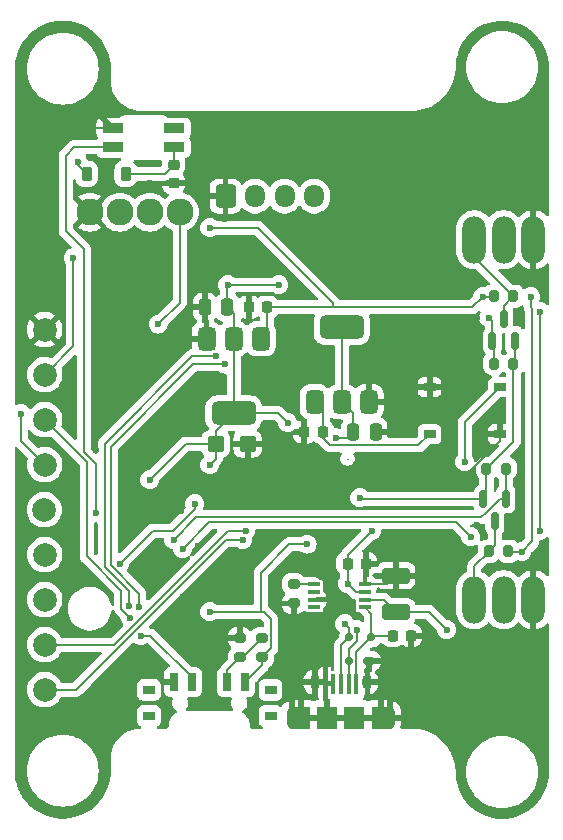
<source format=gbr>
%TF.GenerationSoftware,KiCad,Pcbnew,8.0.9-8.0.9-0~ubuntu24.04.1*%
%TF.CreationDate,2025-03-26T17:41:02-03:00*%
%TF.ProjectId,pm100,706d3130-302e-46b6-9963-61645f706362,rev?*%
%TF.SameCoordinates,Original*%
%TF.FileFunction,Copper,L2,Bot*%
%TF.FilePolarity,Positive*%
%FSLAX46Y46*%
G04 Gerber Fmt 4.6, Leading zero omitted, Abs format (unit mm)*
G04 Created by KiCad (PCBNEW 8.0.9-8.0.9-0~ubuntu24.04.1) date 2025-03-26 17:41:02*
%MOMM*%
%LPD*%
G01*
G04 APERTURE LIST*
G04 Aperture macros list*
%AMRoundRect*
0 Rectangle with rounded corners*
0 $1 Rounding radius*
0 $2 $3 $4 $5 $6 $7 $8 $9 X,Y pos of 4 corners*
0 Add a 4 corners polygon primitive as box body*
4,1,4,$2,$3,$4,$5,$6,$7,$8,$9,$2,$3,0*
0 Add four circle primitives for the rounded corners*
1,1,$1+$1,$2,$3*
1,1,$1+$1,$4,$5*
1,1,$1+$1,$6,$7*
1,1,$1+$1,$8,$9*
0 Add four rect primitives between the rounded corners*
20,1,$1+$1,$2,$3,$4,$5,0*
20,1,$1+$1,$4,$5,$6,$7,0*
20,1,$1+$1,$6,$7,$8,$9,0*
20,1,$1+$1,$8,$9,$2,$3,0*%
G04 Aperture macros list end*
%TA.AperFunction,ComponentPad*%
%ADD10C,2.286000*%
%TD*%
%TA.AperFunction,SMDPad,CuDef*%
%ADD11RoundRect,0.225000X-0.250000X0.225000X-0.250000X-0.225000X0.250000X-0.225000X0.250000X0.225000X0*%
%TD*%
%TA.AperFunction,SMDPad,CuDef*%
%ADD12C,2.000000*%
%TD*%
%TA.AperFunction,SMDPad,CuDef*%
%ADD13RoundRect,0.225000X0.225000X0.250000X-0.225000X0.250000X-0.225000X-0.250000X0.225000X-0.250000X0*%
%TD*%
%TA.AperFunction,SMDPad,CuDef*%
%ADD14RoundRect,0.200000X-0.200000X-0.275000X0.200000X-0.275000X0.200000X0.275000X-0.200000X0.275000X0*%
%TD*%
%TA.AperFunction,SMDPad,CuDef*%
%ADD15RoundRect,0.150000X-0.150000X0.587500X-0.150000X-0.587500X0.150000X-0.587500X0.150000X0.587500X0*%
%TD*%
%TA.AperFunction,SMDPad,CuDef*%
%ADD16O,2.000000X4.000000*%
%TD*%
%TA.AperFunction,SMDPad,CuDef*%
%ADD17R,1.100000X0.400000*%
%TD*%
%TA.AperFunction,SMDPad,CuDef*%
%ADD18R,1.000000X0.800000*%
%TD*%
%TA.AperFunction,SMDPad,CuDef*%
%ADD19R,0.700000X1.500000*%
%TD*%
%TA.AperFunction,SMDPad,CuDef*%
%ADD20RoundRect,0.200000X0.275000X-0.200000X0.275000X0.200000X-0.275000X0.200000X-0.275000X-0.200000X0*%
%TD*%
%TA.AperFunction,SMDPad,CuDef*%
%ADD21RoundRect,0.200000X0.200000X0.275000X-0.200000X0.275000X-0.200000X-0.275000X0.200000X-0.275000X0*%
%TD*%
%TA.AperFunction,SMDPad,CuDef*%
%ADD22RoundRect,0.225000X0.225000X0.375000X-0.225000X0.375000X-0.225000X-0.375000X0.225000X-0.375000X0*%
%TD*%
%TA.AperFunction,SMDPad,CuDef*%
%ADD23RoundRect,0.225000X-0.225000X-0.250000X0.225000X-0.250000X0.225000X0.250000X-0.225000X0.250000X0*%
%TD*%
%TA.AperFunction,SMDPad,CuDef*%
%ADD24RoundRect,0.250000X0.250000X0.475000X-0.250000X0.475000X-0.250000X-0.475000X0.250000X-0.475000X0*%
%TD*%
%TA.AperFunction,SMDPad,CuDef*%
%ADD25RoundRect,0.200000X-0.275000X0.200000X-0.275000X-0.200000X0.275000X-0.200000X0.275000X0.200000X0*%
%TD*%
%TA.AperFunction,SMDPad,CuDef*%
%ADD26RoundRect,0.250000X0.925000X-0.412500X0.925000X0.412500X-0.925000X0.412500X-0.925000X-0.412500X0*%
%TD*%
%TA.AperFunction,SMDPad,CuDef*%
%ADD27R,1.000000X0.700000*%
%TD*%
%TA.AperFunction,SMDPad,CuDef*%
%ADD28RoundRect,0.250000X-0.250000X-0.475000X0.250000X-0.475000X0.250000X0.475000X-0.250000X0.475000X0*%
%TD*%
%TA.AperFunction,SMDPad,CuDef*%
%ADD29RoundRect,0.375000X0.375000X-0.625000X0.375000X0.625000X-0.375000X0.625000X-0.375000X-0.625000X0*%
%TD*%
%TA.AperFunction,SMDPad,CuDef*%
%ADD30RoundRect,0.500000X1.400000X-0.500000X1.400000X0.500000X-1.400000X0.500000X-1.400000X-0.500000X0*%
%TD*%
%TA.AperFunction,SMDPad,CuDef*%
%ADD31RoundRect,0.375000X-0.375000X0.625000X-0.375000X-0.625000X0.375000X-0.625000X0.375000X0.625000X0*%
%TD*%
%TA.AperFunction,SMDPad,CuDef*%
%ADD32RoundRect,0.500000X-1.400000X0.500000X-1.400000X-0.500000X1.400000X-0.500000X1.400000X0.500000X0*%
%TD*%
%TA.AperFunction,ComponentPad*%
%ADD33RoundRect,0.250000X-0.600000X-0.725000X0.600000X-0.725000X0.600000X0.725000X-0.600000X0.725000X0*%
%TD*%
%TA.AperFunction,ComponentPad*%
%ADD34O,1.700000X1.950000*%
%TD*%
%TA.AperFunction,SMDPad,CuDef*%
%ADD35R,1.800000X0.820000*%
%TD*%
%TA.AperFunction,SMDPad,CuDef*%
%ADD36RoundRect,0.150000X0.150000X-0.587500X0.150000X0.587500X-0.150000X0.587500X-0.150000X-0.587500X0*%
%TD*%
%TA.AperFunction,SMDPad,CuDef*%
%ADD37RoundRect,0.250000X-0.450000X-0.425000X0.450000X-0.425000X0.450000X0.425000X-0.450000X0.425000X0*%
%TD*%
%TA.AperFunction,SMDPad,CuDef*%
%ADD38RoundRect,0.175000X0.325000X-0.175000X0.325000X0.175000X-0.325000X0.175000X-0.325000X-0.175000X0*%
%TD*%
%TA.AperFunction,SMDPad,CuDef*%
%ADD39RoundRect,0.150000X0.150000X-0.200000X0.150000X0.200000X-0.150000X0.200000X-0.150000X-0.200000X0*%
%TD*%
%TA.AperFunction,SMDPad,CuDef*%
%ADD40R,0.400000X1.750000*%
%TD*%
%TA.AperFunction,ComponentPad*%
%ADD41O,0.800000X1.900000*%
%TD*%
%TA.AperFunction,SMDPad,CuDef*%
%ADD42R,1.575000X1.900000*%
%TD*%
%TA.AperFunction,ComponentPad*%
%ADD43O,0.900000X1.150000*%
%TD*%
%TA.AperFunction,SMDPad,CuDef*%
%ADD44R,1.800000X1.900000*%
%TD*%
%TA.AperFunction,ViaPad*%
%ADD45C,0.600000*%
%TD*%
%TA.AperFunction,Conductor*%
%ADD46C,0.200000*%
%TD*%
G04 APERTURE END LIST*
D10*
%TO.P,J11,1,Pin_1*%
%TO.N,GND*%
X133350000Y-51000000D03*
%TO.P,J11,2,Pin_2*%
%TO.N,+3V3*%
X135890000Y-51000000D03*
%TO.P,J11,3,Pin_3*%
%TO.N,I2C-SCL*%
X138430000Y-51000000D03*
%TO.P,J11,4,Pin_4*%
%TO.N,I2C-SDA*%
X140970000Y-51000000D03*
%TD*%
D11*
%TO.P,C7,1*%
%TO.N,Net-(D2-VDD)*%
X140462000Y-46977000D03*
%TO.P,C7,2*%
%TO.N,GND*%
X140462000Y-48527000D03*
%TD*%
D12*
%TO.P,J8,1,Pin_1*%
%TO.N,Net-(J8-Pin_1)*%
X129540000Y-91440000D03*
%TD*%
D13*
%TO.P,C3,1*%
%TO.N,VDC*%
X148389999Y-59049000D03*
%TO.P,C3,2*%
%TO.N,GND*%
X146839999Y-59049000D03*
%TD*%
D14*
%TO.P,R2,1*%
%TO.N,PWM-RECEIVER*%
X167135000Y-79707500D03*
%TO.P,R2,2*%
%TO.N,VDC*%
X168785000Y-79707500D03*
%TD*%
D12*
%TO.P,J17,1,Pin_1*%
%TO.N,+5V*%
X129540000Y-68580000D03*
%TD*%
D15*
%TO.P,Q5,1,G*%
%TO.N,+3V3*%
X166690000Y-75262500D03*
%TO.P,Q5,2,S*%
%TO.N,PWM-INPUT*%
X168590000Y-75262500D03*
%TO.P,Q5,3,D*%
%TO.N,PWM-RECEIVER*%
X167640000Y-77137501D03*
%TD*%
D16*
%TO.P,J7,1,Pin_1*%
%TO.N,GND*%
X170902000Y-53340000D03*
%TO.P,J7,2,Pin_2*%
%TO.N,unconnected-(J7-Pin_2-Pad2)*%
X168402000Y-53340000D03*
%TO.P,J7,3,Pin_3*%
%TO.N,PWM-ESC*%
X165902000Y-53340000D03*
%TD*%
D17*
%TO.P,U7,1,STAT*%
%TO.N,unconnected-(U7-STAT-Pad1)*%
X152350000Y-84475001D03*
%TO.P,U7,2,~{EN}*%
%TO.N,GND*%
X152350000Y-83825000D03*
%TO.P,U7,3,VSNS*%
%TO.N,unconnected-(U7-VSNS-Pad3)*%
X152350000Y-83175000D03*
%TO.P,U7,4,ILIM*%
%TO.N,Net-(U7-ILIM)*%
X152350000Y-82524999D03*
%TO.P,U7,5,GND*%
%TO.N,GND*%
X156650000Y-82524999D03*
%TO.P,U7,6,IN2*%
%TO.N,+5V*%
X156650000Y-83175000D03*
%TO.P,U7,7,OUT*%
%TO.N,VDC*%
X156650000Y-83825000D03*
%TO.P,U7,8,IN1*%
%TO.N,VBUS*%
X156650000Y-84475001D03*
%TD*%
D18*
%TO.P,SW1,*%
%TO.N,*%
X148660000Y-93665000D03*
X148660000Y-91455000D03*
X138360000Y-93665000D03*
X138360000Y-91455000D03*
D19*
%TO.P,SW1,1,1*%
%TO.N,+3V3*%
X146510000Y-90805000D03*
%TO.P,SW1,2,2*%
%TO.N,Net-(R6-Pad2)*%
X145010000Y-90805000D03*
%TO.P,SW1,3,3*%
%TO.N,AN-CLASSE*%
X142010000Y-90805000D03*
%TO.P,SW1,4,4*%
%TO.N,GND*%
X140510000Y-90805000D03*
%TD*%
D16*
%TO.P,J6,1,Pin_1*%
%TO.N,GND*%
X170902000Y-83820000D03*
%TO.P,J6,2,Pin_2*%
%TO.N,unconnected-(J6-Pin_2-Pad2)*%
X168402000Y-83820000D03*
%TO.P,J6,3,Pin_3*%
%TO.N,PWM-RECEIVER*%
X165902000Y-83820000D03*
%TD*%
D20*
%TO.P,R7,1*%
%TO.N,+3V3*%
X147955001Y-88709000D03*
%TO.P,R7,2*%
%TO.N,Net-(R6-Pad2)*%
X147955001Y-87059000D03*
%TD*%
D12*
%TO.P,J9,1,Pin_1*%
%TO.N,Net-(J9-Pin_1)*%
X129540000Y-87630000D03*
%TD*%
%TO.P,J15,1,Pin_1*%
%TO.N,GND*%
X129540000Y-60960000D03*
%TD*%
%TO.P,J14,1,Pin_1*%
%TO.N,Net-(J14-Pin_1)*%
X129540000Y-72390000D03*
%TD*%
D21*
%TO.P,R4,1*%
%TO.N,PWM-ESC*%
X169227000Y-58117500D03*
%TO.P,R4,2*%
%TO.N,VDC*%
X167577000Y-58117500D03*
%TD*%
D22*
%TO.P,D3,1,K*%
%TO.N,Net-(D2-VDD)*%
X136398000Y-47752000D03*
%TO.P,D3,2,A*%
%TO.N,VDC*%
X133098000Y-47752000D03*
%TD*%
D23*
%TO.P,C10,1*%
%TO.N,+5V*%
X155181000Y-80772000D03*
%TO.P,C10,2*%
%TO.N,GND*%
X156731000Y-80772000D03*
%TD*%
D24*
%TO.P,C8,1*%
%TO.N,+3V3*%
X145009000Y-59049000D03*
%TO.P,C8,2*%
%TO.N,GND*%
X143109002Y-59049000D03*
%TD*%
D12*
%TO.P,J13,1,Pin_1*%
%TO.N,Net-(J13-Pin_1)*%
X129540000Y-80010000D03*
%TD*%
D25*
%TO.P,R26,1*%
%TO.N,Net-(U7-ILIM)*%
X150622000Y-82487000D03*
%TO.P,R26,2*%
%TO.N,GND*%
X150622000Y-84137000D03*
%TD*%
D13*
%TO.P,C9,1*%
%TO.N,GND*%
X160541000Y-86868000D03*
%TO.P,C9,2*%
%TO.N,VBUS*%
X158991000Y-86868000D03*
%TD*%
%TO.P,C4,1*%
%TO.N,Net-(D1-+)*%
X153075000Y-69621000D03*
%TO.P,C4,2*%
%TO.N,GND*%
X151525000Y-69621000D03*
%TD*%
D26*
%TO.P,C11,1*%
%TO.N,VDC*%
X159258000Y-84849500D03*
%TO.P,C11,2*%
%TO.N,GND*%
X159258000Y-81774500D03*
%TD*%
D27*
%TO.P,D1,1,+*%
%TO.N,Net-(D1-+)*%
X162125000Y-69818000D03*
%TO.P,D1,2,-*%
%TO.N,GND*%
X162125000Y-65818000D03*
%TO.P,D1,3*%
%TO.N,+BATT*%
X168075000Y-65818000D03*
%TO.P,D1,4*%
%TO.N,GND*%
X168075000Y-69818000D03*
%TD*%
D28*
%TO.P,C5,1*%
%TO.N,+5V*%
X155655001Y-69621000D03*
%TO.P,C5,2*%
%TO.N,GND*%
X157554999Y-69621000D03*
%TD*%
D12*
%TO.P,J12,1,Pin_1*%
%TO.N,Net-(J12-Pin_1)*%
X129511000Y-76200000D03*
%TD*%
D29*
%TO.P,U3,1,GND*%
%TO.N,GND*%
X157000000Y-67056000D03*
%TO.P,U3,2,VO*%
%TO.N,+5V*%
X154700000Y-67055999D03*
D30*
X154700000Y-60756001D03*
D29*
%TO.P,U3,3,VI*%
%TO.N,Net-(D1-+)*%
X152400000Y-67056000D03*
%TD*%
D14*
%TO.P,R5,1*%
%TO.N,PWM-OUTPUT*%
X167577000Y-63832500D03*
%TO.P,R5,2*%
%TO.N,+3V3*%
X169227000Y-63832500D03*
%TD*%
D31*
%TO.P,U5,1,GND*%
%TO.N,GND*%
X143242000Y-61721999D03*
%TO.P,U5,2,VO*%
%TO.N,+3V3*%
X145542000Y-61722000D03*
D32*
X145542000Y-68021998D03*
D31*
%TO.P,U5,3,VI*%
%TO.N,VDC*%
X147842000Y-61721999D03*
%TD*%
D12*
%TO.P,J10,1,Pin_1*%
%TO.N,Net-(J10-Pin_1)*%
X129540000Y-83820000D03*
%TD*%
%TO.P,J16,1,Pin_1*%
%TO.N,+3V3*%
X129540000Y-64770000D03*
%TD*%
D33*
%TO.P,J5,1,Pin_1*%
%TO.N,GND*%
X144850000Y-49650000D03*
D34*
%TO.P,J5,2,Pin_2*%
%TO.N,Net-(J5-Pin_2)*%
X147350000Y-49650000D03*
%TO.P,J5,3,Pin_3*%
%TO.N,Net-(J5-Pin_3)*%
X149850000Y-49650000D03*
%TO.P,J5,4,Pin_4*%
%TO.N,Net-(J5-Pin_4)*%
X152350000Y-49650000D03*
%TD*%
D35*
%TO.P,D2,1,VDD*%
%TO.N,Net-(D2-VDD)*%
X140522000Y-45504000D03*
%TO.P,D2,2,DOUT*%
%TO.N,unconnected-(D2-DOUT-Pad2)*%
X140522000Y-43904000D03*
%TO.P,D2,3,VSS*%
%TO.N,GND*%
X135322000Y-43904000D03*
%TO.P,D2,4,DIN*%
%TO.N,LED*%
X135322000Y-45504000D03*
%TD*%
D36*
%TO.P,Q6,1,G*%
%TO.N,+3V3*%
X169352000Y-61897500D03*
%TO.P,Q6,2,S*%
%TO.N,PWM-OUTPUT*%
X167452000Y-61897500D03*
%TO.P,Q6,3,D*%
%TO.N,PWM-ESC*%
X168402000Y-60022499D03*
%TD*%
D37*
%TO.P,C16,1*%
%TO.N,+3V3*%
X144018000Y-70612000D03*
%TO.P,C16,2*%
%TO.N,GND*%
X146718000Y-70612000D03*
%TD*%
D21*
%TO.P,R3,1*%
%TO.N,PWM-INPUT*%
X168595000Y-72722500D03*
%TO.P,R3,2*%
%TO.N,+3V3*%
X166945000Y-72722500D03*
%TD*%
D25*
%TO.P,R6,1*%
%TO.N,GND*%
X146050000Y-87059000D03*
%TO.P,R6,2*%
%TO.N,Net-(R6-Pad2)*%
X146050000Y-88709000D03*
%TD*%
D38*
%TO.P,D4,1,GND*%
%TO.N,GND*%
X157000000Y-89000000D03*
D39*
%TO.P,D4,2,I/O1*%
%TO.N,USB_DM*%
X155300000Y-89000000D03*
%TO.P,D4,3,I/O2*%
%TO.N,USB_DP*%
X155300000Y-87000000D03*
%TO.P,D4,4,VCC*%
%TO.N,VBUS*%
X157200000Y-87000000D03*
%TD*%
D40*
%TO.P,J3,1,VBUS*%
%TO.N,VBUS*%
X155920000Y-90925000D03*
%TO.P,J3,2,D-*%
%TO.N,USB_DM*%
X155270000Y-90925000D03*
%TO.P,J3,3,D+*%
%TO.N,USB_DP*%
X154620000Y-90925000D03*
%TO.P,J3,4,ID*%
%TO.N,GND*%
X153970000Y-90925000D03*
%TO.P,J3,5,GND*%
X153320000Y-90925000D03*
D41*
%TO.P,J3,6,Shield*%
X158795000Y-93800000D03*
D42*
X158007500Y-93800000D03*
D43*
X156845000Y-90800000D03*
D44*
X155770000Y-93800000D03*
X153470000Y-93800000D03*
D43*
X152395000Y-90800000D03*
D42*
X151232500Y-93800000D03*
D41*
X150445000Y-93800000D03*
%TD*%
D45*
%TO.N,Net-(J14-Pin_1)*%
X127508000Y-68072000D03*
%TO.N,GND*%
X143256000Y-66040000D03*
X133858000Y-71120000D03*
X146304000Y-72136000D03*
X143510000Y-81534000D03*
X131812468Y-74846674D03*
X144780000Y-51562000D03*
X145796000Y-75946000D03*
X165354000Y-74168000D03*
X149606000Y-66802000D03*
X166116000Y-59944000D03*
X166116000Y-77470000D03*
X147320000Y-65532000D03*
X141224000Y-83566000D03*
X152400000Y-72136000D03*
X149606000Y-74168000D03*
X136266289Y-77028827D03*
X134544620Y-53264620D03*
X143764000Y-74930000D03*
X163322000Y-67818000D03*
X149860000Y-81280000D03*
X152400000Y-64516000D03*
X138430000Y-48514000D03*
X133096000Y-43942000D03*
X141110025Y-76340025D03*
X170942000Y-87122000D03*
X142494000Y-79248000D03*
%TO.N,+3V3*%
X151765000Y-79121000D03*
X145034000Y-57150000D03*
X156210000Y-75184000D03*
X143510000Y-84836000D03*
X150114000Y-68834000D03*
X131953000Y-54864000D03*
X143510000Y-72390000D03*
X149352000Y-57150000D03*
X138430000Y-73660000D03*
%TO.N,+5V*%
X136779000Y-85344000D03*
X154178000Y-70104000D03*
X157226000Y-77978000D03*
X155181000Y-82456000D03*
%TO.N,+BATT*%
X165100000Y-72136000D03*
%TO.N,PWM-INPUT*%
X140462000Y-78740000D03*
%TO.N,PWM-OUTPUT*%
X167132000Y-59944000D03*
X165608000Y-78486000D03*
X171450000Y-59436000D03*
X141224000Y-79502000D03*
X171450000Y-77978000D03*
%TO.N,AN-CLASSE*%
X137662400Y-86864501D03*
%TO.N,I2C-SDA*%
X139149295Y-60494705D03*
%TO.N,SLAVE_SDA*%
X144780000Y-63866000D03*
X137551532Y-84469073D03*
%TO.N,LED*%
X133858000Y-76454000D03*
%TO.N,SLAVE_SCL*%
X144054689Y-63216000D03*
X136709221Y-84354981D03*
%TO.N,Net-(J12-Pin_1)*%
X129511000Y-76200000D03*
%TO.N,Net-(J13-Pin_1)*%
X129540000Y-80010000D03*
%TO.N,Net-(J14-Pin_1)*%
X129540000Y-72390000D03*
%TO.N,VDC*%
X166624000Y-58166000D03*
X143510000Y-52324000D03*
X132334000Y-46736000D03*
X170688000Y-58166000D03*
X163576000Y-86360000D03*
X169926000Y-79756000D03*
%TO.N,USB_DM*%
X155956000Y-86360000D03*
%TO.N,USB_DP*%
X154940000Y-85852000D03*
%TO.N,Net-(J8-Pin_1)*%
X146304000Y-78740000D03*
X129540000Y-91440000D03*
%TO.N,Net-(J9-Pin_1)*%
X129540000Y-87630000D03*
X146558000Y-77978000D03*
%TO.N,Net-(J10-Pin_1)*%
X129540000Y-83820000D03*
X142240000Y-75692000D03*
X135890000Y-80772000D03*
%TD*%
D46*
%TO.N,Net-(J14-Pin_1)*%
X127508000Y-68072000D02*
X127508000Y-70358000D01*
X127508000Y-70358000D02*
X129540000Y-72390000D01*
%TO.N,GND*%
X135322000Y-43904000D02*
X133134000Y-43904000D01*
X168075000Y-69818000D02*
X168075000Y-70368000D01*
X140462000Y-48527000D02*
X138443000Y-48527000D01*
X133134000Y-43904000D02*
X133096000Y-43942000D01*
X138443000Y-48527000D02*
X138430000Y-48514000D01*
X158507501Y-82524999D02*
X159258000Y-81774500D01*
X165354000Y-73089000D02*
X165354000Y-74168000D01*
X168075000Y-70368000D02*
X165354000Y-73089000D01*
X156650000Y-82524999D02*
X158507501Y-82524999D01*
%TO.N,+3V3*%
X166945000Y-75007500D02*
X166690000Y-75262500D01*
X169352000Y-61897500D02*
X169352000Y-63707500D01*
X131953000Y-62357000D02*
X131953000Y-54864000D01*
X144018000Y-70612000D02*
X144018000Y-69545998D01*
X148590000Y-85344000D02*
X148082000Y-84836000D01*
X138430000Y-73660000D02*
X141478000Y-70612000D01*
X147955001Y-88709000D02*
X148730001Y-87934000D01*
X150241000Y-79121000D02*
X147828000Y-81534000D01*
X156288500Y-75262500D02*
X156210000Y-75184000D01*
X146510000Y-90805000D02*
X147955001Y-89359999D01*
X147955001Y-89359999D02*
X147955001Y-88709000D01*
X148082000Y-84836000D02*
X147828000Y-84836000D01*
X141478000Y-70612000D02*
X144018000Y-70612000D01*
X149352000Y-57150000D02*
X145034000Y-57150000D01*
X129540000Y-64770000D02*
X131953000Y-62357000D01*
X145542000Y-68021998D02*
X149301998Y-68021998D01*
X169227000Y-69596000D02*
X169227000Y-70440500D01*
X145542000Y-61722000D02*
X145542000Y-68021998D01*
X166945000Y-72722500D02*
X166945000Y-75007500D01*
X147828000Y-81534000D02*
X147828000Y-84836000D01*
X148730001Y-87934000D02*
X148730001Y-85484001D01*
X169227000Y-69596000D02*
X169227000Y-63832500D01*
X149301998Y-68021998D02*
X150114000Y-68834000D01*
X147828000Y-84836000D02*
X143510000Y-84836000D01*
X166690000Y-75262500D02*
X156288500Y-75262500D01*
X145009000Y-59049000D02*
X145009000Y-57175000D01*
X145542000Y-59582000D02*
X145009000Y-59049000D01*
X145009000Y-57175000D02*
X145034000Y-57150000D01*
X148730001Y-85484001D02*
X148590000Y-85344000D01*
X144018000Y-69545998D02*
X145542000Y-68021998D01*
X144018000Y-70612000D02*
X144018000Y-71882000D01*
X169227000Y-70440500D02*
X166945000Y-72722500D01*
X144018000Y-71882000D02*
X143510000Y-72390000D01*
X151765000Y-79121000D02*
X150241000Y-79121000D01*
X145542000Y-61722000D02*
X145542000Y-59582000D01*
X169352000Y-63707500D02*
X169227000Y-63832500D01*
%TO.N,Net-(D1-+)*%
X161189000Y-70754000D02*
X153733000Y-70754000D01*
X153075000Y-67731000D02*
X152400000Y-67056000D01*
X162125000Y-69818000D02*
X161189000Y-70754000D01*
X153075000Y-69621000D02*
X153075000Y-67731000D01*
X153733000Y-70754000D02*
X153075000Y-70096000D01*
X153075000Y-70096000D02*
X153075000Y-69621000D01*
%TO.N,+5V*%
X155172001Y-70104000D02*
X155655001Y-69621000D01*
X155181000Y-71895000D02*
X155194000Y-71882000D01*
X129540000Y-68580000D02*
X133096000Y-72136000D01*
X155181000Y-80023000D02*
X155181000Y-80772000D01*
X155655001Y-69621000D02*
X155655001Y-68011000D01*
X155900000Y-83175000D02*
X156650000Y-83175000D01*
X133096000Y-72136000D02*
X133096000Y-78867000D01*
X136779000Y-85344000D02*
X136017000Y-84582000D01*
X155181000Y-82456000D02*
X155900000Y-83175000D01*
X155181000Y-80772000D02*
X155181000Y-82456000D01*
X136017000Y-83058000D02*
X133096000Y-80137000D01*
X136017000Y-84582000D02*
X136017000Y-83058000D01*
X155655001Y-68011000D02*
X154700000Y-67055999D01*
X154178000Y-70104000D02*
X155172001Y-70104000D01*
X154700000Y-60756001D02*
X154700000Y-67055999D01*
X157226000Y-77978000D02*
X155181000Y-80023000D01*
X133096000Y-78867000D02*
X133096000Y-80137000D01*
%TO.N,+BATT*%
X168075000Y-65818000D02*
X165100000Y-68793000D01*
X165100000Y-68793000D02*
X165100000Y-72136000D01*
%TO.N,PWM-RECEIVER*%
X167135000Y-79707500D02*
X167135000Y-79753000D01*
X167135000Y-79753000D02*
X165902000Y-80986000D01*
X167640000Y-77137501D02*
X167640000Y-79202500D01*
X167640000Y-79202500D02*
X167135000Y-79707500D01*
X165902000Y-80986000D02*
X165902000Y-83820000D01*
%TO.N,PWM-INPUT*%
X168590000Y-75262500D02*
X168590000Y-72727500D01*
X168590000Y-72727500D02*
X168595000Y-72722500D01*
X166495552Y-76835000D02*
X166877276Y-76453276D01*
X142367000Y-76835000D02*
X166495552Y-76835000D01*
X166877276Y-76453276D02*
X166876552Y-76454000D01*
X168590000Y-75262500D02*
X168068052Y-75262500D01*
X168068052Y-75262500D02*
X166877276Y-76453276D01*
X142367000Y-76835000D02*
X140462000Y-78740000D01*
%TO.N,PWM-ESC*%
X165902000Y-54792500D02*
X165902000Y-53340000D01*
X169227000Y-58117500D02*
X165902000Y-54792500D01*
X168402000Y-58942500D02*
X169227000Y-58117500D01*
X168402000Y-60022499D02*
X168402000Y-58942500D01*
%TO.N,PWM-OUTPUT*%
X164357000Y-77235000D02*
X165608000Y-78486000D01*
X167452000Y-60264000D02*
X167452000Y-61897500D01*
X167132000Y-59944000D02*
X167452000Y-60264000D01*
X167577000Y-62022500D02*
X167452000Y-61897500D01*
X167577000Y-63832500D02*
X167577000Y-62022500D01*
X143491000Y-77235000D02*
X164357000Y-77235000D01*
X141224000Y-79502000D02*
X143491000Y-77235000D01*
X171450000Y-77978000D02*
X171450000Y-59436000D01*
%TO.N,Net-(R6-Pad2)*%
X146305001Y-88709000D02*
X147955001Y-87059000D01*
X145010000Y-89749000D02*
X145010000Y-90805000D01*
X146050000Y-88709000D02*
X145010000Y-89749000D01*
X146050000Y-88709000D02*
X146305001Y-88709000D01*
%TO.N,AN-CLASSE*%
X142010000Y-90405000D02*
X138469501Y-86864501D01*
X138469501Y-86864501D02*
X137662400Y-86864501D01*
X142010000Y-90805000D02*
X142010000Y-90405000D01*
%TO.N,I2C-SDA*%
X140970000Y-51000000D02*
X140970000Y-58674000D01*
X140970000Y-58674000D02*
X139149295Y-60494705D01*
%TO.N,SLAVE_SDA*%
X135128000Y-80899000D02*
X137551532Y-83322532D01*
X142128000Y-63866000D02*
X135128000Y-70866000D01*
X144780000Y-63866000D02*
X142128000Y-63866000D01*
X135128000Y-70866000D02*
X135128000Y-80899000D01*
X137551532Y-83322532D02*
X137551532Y-84469073D01*
%TO.N,Net-(D2-VDD)*%
X140522000Y-46917000D02*
X140462000Y-46977000D01*
X136398000Y-47752000D02*
X139687000Y-47752000D01*
X140522000Y-45504000D02*
X140522000Y-46917000D01*
X139687000Y-47752000D02*
X140462000Y-46977000D01*
%TO.N,LED*%
X132042000Y-45504000D02*
X135322000Y-45504000D01*
X132842000Y-71316314D02*
X132842000Y-54102000D01*
X131318000Y-52578000D02*
X131318000Y-46228000D01*
X131318000Y-46228000D02*
X132042000Y-45504000D01*
X133858000Y-76454000D02*
X133858000Y-72332314D01*
X132842000Y-54102000D02*
X131318000Y-52578000D01*
X133858000Y-72332314D02*
X132842000Y-71316314D01*
%TO.N,SLAVE_SCL*%
X142016000Y-63216000D02*
X134620000Y-70612000D01*
X134620000Y-70612000D02*
X134620000Y-81026000D01*
X134620000Y-81026000D02*
X136709221Y-83115221D01*
X144054689Y-63216000D02*
X142016000Y-63216000D01*
X136709221Y-83115221D02*
X136709221Y-84354981D01*
%TO.N,VDC*%
X169926000Y-79756000D02*
X168833500Y-79756000D01*
X167528500Y-58166000D02*
X167577000Y-58117500D01*
X166624000Y-58166000D02*
X165741000Y-59049000D01*
X147574000Y-52324000D02*
X143510000Y-52324000D01*
X148389999Y-61174000D02*
X147842000Y-61721999D01*
X159258000Y-84849500D02*
X158233500Y-83825000D01*
X168833500Y-79756000D02*
X168785000Y-79707500D01*
X159258000Y-84849500D02*
X162065500Y-84849500D01*
X132334000Y-46736000D02*
X132334000Y-46988000D01*
X170800000Y-59166761D02*
X170688000Y-59054761D01*
X148389999Y-59049000D02*
X148389999Y-61174000D01*
X162065500Y-84849500D02*
X163576000Y-86360000D01*
X165741000Y-59049000D02*
X153924000Y-59049000D01*
X158233500Y-83825000D02*
X156650000Y-83825000D01*
X166624000Y-58166000D02*
X167528500Y-58166000D01*
X132334000Y-46988000D02*
X133098000Y-47752000D01*
X150622000Y-55372000D02*
X147574000Y-52324000D01*
X153924000Y-59049000D02*
X148389999Y-59049000D01*
X153924000Y-59049000D02*
X153924000Y-58674000D01*
X169926000Y-79756000D02*
X170800000Y-78882000D01*
X170688000Y-59054761D02*
X170688000Y-58166000D01*
X170800000Y-78882000D02*
X170800000Y-59166761D01*
X153924000Y-58674000D02*
X150622000Y-55372000D01*
%TO.N,VBUS*%
X157200000Y-85025001D02*
X156650000Y-84475001D01*
X158991000Y-86868000D02*
X157332000Y-86868000D01*
X157200000Y-87000000D02*
X157200000Y-85025001D01*
X157200000Y-87000000D02*
X155920000Y-88280000D01*
X155920000Y-88280000D02*
X155920000Y-90925000D01*
X157332000Y-86868000D02*
X157200000Y-87000000D01*
%TO.N,USB_DM*%
X155300000Y-89000000D02*
X155300000Y-90895000D01*
X155300000Y-90895000D02*
X155270000Y-90925000D01*
X155956000Y-86360000D02*
X155956000Y-87334552D01*
X155300000Y-87990552D02*
X155300000Y-89000000D01*
X155956000Y-87334552D02*
X155300000Y-87990552D01*
%TO.N,USB_DP*%
X155300000Y-86212000D02*
X154940000Y-85852000D01*
X154620000Y-90925000D02*
X154620000Y-87680000D01*
X154620000Y-87680000D02*
X155300000Y-87000000D01*
X155300000Y-87000000D02*
X155300000Y-86212000D01*
%TO.N,Net-(U7-ILIM)*%
X152312001Y-82487000D02*
X152350000Y-82524999D01*
X150622000Y-82487000D02*
X152312001Y-82487000D01*
%TO.N,Net-(J8-Pin_1)*%
X144867925Y-78740000D02*
X146304000Y-78740000D01*
X132167925Y-91440000D02*
X144867925Y-78740000D01*
X129540000Y-91440000D02*
X132167925Y-91440000D01*
%TO.N,Net-(J9-Pin_1)*%
X146558000Y-77978000D02*
X145064239Y-77978000D01*
X135412239Y-87630000D02*
X129540000Y-87630000D01*
X145064239Y-77978000D02*
X135412239Y-87630000D01*
%TO.N,Net-(J10-Pin_1)*%
X142240000Y-76129289D02*
X140391289Y-77978000D01*
X142240000Y-75692000D02*
X142240000Y-76129289D01*
X140391289Y-77978000D02*
X138684000Y-77978000D01*
X138684000Y-77978000D02*
X135890000Y-80772000D01*
%TD*%
%TA.AperFunction,Conductor*%
%TO.N,GND*%
G36*
X156286940Y-77855185D02*
G01*
X156332695Y-77907989D01*
X156342639Y-77977147D01*
X156313614Y-78040703D01*
X156307582Y-78047181D01*
X154812286Y-79542478D01*
X154700481Y-79654282D01*
X154700479Y-79654285D01*
X154650361Y-79741094D01*
X154650359Y-79741096D01*
X154621425Y-79791209D01*
X154621421Y-79791218D01*
X154606968Y-79845157D01*
X154570603Y-79904817D01*
X154552293Y-79918599D01*
X154502956Y-79949031D01*
X154383029Y-80068959D01*
X154294001Y-80213294D01*
X154293996Y-80213305D01*
X154240651Y-80374290D01*
X154230500Y-80473647D01*
X154230500Y-81070337D01*
X154230501Y-81070355D01*
X154240650Y-81169707D01*
X154240651Y-81169710D01*
X154293996Y-81330694D01*
X154294001Y-81330705D01*
X154383029Y-81475040D01*
X154383032Y-81475044D01*
X154502956Y-81594968D01*
X154521596Y-81606465D01*
X154568321Y-81658412D01*
X154580500Y-81712004D01*
X154580500Y-81873587D01*
X154560815Y-81940626D01*
X154553450Y-81950896D01*
X154551186Y-81953734D01*
X154455211Y-82106476D01*
X154395631Y-82276745D01*
X154395630Y-82276750D01*
X154375435Y-82455996D01*
X154375435Y-82456003D01*
X154395630Y-82635249D01*
X154395631Y-82635254D01*
X154455211Y-82805523D01*
X154548390Y-82953816D01*
X154551184Y-82958262D01*
X154678738Y-83085816D01*
X154831478Y-83181789D01*
X155001745Y-83241368D01*
X155088669Y-83251161D01*
X155153080Y-83278226D01*
X155162464Y-83286699D01*
X155531284Y-83655520D01*
X155531286Y-83655521D01*
X155531290Y-83655524D01*
X155668209Y-83734573D01*
X155668216Y-83734577D01*
X155807597Y-83771924D01*
X155867254Y-83808288D01*
X155897783Y-83871135D01*
X155899500Y-83891698D01*
X155899500Y-84044752D01*
X155913515Y-84115209D01*
X155912239Y-84115462D01*
X155918317Y-84172023D01*
X155911304Y-84195906D01*
X155899500Y-84255248D01*
X155899500Y-84694753D01*
X155911131Y-84753230D01*
X155911132Y-84753231D01*
X155955447Y-84819553D01*
X156021769Y-84863868D01*
X156021770Y-84863869D01*
X156080247Y-84875500D01*
X156080250Y-84875501D01*
X156080252Y-84875501D01*
X156149903Y-84875501D01*
X156216942Y-84895186D01*
X156237584Y-84911820D01*
X156563181Y-85237417D01*
X156596666Y-85298740D01*
X156599500Y-85325098D01*
X156599500Y-85594568D01*
X156579815Y-85661607D01*
X156527011Y-85707362D01*
X156457853Y-85717306D01*
X156409528Y-85699562D01*
X156305523Y-85634211D01*
X156135254Y-85574631D01*
X156135249Y-85574630D01*
X155956004Y-85554435D01*
X155955996Y-85554435D01*
X155791887Y-85572925D01*
X155723065Y-85560870D01*
X155671686Y-85513521D01*
X155666278Y-85503495D01*
X155665790Y-85502482D01*
X155665789Y-85502478D01*
X155642751Y-85465814D01*
X155616133Y-85423452D01*
X155569816Y-85349738D01*
X155442262Y-85222184D01*
X155289523Y-85126211D01*
X155119254Y-85066631D01*
X155119249Y-85066630D01*
X154940004Y-85046435D01*
X154939996Y-85046435D01*
X154760750Y-85066630D01*
X154760745Y-85066631D01*
X154590476Y-85126211D01*
X154437737Y-85222184D01*
X154310184Y-85349737D01*
X154214211Y-85502476D01*
X154154631Y-85672745D01*
X154154630Y-85672750D01*
X154134435Y-85851996D01*
X154134435Y-85852003D01*
X154154630Y-86031249D01*
X154154631Y-86031254D01*
X154214211Y-86201523D01*
X154282069Y-86309518D01*
X154310184Y-86354262D01*
X154437738Y-86481816D01*
X154438628Y-86482375D01*
X154466191Y-86499694D01*
X154512482Y-86552029D01*
X154523130Y-86621082D01*
X154519295Y-86639283D01*
X154502402Y-86697426D01*
X154502401Y-86697432D01*
X154499500Y-86734298D01*
X154499500Y-86899902D01*
X154479815Y-86966941D01*
X154463181Y-86987583D01*
X154139481Y-87311282D01*
X154139479Y-87311284D01*
X154116173Y-87351652D01*
X154106322Y-87368716D01*
X154060423Y-87448215D01*
X154019499Y-87600943D01*
X154019499Y-87600945D01*
X154019499Y-87769046D01*
X154019500Y-87769059D01*
X154019500Y-89708561D01*
X153999815Y-89775600D01*
X153994753Y-89782890D01*
X153993253Y-89784893D01*
X153937312Y-89826754D01*
X153867620Y-89831725D01*
X153806303Y-89798229D01*
X153772829Y-89736900D01*
X153770000Y-89710564D01*
X153770000Y-89550000D01*
X153722172Y-89550000D01*
X153722153Y-89550001D01*
X153658255Y-89556871D01*
X153631745Y-89556871D01*
X153567846Y-89550001D01*
X153567828Y-89550000D01*
X153520000Y-89550000D01*
X153520000Y-90725000D01*
X153795501Y-90725000D01*
X153862540Y-90744685D01*
X153908295Y-90797489D01*
X153919500Y-90848997D01*
X153919501Y-90931000D01*
X153919501Y-91001000D01*
X153899816Y-91068039D01*
X153847012Y-91113794D01*
X153795501Y-91125000D01*
X153520000Y-91125000D01*
X153520000Y-92220000D01*
X153596000Y-92220000D01*
X153663039Y-92239685D01*
X153708794Y-92292489D01*
X153720000Y-92344000D01*
X153720000Y-93550000D01*
X157757500Y-93550000D01*
X157757500Y-92350000D01*
X157172155Y-92350000D01*
X157112627Y-92356401D01*
X157112619Y-92356403D01*
X156988333Y-92402759D01*
X156918641Y-92407743D01*
X156901667Y-92402759D01*
X156777380Y-92356403D01*
X156777372Y-92356401D01*
X156717844Y-92350000D01*
X156581197Y-92350000D01*
X156514158Y-92330315D01*
X156468403Y-92277511D01*
X156458459Y-92208353D01*
X156481931Y-92151689D01*
X156563793Y-92042335D01*
X156563792Y-92042335D01*
X156563796Y-92042331D01*
X156614091Y-91907483D01*
X156620500Y-91847873D01*
X156620499Y-91124764D01*
X156660795Y-91165060D01*
X156729204Y-91204556D01*
X156805504Y-91225000D01*
X156884496Y-91225000D01*
X156960796Y-91204556D01*
X157029205Y-91165060D01*
X157085060Y-91109205D01*
X157095000Y-91091988D01*
X157095000Y-91843881D01*
X157122103Y-91838491D01*
X157122110Y-91838489D01*
X157294987Y-91766882D01*
X157295000Y-91766875D01*
X157450589Y-91662913D01*
X157450593Y-91662910D01*
X157582910Y-91530593D01*
X157582913Y-91530589D01*
X157686875Y-91375000D01*
X157686880Y-91374991D01*
X157758491Y-91202105D01*
X157758493Y-91202097D01*
X157788748Y-91050000D01*
X157119242Y-91050000D01*
X157124556Y-91040796D01*
X157145000Y-90964496D01*
X157145000Y-90635504D01*
X157124556Y-90559204D01*
X157119242Y-90550000D01*
X157788748Y-90550000D01*
X157788748Y-90549999D01*
X157758493Y-90397902D01*
X157758491Y-90397894D01*
X157686880Y-90225008D01*
X157686875Y-90224999D01*
X157582913Y-90069410D01*
X157582910Y-90069406D01*
X157523806Y-90010302D01*
X157490321Y-89948979D01*
X157495305Y-89879287D01*
X157537177Y-89823354D01*
X157574598Y-89804235D01*
X157604064Y-89795053D01*
X157744337Y-89710256D01*
X157744342Y-89710252D01*
X157860252Y-89594342D01*
X157860256Y-89594337D01*
X157945052Y-89454065D01*
X157993821Y-89297558D01*
X157998142Y-89250000D01*
X157250000Y-89250000D01*
X157250000Y-89856000D01*
X157230315Y-89923039D01*
X157177511Y-89968794D01*
X157126000Y-89980000D01*
X157095000Y-89980000D01*
X157095000Y-90508011D01*
X157085060Y-90490795D01*
X157029205Y-90434940D01*
X156960796Y-90395444D01*
X156884496Y-90375000D01*
X156805504Y-90375000D01*
X156729204Y-90395444D01*
X156660795Y-90434940D01*
X156620499Y-90475235D01*
X156620499Y-90002128D01*
X156614640Y-89947620D01*
X156614091Y-89942516D01*
X156602818Y-89912292D01*
X156595000Y-89868959D01*
X156595000Y-89719000D01*
X156614685Y-89651961D01*
X156667489Y-89606206D01*
X156719000Y-89595000D01*
X156750000Y-89595000D01*
X156750000Y-89124000D01*
X156769685Y-89056961D01*
X156822489Y-89011206D01*
X156874000Y-89000000D01*
X157000000Y-89000000D01*
X157000000Y-88874000D01*
X157019685Y-88806961D01*
X157072489Y-88761206D01*
X157124000Y-88750000D01*
X157998143Y-88750000D01*
X157998142Y-88749999D01*
X157993821Y-88702441D01*
X157945052Y-88545934D01*
X157860256Y-88405662D01*
X157860252Y-88405657D01*
X157744342Y-88289747D01*
X157744337Y-88289743D01*
X157604065Y-88204947D01*
X157447562Y-88156179D01*
X157379556Y-88150000D01*
X157198597Y-88150000D01*
X157131558Y-88130315D01*
X157085803Y-88077511D01*
X157075859Y-88008353D01*
X157104884Y-87944797D01*
X157110916Y-87938319D01*
X157162416Y-87886819D01*
X157223739Y-87853334D01*
X157250097Y-87850500D01*
X157415686Y-87850500D01*
X157415694Y-87850500D01*
X157452569Y-87847598D01*
X157452571Y-87847597D01*
X157452573Y-87847597D01*
X157503314Y-87832855D01*
X157610398Y-87801744D01*
X157751865Y-87718081D01*
X157868081Y-87601865D01*
X157910949Y-87529378D01*
X157962018Y-87481696D01*
X158017681Y-87468500D01*
X158060575Y-87468500D01*
X158127614Y-87488185D01*
X158166113Y-87527402D01*
X158193031Y-87571043D01*
X158312955Y-87690967D01*
X158312959Y-87690970D01*
X158457294Y-87779998D01*
X158457297Y-87779999D01*
X158457303Y-87780003D01*
X158618292Y-87833349D01*
X158717655Y-87843500D01*
X159264344Y-87843499D01*
X159264352Y-87843498D01*
X159264355Y-87843498D01*
X159318760Y-87837940D01*
X159363708Y-87833349D01*
X159524697Y-87780003D01*
X159669044Y-87690968D01*
X159678668Y-87681343D01*
X159739987Y-87647856D01*
X159809679Y-87652835D01*
X159854034Y-87681339D01*
X159863267Y-87690572D01*
X159863271Y-87690575D01*
X160007507Y-87779542D01*
X160007518Y-87779547D01*
X160168393Y-87832855D01*
X160267683Y-87842999D01*
X160791000Y-87842999D01*
X160814308Y-87842999D01*
X160814322Y-87842998D01*
X160913607Y-87832855D01*
X161074481Y-87779547D01*
X161074492Y-87779542D01*
X161218728Y-87690575D01*
X161218732Y-87690572D01*
X161338572Y-87570732D01*
X161338575Y-87570728D01*
X161427542Y-87426492D01*
X161427547Y-87426481D01*
X161480855Y-87265606D01*
X161490999Y-87166322D01*
X161491000Y-87166309D01*
X161491000Y-87118000D01*
X160791000Y-87118000D01*
X160791000Y-87842999D01*
X160267683Y-87842999D01*
X160291000Y-87842998D01*
X160291000Y-86992000D01*
X160310685Y-86924961D01*
X160363489Y-86879206D01*
X160415000Y-86868000D01*
X160541000Y-86868000D01*
X160541000Y-86742000D01*
X160560685Y-86674961D01*
X160613489Y-86629206D01*
X160665000Y-86618000D01*
X161490999Y-86618000D01*
X161490999Y-86569692D01*
X161490998Y-86569677D01*
X161480855Y-86470392D01*
X161427547Y-86309518D01*
X161427542Y-86309507D01*
X161338575Y-86165271D01*
X161338572Y-86165267D01*
X161218732Y-86045427D01*
X161218728Y-86045424D01*
X161074492Y-85956457D01*
X161074481Y-85956452D01*
X160913607Y-85903144D01*
X160880576Y-85899769D01*
X160815884Y-85873372D01*
X160775734Y-85816190D01*
X160772872Y-85746379D01*
X160787638Y-85711319D01*
X160867814Y-85581334D01*
X160883169Y-85534994D01*
X160922942Y-85477550D01*
X160987459Y-85450728D01*
X161000875Y-85450000D01*
X161765403Y-85450000D01*
X161832442Y-85469685D01*
X161853084Y-85486319D01*
X162745298Y-86378533D01*
X162778783Y-86439856D01*
X162780837Y-86452330D01*
X162790630Y-86539249D01*
X162850210Y-86709521D01*
X162865784Y-86734306D01*
X162946184Y-86862262D01*
X163073738Y-86989816D01*
X163136895Y-87029500D01*
X163183843Y-87059000D01*
X163226478Y-87085789D01*
X163318532Y-87118000D01*
X163396745Y-87145368D01*
X163396750Y-87145369D01*
X163575996Y-87165565D01*
X163576000Y-87165565D01*
X163576004Y-87165565D01*
X163755249Y-87145369D01*
X163755252Y-87145368D01*
X163755255Y-87145368D01*
X163925522Y-87085789D01*
X164078262Y-86989816D01*
X164205816Y-86862262D01*
X164301789Y-86709522D01*
X164361368Y-86539255D01*
X164365469Y-86502856D01*
X164381565Y-86360003D01*
X164381565Y-86359996D01*
X164361369Y-86180750D01*
X164361368Y-86180745D01*
X164334284Y-86103343D01*
X164301789Y-86010478D01*
X164296461Y-86001999D01*
X164241378Y-85914335D01*
X164205816Y-85857738D01*
X164078262Y-85730184D01*
X164041941Y-85707362D01*
X163925521Y-85634210D01*
X163755249Y-85574630D01*
X163668330Y-85564837D01*
X163603916Y-85537770D01*
X163594533Y-85529298D01*
X162553090Y-84487855D01*
X162553088Y-84487852D01*
X162434217Y-84368981D01*
X162434212Y-84368977D01*
X162330121Y-84308881D01*
X162330120Y-84308880D01*
X162297290Y-84289925D01*
X162297289Y-84289924D01*
X162267347Y-84281901D01*
X162144557Y-84248999D01*
X161986443Y-84248999D01*
X161978847Y-84248999D01*
X161978831Y-84249000D01*
X161000875Y-84249000D01*
X160933836Y-84229315D01*
X160888081Y-84176511D01*
X160883169Y-84164005D01*
X160867814Y-84117666D01*
X160775712Y-83968344D01*
X160651656Y-83844288D01*
X160517911Y-83761794D01*
X160502336Y-83752187D01*
X160502331Y-83752185D01*
X160492719Y-83749000D01*
X160335797Y-83697001D01*
X160335795Y-83697000D01*
X160233016Y-83686500D01*
X160233009Y-83686500D01*
X158995597Y-83686500D01*
X158928558Y-83666815D01*
X158907916Y-83650181D01*
X158721090Y-83463355D01*
X158721088Y-83463352D01*
X158602217Y-83344481D01*
X158602209Y-83344475D01*
X158507482Y-83289785D01*
X158507480Y-83289784D01*
X158465290Y-83265425D01*
X158465289Y-83265424D01*
X158430189Y-83256019D01*
X158312557Y-83224499D01*
X158154443Y-83224499D01*
X158146847Y-83224499D01*
X158146831Y-83224500D01*
X157698377Y-83224500D01*
X157631338Y-83204815D01*
X157585583Y-83152011D01*
X157575639Y-83082853D01*
X157599110Y-83026189D01*
X157643352Y-82967087D01*
X157643355Y-82967083D01*
X157688912Y-82844938D01*
X157730783Y-82789004D01*
X157796247Y-82764586D01*
X157864520Y-82779437D01*
X157870191Y-82782731D01*
X158013875Y-82871356D01*
X158013880Y-82871358D01*
X158180302Y-82926505D01*
X158180309Y-82926506D01*
X158283019Y-82936999D01*
X159007999Y-82936999D01*
X159508000Y-82936999D01*
X160232972Y-82936999D01*
X160232986Y-82936998D01*
X160335697Y-82926505D01*
X160502119Y-82871358D01*
X160502124Y-82871356D01*
X160651345Y-82779315D01*
X160775315Y-82655345D01*
X160867356Y-82506124D01*
X160867358Y-82506119D01*
X160922505Y-82339697D01*
X160922506Y-82339690D01*
X160932999Y-82236986D01*
X160933000Y-82236973D01*
X160933000Y-82024500D01*
X159508000Y-82024500D01*
X159508000Y-82936999D01*
X159007999Y-82936999D01*
X159008000Y-82936998D01*
X159008000Y-82024500D01*
X157577000Y-82024500D01*
X157509961Y-82004815D01*
X157464206Y-81952011D01*
X157453000Y-81900500D01*
X157453000Y-81889812D01*
X157442089Y-81881646D01*
X157442086Y-81881644D01*
X157368836Y-81854323D01*
X157312902Y-81812452D01*
X157288486Y-81746987D01*
X157303338Y-81678714D01*
X157347074Y-81632603D01*
X157408731Y-81594573D01*
X157443220Y-81560084D01*
X157504542Y-81526598D01*
X157531638Y-81528535D01*
X157531638Y-81524500D01*
X159008000Y-81524500D01*
X159508000Y-81524500D01*
X160932999Y-81524500D01*
X160932999Y-81312028D01*
X160932998Y-81312013D01*
X160922505Y-81209302D01*
X160867358Y-81042880D01*
X160867356Y-81042875D01*
X160775315Y-80893654D01*
X160651345Y-80769684D01*
X160502124Y-80677643D01*
X160502119Y-80677641D01*
X160335697Y-80622494D01*
X160335690Y-80622493D01*
X160232986Y-80612000D01*
X159508000Y-80612000D01*
X159508000Y-81524500D01*
X159008000Y-81524500D01*
X159008000Y-80612000D01*
X158283028Y-80612000D01*
X158283012Y-80612001D01*
X158180302Y-80622494D01*
X158013880Y-80677641D01*
X158013875Y-80677643D01*
X157864654Y-80769684D01*
X157811000Y-80823338D01*
X157811000Y-80898000D01*
X157791315Y-80965039D01*
X157738511Y-81010794D01*
X157687000Y-81022000D01*
X156981000Y-81022000D01*
X156981000Y-81753000D01*
X156961315Y-81820039D01*
X156908511Y-81865794D01*
X156857000Y-81877000D01*
X156850000Y-81877000D01*
X156850000Y-82400999D01*
X156830315Y-82468038D01*
X156777511Y-82513793D01*
X156726000Y-82524999D01*
X156574000Y-82524999D01*
X156506961Y-82505314D01*
X156461206Y-82452510D01*
X156450000Y-82400999D01*
X156450000Y-81777361D01*
X156469685Y-81710322D01*
X156481000Y-81696280D01*
X156481000Y-80522000D01*
X156981000Y-80522000D01*
X157680999Y-80522000D01*
X157680999Y-80473692D01*
X157680998Y-80473677D01*
X157670855Y-80374392D01*
X157617547Y-80213518D01*
X157617542Y-80213507D01*
X157528575Y-80069271D01*
X157528572Y-80069267D01*
X157408732Y-79949427D01*
X157408728Y-79949424D01*
X157264492Y-79860457D01*
X157264481Y-79860452D01*
X157103606Y-79807144D01*
X157004322Y-79797000D01*
X156981000Y-79797000D01*
X156981000Y-80522000D01*
X156481000Y-80522000D01*
X156481000Y-79796999D01*
X156456299Y-79772300D01*
X156422812Y-79710978D01*
X156427795Y-79641286D01*
X156456294Y-79596939D01*
X157244536Y-78808698D01*
X157305857Y-78775215D01*
X157318310Y-78773163D01*
X157405255Y-78763368D01*
X157575522Y-78703789D01*
X157728262Y-78607816D01*
X157855816Y-78480262D01*
X157951789Y-78327522D01*
X158011368Y-78157255D01*
X158013709Y-78136478D01*
X158031565Y-77978003D01*
X158031565Y-77978000D01*
X158031045Y-77973386D01*
X158043098Y-77904564D01*
X158090447Y-77853183D01*
X158154265Y-77835500D01*
X164056903Y-77835500D01*
X164123942Y-77855185D01*
X164144584Y-77871819D01*
X164777298Y-78504533D01*
X164810783Y-78565856D01*
X164812837Y-78578330D01*
X164822630Y-78665249D01*
X164822631Y-78665254D01*
X164822632Y-78665255D01*
X164826056Y-78675039D01*
X164882210Y-78835521D01*
X164957900Y-78955980D01*
X164978184Y-78988262D01*
X165105738Y-79115816D01*
X165258478Y-79211789D01*
X165345565Y-79242262D01*
X165428745Y-79271368D01*
X165428750Y-79271369D01*
X165607996Y-79291565D01*
X165608000Y-79291565D01*
X165608004Y-79291565D01*
X165787249Y-79271369D01*
X165787252Y-79271368D01*
X165787255Y-79271368D01*
X165957522Y-79211789D01*
X166061928Y-79146186D01*
X166129161Y-79127186D01*
X166195997Y-79147553D01*
X166241211Y-79200820D01*
X166250450Y-79270076D01*
X166246285Y-79288065D01*
X166242487Y-79300255D01*
X166240914Y-79305304D01*
X166235052Y-79369816D01*
X166234500Y-79375886D01*
X166234500Y-79752902D01*
X166214815Y-79819941D01*
X166198181Y-79840583D01*
X165421481Y-80617282D01*
X165421475Y-80617290D01*
X165383539Y-80682999D01*
X165383539Y-80683000D01*
X165342423Y-80754215D01*
X165301499Y-80906943D01*
X165301499Y-80906945D01*
X165301499Y-81075046D01*
X165301500Y-81075059D01*
X165301500Y-81365931D01*
X165281815Y-81432970D01*
X165233796Y-81476415D01*
X165115568Y-81536655D01*
X164996663Y-81623046D01*
X164924490Y-81675483D01*
X164924488Y-81675485D01*
X164924487Y-81675485D01*
X164757485Y-81842487D01*
X164757485Y-81842488D01*
X164757483Y-81842490D01*
X164721319Y-81892266D01*
X164618657Y-82033566D01*
X164511433Y-82244003D01*
X164438446Y-82468631D01*
X164401500Y-82701902D01*
X164401500Y-84938097D01*
X164438446Y-85171368D01*
X164511433Y-85395996D01*
X164605868Y-85581333D01*
X164618657Y-85606433D01*
X164757483Y-85797510D01*
X164924490Y-85964517D01*
X165115567Y-86103343D01*
X165166903Y-86129500D01*
X165326003Y-86210566D01*
X165326005Y-86210566D01*
X165326008Y-86210568D01*
X165429870Y-86244315D01*
X165550631Y-86283553D01*
X165783903Y-86320500D01*
X165783908Y-86320500D01*
X166020097Y-86320500D01*
X166253368Y-86283553D01*
X166254876Y-86283063D01*
X166477992Y-86210568D01*
X166688433Y-86103343D01*
X166879510Y-85964517D01*
X167046517Y-85797510D01*
X167051682Y-85790401D01*
X167107012Y-85747735D01*
X167176625Y-85741756D01*
X167238420Y-85774362D01*
X167252318Y-85790401D01*
X167257483Y-85797510D01*
X167424490Y-85964517D01*
X167615567Y-86103343D01*
X167666903Y-86129500D01*
X167826003Y-86210566D01*
X167826005Y-86210566D01*
X167826008Y-86210568D01*
X167929870Y-86244315D01*
X168050631Y-86283553D01*
X168283903Y-86320500D01*
X168283908Y-86320500D01*
X168520097Y-86320500D01*
X168753368Y-86283553D01*
X168754876Y-86283063D01*
X168977992Y-86210568D01*
X169188433Y-86103343D01*
X169379510Y-85964517D01*
X169546517Y-85797510D01*
X169551987Y-85789980D01*
X169607310Y-85747313D01*
X169676923Y-85741328D01*
X169738721Y-85773928D01*
X169752625Y-85789973D01*
X169757863Y-85797183D01*
X169924813Y-85964133D01*
X170115828Y-86102914D01*
X170326195Y-86210102D01*
X170550744Y-86283063D01*
X170550750Y-86283065D01*
X170652000Y-86299101D01*
X170652000Y-81340897D01*
X170550752Y-81356934D01*
X170326197Y-81429897D01*
X170115828Y-81537085D01*
X169924813Y-81675866D01*
X169757866Y-81842813D01*
X169752622Y-81850031D01*
X169697289Y-81892693D01*
X169627675Y-81898668D01*
X169565882Y-81866058D01*
X169551992Y-81850026D01*
X169546517Y-81842490D01*
X169379510Y-81675483D01*
X169188433Y-81536657D01*
X169137097Y-81510500D01*
X168977996Y-81429433D01*
X168753368Y-81356446D01*
X168520097Y-81319500D01*
X168520092Y-81319500D01*
X168283908Y-81319500D01*
X168283903Y-81319500D01*
X168050631Y-81356446D01*
X167826003Y-81429433D01*
X167615566Y-81536657D01*
X167535309Y-81594968D01*
X167424490Y-81675483D01*
X167424488Y-81675485D01*
X167424487Y-81675485D01*
X167257482Y-81842490D01*
X167252315Y-81849603D01*
X167196983Y-81892266D01*
X167127370Y-81898242D01*
X167065576Y-81865634D01*
X167051685Y-81849603D01*
X167046517Y-81842490D01*
X166879512Y-81675485D01*
X166879510Y-81675483D01*
X166765864Y-81592914D01*
X166688431Y-81536655D01*
X166570204Y-81476415D01*
X166519409Y-81428441D01*
X166502500Y-81365931D01*
X166502500Y-81286097D01*
X166522185Y-81219058D01*
X166538819Y-81198416D01*
X167017916Y-80719319D01*
X167079239Y-80685834D01*
X167105597Y-80683000D01*
X167391613Y-80683000D01*
X167391616Y-80683000D01*
X167462196Y-80676586D01*
X167624606Y-80625978D01*
X167770185Y-80537972D01*
X167809276Y-80498881D01*
X167872319Y-80435839D01*
X167933642Y-80402354D01*
X168003334Y-80407338D01*
X168047681Y-80435839D01*
X168149811Y-80537969D01*
X168149813Y-80537970D01*
X168149815Y-80537972D01*
X168295394Y-80625978D01*
X168457804Y-80676586D01*
X168528384Y-80683000D01*
X168528387Y-80683000D01*
X169041613Y-80683000D01*
X169041616Y-80683000D01*
X169112196Y-80676586D01*
X169274606Y-80625978D01*
X169420185Y-80537972D01*
X169447223Y-80510932D01*
X169508542Y-80477449D01*
X169575859Y-80481573D01*
X169746737Y-80541366D01*
X169746743Y-80541367D01*
X169746745Y-80541368D01*
X169746746Y-80541368D01*
X169746750Y-80541369D01*
X169925996Y-80561565D01*
X169926000Y-80561565D01*
X169926004Y-80561565D01*
X170105249Y-80541369D01*
X170105252Y-80541368D01*
X170105255Y-80541368D01*
X170275522Y-80481789D01*
X170428262Y-80385816D01*
X170555816Y-80258262D01*
X170651789Y-80105522D01*
X170711368Y-79935255D01*
X170721161Y-79848329D01*
X170748226Y-79783918D01*
X170756689Y-79774544D01*
X171280520Y-79250716D01*
X171359577Y-79113784D01*
X171400501Y-78961057D01*
X171400501Y-78899955D01*
X171420186Y-78832916D01*
X171472990Y-78787161D01*
X171510618Y-78776735D01*
X171629249Y-78763369D01*
X171629252Y-78763368D01*
X171629255Y-78763368D01*
X171799522Y-78703789D01*
X171952262Y-78607816D01*
X172007820Y-78552258D01*
X172069143Y-78518773D01*
X172138835Y-78523757D01*
X172194768Y-78565629D01*
X172219185Y-78631093D01*
X172219501Y-78639939D01*
X172219501Y-81716819D01*
X172199816Y-81783858D01*
X172147012Y-81829613D01*
X172077854Y-81839557D01*
X172014298Y-81810532D01*
X172007820Y-81804500D01*
X171879186Y-81675866D01*
X171688171Y-81537085D01*
X171477802Y-81429897D01*
X171253247Y-81356934D01*
X171152000Y-81340897D01*
X171152000Y-86299100D01*
X171253249Y-86283065D01*
X171253255Y-86283063D01*
X171477804Y-86210102D01*
X171688171Y-86102914D01*
X171879186Y-85964133D01*
X172007820Y-85835500D01*
X172069143Y-85802015D01*
X172138835Y-85806999D01*
X172194768Y-85848871D01*
X172219185Y-85914335D01*
X172219501Y-85923181D01*
X172219501Y-98421948D01*
X172219352Y-98428033D01*
X172200805Y-98805548D01*
X172199612Y-98817657D01*
X172144603Y-99188505D01*
X172142229Y-99200441D01*
X172051132Y-99564117D01*
X172047600Y-99575761D01*
X171921296Y-99928759D01*
X171916639Y-99940002D01*
X171756341Y-100278923D01*
X171750604Y-100289655D01*
X171557867Y-100611217D01*
X171551107Y-100621335D01*
X171327770Y-100922471D01*
X171320050Y-100931878D01*
X171068273Y-101209669D01*
X171059669Y-101218273D01*
X170781878Y-101470050D01*
X170772471Y-101477770D01*
X170471335Y-101701107D01*
X170461217Y-101707867D01*
X170139655Y-101900604D01*
X170128923Y-101906341D01*
X169790002Y-102066639D01*
X169778759Y-102071296D01*
X169425761Y-102197600D01*
X169414117Y-102201132D01*
X169050441Y-102292229D01*
X169038505Y-102294603D01*
X168667657Y-102349612D01*
X168655548Y-102350805D01*
X168281085Y-102369202D01*
X168268915Y-102369202D01*
X167894451Y-102350805D01*
X167882342Y-102349612D01*
X167511494Y-102294603D01*
X167499558Y-102292229D01*
X167135882Y-102201132D01*
X167124238Y-102197600D01*
X166771240Y-102071296D01*
X166759997Y-102066639D01*
X166421076Y-101906341D01*
X166410349Y-101900606D01*
X166088782Y-101707867D01*
X166078664Y-101701107D01*
X165777528Y-101477770D01*
X165768121Y-101470050D01*
X165747260Y-101451143D01*
X165490330Y-101218273D01*
X165481726Y-101209669D01*
X165368503Y-101084748D01*
X165229945Y-100931873D01*
X165222229Y-100922471D01*
X165145707Y-100819293D01*
X164998890Y-100621332D01*
X164992132Y-100611217D01*
X164972430Y-100578346D01*
X164799388Y-100289643D01*
X164793664Y-100278935D01*
X164633355Y-99939991D01*
X164628707Y-99928770D01*
X164502397Y-99575755D01*
X164498867Y-99564117D01*
X164407767Y-99200428D01*
X164405398Y-99188518D01*
X164350386Y-98817653D01*
X164349194Y-98805547D01*
X164347249Y-98765964D01*
X164330648Y-98428032D01*
X164330574Y-98425000D01*
X165229709Y-98425000D01*
X165248856Y-98765959D01*
X165248858Y-98765971D01*
X165306060Y-99102637D01*
X165306062Y-99102646D01*
X165364012Y-99303792D01*
X165400601Y-99430796D01*
X165458273Y-99570028D01*
X165531287Y-99746300D01*
X165696480Y-100045196D01*
X165696483Y-100045201D01*
X165873614Y-100294842D01*
X165894096Y-100323708D01*
X166121654Y-100578346D01*
X166376292Y-100805904D01*
X166376295Y-100805906D01*
X166376296Y-100805907D01*
X166654798Y-101003516D01*
X166654803Y-101003519D01*
X166654806Y-101003520D01*
X166654808Y-101003522D01*
X166953698Y-101168712D01*
X167269204Y-101299399D01*
X167597359Y-101393939D01*
X167934036Y-101451143D01*
X168275000Y-101470291D01*
X168615964Y-101451143D01*
X168952641Y-101393939D01*
X169280796Y-101299399D01*
X169596302Y-101168712D01*
X169895192Y-101003522D01*
X169895197Y-101003518D01*
X169895201Y-101003516D01*
X170074181Y-100876522D01*
X170173708Y-100805904D01*
X170428346Y-100578346D01*
X170655904Y-100323708D01*
X170808360Y-100108842D01*
X170853516Y-100045201D01*
X170853519Y-100045196D01*
X170853522Y-100045192D01*
X171018712Y-99746302D01*
X171149399Y-99430796D01*
X171243939Y-99102641D01*
X171301143Y-98765964D01*
X171320291Y-98425000D01*
X171301143Y-98084036D01*
X171243939Y-97747359D01*
X171149399Y-97419204D01*
X171018712Y-97103698D01*
X170853522Y-96804808D01*
X170853520Y-96804806D01*
X170853519Y-96804803D01*
X170853516Y-96804798D01*
X170655907Y-96526296D01*
X170655906Y-96526295D01*
X170655904Y-96526292D01*
X170428346Y-96271654D01*
X170173708Y-96044096D01*
X170173705Y-96044094D01*
X170173703Y-96044092D01*
X169895201Y-95846483D01*
X169895196Y-95846480D01*
X169596300Y-95681287D01*
X169530956Y-95654221D01*
X169280796Y-95550601D01*
X169196448Y-95526300D01*
X168952646Y-95456062D01*
X168952637Y-95456060D01*
X168615971Y-95398858D01*
X168615959Y-95398856D01*
X168275000Y-95379709D01*
X167934040Y-95398856D01*
X167934028Y-95398858D01*
X167597362Y-95456060D01*
X167597353Y-95456062D01*
X167269207Y-95550600D01*
X167269204Y-95550601D01*
X167260303Y-95554288D01*
X166953699Y-95681287D01*
X166654803Y-95846480D01*
X166654798Y-95846483D01*
X166376296Y-96044092D01*
X166121654Y-96271654D01*
X165894092Y-96526296D01*
X165696483Y-96804798D01*
X165696480Y-96804803D01*
X165531287Y-97103699D01*
X165400600Y-97419207D01*
X165306062Y-97747353D01*
X165306060Y-97747362D01*
X165248858Y-98084028D01*
X165248856Y-98084040D01*
X165229709Y-98425000D01*
X164330574Y-98425000D01*
X164330499Y-98421948D01*
X164330499Y-98244437D01*
X164314701Y-98084040D01*
X164295102Y-97885042D01*
X164267716Y-97747362D01*
X164224654Y-97530869D01*
X164224651Y-97530858D01*
X164224650Y-97530855D01*
X164224649Y-97530849D01*
X164119818Y-97185268D01*
X163981619Y-96851626D01*
X163931295Y-96757477D01*
X163811389Y-96533148D01*
X163811388Y-96533146D01*
X163811383Y-96533137D01*
X163610749Y-96232867D01*
X163381650Y-95953709D01*
X163381649Y-95953708D01*
X163381645Y-95953703D01*
X163126296Y-95698354D01*
X162847138Y-95469255D01*
X162847137Y-95469254D01*
X162847133Y-95469251D01*
X162609488Y-95310462D01*
X162546869Y-95268621D01*
X162546868Y-95268620D01*
X162546863Y-95268617D01*
X162546858Y-95268614D01*
X162546851Y-95268610D01*
X162228381Y-95098384D01*
X162228376Y-95098382D01*
X161894733Y-94960182D01*
X161549141Y-94855348D01*
X161549130Y-94855345D01*
X161194957Y-94784897D01*
X160924279Y-94758238D01*
X160835566Y-94749501D01*
X160835563Y-94749501D01*
X160720892Y-94749501D01*
X159784261Y-94749500D01*
X159717221Y-94729815D01*
X159671467Y-94677011D01*
X159661523Y-94607853D01*
X159662644Y-94601309D01*
X159694999Y-94438645D01*
X159695000Y-94438643D01*
X159695000Y-94050000D01*
X159095000Y-94050000D01*
X159095000Y-93550000D01*
X159695000Y-93550000D01*
X159695000Y-93161357D01*
X159694999Y-93161353D01*
X159660415Y-92987487D01*
X159660413Y-92987479D01*
X159592571Y-92823692D01*
X159592566Y-92823683D01*
X159494076Y-92676283D01*
X159494073Y-92676279D01*
X159368720Y-92550926D01*
X159368716Y-92550923D01*
X159221316Y-92452433D01*
X159221307Y-92452428D01*
X159057519Y-92384585D01*
X159045000Y-92382094D01*
X159045000Y-93283011D01*
X159035060Y-93265795D01*
X158979205Y-93209940D01*
X158910796Y-93170444D01*
X158834496Y-93150000D01*
X158755504Y-93150000D01*
X158679204Y-93170444D01*
X158610795Y-93209940D01*
X158554940Y-93265795D01*
X158545000Y-93283011D01*
X158545000Y-92350000D01*
X158257500Y-92350000D01*
X158257500Y-93676000D01*
X158237815Y-93743039D01*
X158185011Y-93788794D01*
X158133500Y-93800000D01*
X158007500Y-93800000D01*
X158007500Y-93926000D01*
X157987815Y-93993039D01*
X157935011Y-94038794D01*
X157883500Y-94050000D01*
X151356500Y-94050000D01*
X151289461Y-94030315D01*
X151243706Y-93977511D01*
X151232500Y-93926000D01*
X151232500Y-93800000D01*
X151106500Y-93800000D01*
X151039461Y-93780315D01*
X150993706Y-93727511D01*
X150982500Y-93676000D01*
X150982500Y-92350000D01*
X150695000Y-92350000D01*
X150695000Y-93283011D01*
X150685060Y-93265795D01*
X150629205Y-93209940D01*
X150560796Y-93170444D01*
X150484496Y-93150000D01*
X150405504Y-93150000D01*
X150329204Y-93170444D01*
X150260795Y-93209940D01*
X150204940Y-93265795D01*
X150195000Y-93283011D01*
X150195000Y-92382095D01*
X150194999Y-92382094D01*
X150182480Y-92384585D01*
X150018692Y-92452428D01*
X150018683Y-92452433D01*
X149871283Y-92550923D01*
X149871279Y-92550926D01*
X149745926Y-92676279D01*
X149745923Y-92676283D01*
X149647426Y-92823694D01*
X149646398Y-92825618D01*
X149645594Y-92826435D01*
X149644045Y-92828755D01*
X149643604Y-92828460D01*
X149597431Y-92875458D01*
X149529292Y-92890912D01*
X149463614Y-92867074D01*
X149462734Y-92866421D01*
X149402335Y-92821206D01*
X149402328Y-92821202D01*
X149267482Y-92770908D01*
X149267483Y-92770908D01*
X149207883Y-92764501D01*
X149207881Y-92764500D01*
X149207873Y-92764500D01*
X149207864Y-92764500D01*
X148112129Y-92764500D01*
X148112123Y-92764501D01*
X148052516Y-92770908D01*
X147917671Y-92821202D01*
X147917664Y-92821206D01*
X147802455Y-92907452D01*
X147802452Y-92907455D01*
X147716206Y-93022664D01*
X147716202Y-93022671D01*
X147665908Y-93157517D01*
X147659501Y-93217116D01*
X147659501Y-93217123D01*
X147659500Y-93217135D01*
X147659500Y-94112870D01*
X147659501Y-94112876D01*
X147665908Y-94172483D01*
X147716202Y-94307328D01*
X147716206Y-94307335D01*
X147802452Y-94422544D01*
X147802455Y-94422547D01*
X147917664Y-94508793D01*
X147917673Y-94508798D01*
X147919064Y-94509317D01*
X147920252Y-94510206D01*
X147925454Y-94513047D01*
X147925045Y-94513794D01*
X147974998Y-94551187D01*
X147999416Y-94616651D01*
X147984565Y-94684924D01*
X147935160Y-94734330D01*
X147875732Y-94749499D01*
X147171955Y-94749499D01*
X147152556Y-94747972D01*
X147128731Y-94744198D01*
X147100784Y-94739771D01*
X147063890Y-94727782D01*
X147025989Y-94708470D01*
X146994604Y-94685667D01*
X146985948Y-94677011D01*
X146964527Y-94655590D01*
X146941726Y-94624206D01*
X146941723Y-94624201D01*
X146922953Y-94587361D01*
X146922414Y-94586303D01*
X146910426Y-94549410D01*
X146902224Y-94497622D01*
X146900699Y-94478228D01*
X146900699Y-94388638D01*
X146892077Y-94334205D01*
X146869611Y-94192360D01*
X146808201Y-94003363D01*
X146717982Y-93826299D01*
X146717980Y-93826296D01*
X146717979Y-93826294D01*
X146601177Y-93665534D01*
X146601176Y-93665532D01*
X146460655Y-93525013D01*
X146460653Y-93525011D01*
X146299880Y-93408205D01*
X146299878Y-93408204D01*
X146299252Y-93407749D01*
X146256586Y-93352419D01*
X146250607Y-93282806D01*
X146283212Y-93221010D01*
X146324684Y-93192868D01*
X146341811Y-93185775D01*
X146456542Y-93109114D01*
X146554114Y-93011542D01*
X146630775Y-92896811D01*
X146633219Y-92890912D01*
X146643363Y-92866421D01*
X146683580Y-92769328D01*
X146710500Y-92633993D01*
X146710500Y-92496007D01*
X146710500Y-92496004D01*
X146683581Y-92360677D01*
X146683580Y-92360676D01*
X146683580Y-92360672D01*
X146657951Y-92298797D01*
X146628444Y-92227560D01*
X146630927Y-92226531D01*
X146619086Y-92169468D01*
X146644130Y-92104240D01*
X146700462Y-92062907D01*
X146742680Y-92055499D01*
X146907871Y-92055499D01*
X146907872Y-92055499D01*
X146967483Y-92049091D01*
X147102331Y-91998796D01*
X147217546Y-91912546D01*
X147303796Y-91797331D01*
X147354091Y-91662483D01*
X147360500Y-91602873D01*
X147360499Y-91007135D01*
X147659500Y-91007135D01*
X147659500Y-91902870D01*
X147659501Y-91902876D01*
X147665908Y-91962483D01*
X147716202Y-92097328D01*
X147716206Y-92097335D01*
X147802452Y-92212544D01*
X147802455Y-92212547D01*
X147917664Y-92298793D01*
X147917671Y-92298797D01*
X148052517Y-92349091D01*
X148052516Y-92349091D01*
X148059444Y-92349835D01*
X148112127Y-92355500D01*
X149207872Y-92355499D01*
X149267483Y-92349091D01*
X149402331Y-92298796D01*
X149517546Y-92212546D01*
X149603796Y-92097331D01*
X149654091Y-91962483D01*
X149660500Y-91902873D01*
X149660499Y-91007128D01*
X149654091Y-90947517D01*
X149619620Y-90855096D01*
X149603797Y-90812671D01*
X149603793Y-90812664D01*
X149517547Y-90697455D01*
X149517544Y-90697452D01*
X149402335Y-90611206D01*
X149402328Y-90611202D01*
X149267482Y-90560908D01*
X149267483Y-90560908D01*
X149207883Y-90554501D01*
X149207881Y-90554500D01*
X149207873Y-90554500D01*
X149207864Y-90554500D01*
X148112129Y-90554500D01*
X148112123Y-90554501D01*
X148052516Y-90560908D01*
X147917671Y-90611202D01*
X147917665Y-90611206D01*
X147855220Y-90657952D01*
X147789756Y-90682369D01*
X147784297Y-90681181D01*
X147772517Y-90735337D01*
X147762952Y-90750220D01*
X147716206Y-90812665D01*
X147716202Y-90812671D01*
X147665908Y-90947517D01*
X147659501Y-91007116D01*
X147659501Y-91007123D01*
X147659500Y-91007135D01*
X147360499Y-91007135D01*
X147360499Y-90855095D01*
X147380183Y-90788057D01*
X147396813Y-90767420D01*
X147576006Y-90588227D01*
X147637327Y-90554744D01*
X147658624Y-90556267D01*
X147657261Y-90549999D01*
X151451251Y-90549999D01*
X151451252Y-90550000D01*
X152120758Y-90550000D01*
X152115444Y-90559204D01*
X152095000Y-90635504D01*
X152095000Y-90964496D01*
X152115444Y-91040796D01*
X152120758Y-91050000D01*
X151451252Y-91050000D01*
X151481506Y-91202097D01*
X151481508Y-91202105D01*
X151553119Y-91374991D01*
X151553124Y-91375000D01*
X151657086Y-91530589D01*
X151657089Y-91530593D01*
X151789406Y-91662910D01*
X151789410Y-91662913D01*
X151944999Y-91766875D01*
X151945012Y-91766882D01*
X152117889Y-91838489D01*
X152117896Y-91838491D01*
X152145000Y-91843882D01*
X152145000Y-91091988D01*
X152154940Y-91109205D01*
X152210795Y-91165060D01*
X152279204Y-91204556D01*
X152355504Y-91225000D01*
X152434496Y-91225000D01*
X152510796Y-91204556D01*
X152579205Y-91165060D01*
X152635060Y-91109205D01*
X152645000Y-91091988D01*
X152645000Y-91957239D01*
X152676645Y-92042086D01*
X152676646Y-92042088D01*
X152758694Y-92151689D01*
X152783111Y-92217153D01*
X152768260Y-92285426D01*
X152718855Y-92334832D01*
X152659427Y-92350000D01*
X152522155Y-92350000D01*
X152462627Y-92356401D01*
X152462619Y-92356403D01*
X152338333Y-92402759D01*
X152268641Y-92407743D01*
X152251667Y-92402759D01*
X152127380Y-92356403D01*
X152127372Y-92356401D01*
X152067844Y-92350000D01*
X151482500Y-92350000D01*
X151482500Y-93550000D01*
X153220000Y-93550000D01*
X153220000Y-92430000D01*
X153210023Y-92420023D01*
X153176961Y-92410315D01*
X153131206Y-92357511D01*
X153120000Y-92306000D01*
X153120000Y-91050000D01*
X152669242Y-91050000D01*
X152674556Y-91040796D01*
X152695000Y-90964496D01*
X152695000Y-90635504D01*
X152674556Y-90559204D01*
X152669242Y-90550000D01*
X153120000Y-90550000D01*
X153120000Y-89550000D01*
X153072155Y-89550000D01*
X153012627Y-89556401D01*
X153012620Y-89556403D01*
X152877913Y-89606645D01*
X152877906Y-89606649D01*
X152762814Y-89692808D01*
X152762806Y-89692816D01*
X152753117Y-89705759D01*
X152697183Y-89747629D01*
X152650792Y-89751362D01*
X152645000Y-89756116D01*
X152645000Y-90508011D01*
X152635060Y-90490795D01*
X152579205Y-90434940D01*
X152510796Y-90395444D01*
X152434496Y-90375000D01*
X152355504Y-90375000D01*
X152279204Y-90395444D01*
X152210795Y-90434940D01*
X152154940Y-90490795D01*
X152145000Y-90508011D01*
X152145000Y-89756116D01*
X152144999Y-89756115D01*
X152117899Y-89761506D01*
X152117896Y-89761507D01*
X151945008Y-89833119D01*
X151944999Y-89833124D01*
X151789410Y-89937086D01*
X151789406Y-89937089D01*
X151657089Y-90069406D01*
X151657086Y-90069410D01*
X151553124Y-90224999D01*
X151553119Y-90225008D01*
X151481508Y-90397894D01*
X151481506Y-90397902D01*
X151451251Y-90549999D01*
X147657261Y-90549999D01*
X147657226Y-90549839D01*
X147681643Y-90484375D01*
X147693222Y-90471011D01*
X148323714Y-89840520D01*
X148323717Y-89840519D01*
X148435521Y-89728715D01*
X148485640Y-89641903D01*
X148514578Y-89591784D01*
X148514579Y-89591777D01*
X148517690Y-89584271D01*
X148520209Y-89585314D01*
X148549602Y-89537070D01*
X148568883Y-89522689D01*
X148665181Y-89464475D01*
X148665180Y-89464475D01*
X148665186Y-89464472D01*
X148785473Y-89344185D01*
X148873479Y-89198606D01*
X148924087Y-89036196D01*
X148930501Y-88965616D01*
X148930501Y-88634097D01*
X148950186Y-88567058D01*
X148966820Y-88546416D01*
X149060852Y-88452384D01*
X149210521Y-88302716D01*
X149289578Y-88165784D01*
X149330502Y-88013057D01*
X149330502Y-87854942D01*
X149330502Y-87847347D01*
X149330501Y-87847329D01*
X149330501Y-85404946D01*
X149330501Y-85404944D01*
X149328103Y-85395992D01*
X149289578Y-85252216D01*
X149236652Y-85160546D01*
X149210521Y-85115285D01*
X149098717Y-85003481D01*
X149098716Y-85003480D01*
X149094386Y-84999150D01*
X149094375Y-84999140D01*
X148569590Y-84474355D01*
X148569587Y-84474351D01*
X148569587Y-84474352D01*
X148562520Y-84467285D01*
X148562520Y-84467284D01*
X148488818Y-84393582D01*
X149647001Y-84393582D01*
X149653408Y-84464102D01*
X149653409Y-84464107D01*
X149703981Y-84626396D01*
X149791927Y-84771877D01*
X149912122Y-84892072D01*
X150057604Y-84980019D01*
X150057603Y-84980019D01*
X150219894Y-85030590D01*
X150219892Y-85030590D01*
X150290418Y-85036999D01*
X150371999Y-85036998D01*
X150372000Y-85036998D01*
X150372000Y-84387000D01*
X149647001Y-84387000D01*
X149647001Y-84393582D01*
X148488818Y-84393582D01*
X148464818Y-84369582D01*
X148431334Y-84308259D01*
X148428500Y-84281901D01*
X148428500Y-82230386D01*
X149646500Y-82230386D01*
X149646500Y-82743613D01*
X149652913Y-82814192D01*
X149652913Y-82814194D01*
X149652914Y-82814196D01*
X149703522Y-82976606D01*
X149772522Y-83090746D01*
X149791530Y-83122188D01*
X149894015Y-83224673D01*
X149927500Y-83285996D01*
X149922516Y-83355688D01*
X149894015Y-83400035D01*
X149791928Y-83502121D01*
X149791927Y-83502122D01*
X149703980Y-83647604D01*
X149653409Y-83809893D01*
X149647000Y-83880427D01*
X149647000Y-83887000D01*
X150498000Y-83887000D01*
X150565039Y-83906685D01*
X150610794Y-83959489D01*
X150622000Y-84011000D01*
X150622000Y-84137000D01*
X150748000Y-84137000D01*
X150815039Y-84156685D01*
X150860794Y-84209489D01*
X150872000Y-84261000D01*
X150872000Y-85036999D01*
X150953581Y-85036999D01*
X151024102Y-85030591D01*
X151024107Y-85030590D01*
X151186396Y-84980018D01*
X151331875Y-84892073D01*
X151448049Y-84775899D01*
X151509372Y-84742414D01*
X151579064Y-84747398D01*
X151634998Y-84789269D01*
X151638832Y-84794687D01*
X151655447Y-84819553D01*
X151721769Y-84863868D01*
X151721770Y-84863869D01*
X151780247Y-84875500D01*
X151780250Y-84875501D01*
X151780252Y-84875501D01*
X152919750Y-84875501D01*
X152919751Y-84875500D01*
X152934568Y-84872553D01*
X152978229Y-84863869D01*
X152978229Y-84863868D01*
X152978231Y-84863868D01*
X153044552Y-84819553D01*
X153088867Y-84753232D01*
X153088867Y-84753230D01*
X153088868Y-84753230D01*
X153100499Y-84694753D01*
X153100500Y-84694751D01*
X153100500Y-84561556D01*
X153120185Y-84494517D01*
X153150189Y-84462290D01*
X153257187Y-84382190D01*
X153257190Y-84382187D01*
X153343350Y-84267093D01*
X153343354Y-84267086D01*
X153393596Y-84132379D01*
X153393598Y-84132372D01*
X153399999Y-84072844D01*
X153400000Y-84072827D01*
X153400000Y-84025000D01*
X152474000Y-84025000D01*
X152406961Y-84005315D01*
X152361206Y-83952511D01*
X152350000Y-83901000D01*
X152350000Y-83749000D01*
X152369685Y-83681961D01*
X152422489Y-83636206D01*
X152474000Y-83625000D01*
X153400000Y-83625000D01*
X153400000Y-83577166D01*
X153399999Y-83577155D01*
X153393598Y-83517627D01*
X153393596Y-83517620D01*
X153343354Y-83382913D01*
X153343350Y-83382906D01*
X153257190Y-83267812D01*
X153150188Y-83187709D01*
X153108318Y-83131775D01*
X153100500Y-83088443D01*
X153100500Y-82955249D01*
X153100499Y-82955247D01*
X153086485Y-82884790D01*
X153087761Y-82884536D01*
X153081681Y-82827986D01*
X153088694Y-82804099D01*
X153092268Y-82786133D01*
X153100500Y-82744747D01*
X153100500Y-82305251D01*
X153100500Y-82305248D01*
X153100499Y-82305246D01*
X153088868Y-82246769D01*
X153088867Y-82246768D01*
X153044552Y-82180446D01*
X152978230Y-82136131D01*
X152978229Y-82136130D01*
X152919752Y-82124499D01*
X152919748Y-82124499D01*
X152850098Y-82124499D01*
X152783059Y-82104814D01*
X152762417Y-82088180D01*
X152680718Y-82006481D01*
X152680717Y-82006480D01*
X152589364Y-81953738D01*
X152589363Y-81953737D01*
X152543784Y-81927422D01*
X152487882Y-81912443D01*
X152391058Y-81886499D01*
X152232944Y-81886499D01*
X152225348Y-81886499D01*
X152225332Y-81886500D01*
X151538520Y-81886500D01*
X151471481Y-81866815D01*
X151450839Y-81850181D01*
X151332188Y-81731530D01*
X151299888Y-81712004D01*
X151186606Y-81643522D01*
X151024196Y-81592914D01*
X151024194Y-81592913D01*
X151024192Y-81592913D01*
X150974778Y-81588423D01*
X150953616Y-81586500D01*
X150290384Y-81586500D01*
X150271145Y-81588248D01*
X150219807Y-81592913D01*
X150057393Y-81643522D01*
X149911811Y-81731530D01*
X149791530Y-81851811D01*
X149703522Y-81997393D01*
X149652913Y-82159807D01*
X149646500Y-82230386D01*
X148428500Y-82230386D01*
X148428500Y-81834097D01*
X148448185Y-81767058D01*
X148464819Y-81746416D01*
X150453416Y-79757819D01*
X150514739Y-79724334D01*
X150541097Y-79721500D01*
X151182588Y-79721500D01*
X151249627Y-79741185D01*
X151259903Y-79748555D01*
X151262736Y-79750814D01*
X151262738Y-79750816D01*
X151372750Y-79819941D01*
X151412880Y-79845157D01*
X151415478Y-79846789D01*
X151584888Y-79906068D01*
X151585745Y-79906368D01*
X151585750Y-79906369D01*
X151764996Y-79926565D01*
X151765000Y-79926565D01*
X151765004Y-79926565D01*
X151944249Y-79906369D01*
X151944252Y-79906368D01*
X151944255Y-79906368D01*
X152114522Y-79846789D01*
X152267262Y-79750816D01*
X152394816Y-79623262D01*
X152490789Y-79470522D01*
X152550368Y-79300255D01*
X152551347Y-79291565D01*
X152570565Y-79121003D01*
X152570565Y-79120996D01*
X152550369Y-78941750D01*
X152550368Y-78941745D01*
X152527723Y-78877029D01*
X152490789Y-78771478D01*
X152476994Y-78749524D01*
X152448257Y-78703789D01*
X152394816Y-78618738D01*
X152267262Y-78491184D01*
X152114523Y-78395211D01*
X151944254Y-78335631D01*
X151944249Y-78335630D01*
X151765004Y-78315435D01*
X151764996Y-78315435D01*
X151585750Y-78335630D01*
X151585745Y-78335631D01*
X151415476Y-78395211D01*
X151262736Y-78491185D01*
X151259903Y-78493445D01*
X151257724Y-78494334D01*
X151256842Y-78494889D01*
X151256744Y-78494734D01*
X151195217Y-78519855D01*
X151182588Y-78520500D01*
X150161940Y-78520500D01*
X150121019Y-78531464D01*
X150121019Y-78531465D01*
X150083751Y-78541451D01*
X150009214Y-78561423D01*
X150009209Y-78561426D01*
X149872290Y-78640475D01*
X149872282Y-78640481D01*
X147347479Y-81165284D01*
X147330742Y-81194275D01*
X147323667Y-81206530D01*
X147268423Y-81302215D01*
X147227499Y-81454943D01*
X147227499Y-81454945D01*
X147227499Y-81623046D01*
X147227500Y-81623059D01*
X147227500Y-84111500D01*
X147207815Y-84178539D01*
X147155011Y-84224294D01*
X147103500Y-84235500D01*
X144092412Y-84235500D01*
X144025373Y-84215815D01*
X144015097Y-84208445D01*
X144012263Y-84206185D01*
X144012262Y-84206184D01*
X143922846Y-84150000D01*
X143859523Y-84110211D01*
X143689254Y-84050631D01*
X143689249Y-84050630D01*
X143510004Y-84030435D01*
X143509996Y-84030435D01*
X143330750Y-84050630D01*
X143330745Y-84050631D01*
X143160476Y-84110211D01*
X143007737Y-84206184D01*
X142880184Y-84333737D01*
X142784211Y-84486476D01*
X142724631Y-84656745D01*
X142724630Y-84656750D01*
X142704435Y-84835996D01*
X142704435Y-84836003D01*
X142724630Y-85015249D01*
X142724631Y-85015254D01*
X142784211Y-85185523D01*
X142880184Y-85338262D01*
X143007738Y-85465816D01*
X143160478Y-85561789D01*
X143254155Y-85594568D01*
X143330745Y-85621368D01*
X143330750Y-85621369D01*
X143509996Y-85641565D01*
X143510000Y-85641565D01*
X143510004Y-85641565D01*
X143689249Y-85621369D01*
X143689252Y-85621368D01*
X143689255Y-85621368D01*
X143859522Y-85561789D01*
X144012262Y-85465816D01*
X144012267Y-85465810D01*
X144015097Y-85463555D01*
X144017275Y-85462665D01*
X144018158Y-85462111D01*
X144018255Y-85462265D01*
X144079783Y-85437145D01*
X144092412Y-85436500D01*
X147748943Y-85436500D01*
X147781903Y-85436500D01*
X147848942Y-85456185D01*
X147869584Y-85472819D01*
X148093182Y-85696417D01*
X148126667Y-85757740D01*
X148129501Y-85784098D01*
X148129501Y-86034500D01*
X148109816Y-86101539D01*
X148057012Y-86147294D01*
X148005501Y-86158500D01*
X147623385Y-86158500D01*
X147604146Y-86160248D01*
X147552808Y-86164913D01*
X147390394Y-86215522D01*
X147244812Y-86303530D01*
X147124532Y-86423810D01*
X147124529Y-86423814D01*
X147108322Y-86450623D01*
X147056793Y-86497809D01*
X146987933Y-86509646D01*
X146923605Y-86482375D01*
X146896089Y-86450618D01*
X146880072Y-86424123D01*
X146880071Y-86424121D01*
X146759877Y-86303927D01*
X146614395Y-86215980D01*
X146614396Y-86215980D01*
X146452105Y-86165409D01*
X146452106Y-86165409D01*
X146381572Y-86159000D01*
X146300000Y-86159000D01*
X146300000Y-86935000D01*
X146280315Y-87002039D01*
X146227511Y-87047794D01*
X146176000Y-87059000D01*
X146050000Y-87059000D01*
X146050000Y-87185000D01*
X146030315Y-87252039D01*
X145977511Y-87297794D01*
X145926000Y-87309000D01*
X145075001Y-87309000D01*
X145075001Y-87315582D01*
X145081408Y-87386102D01*
X145081409Y-87386107D01*
X145131981Y-87548396D01*
X145219927Y-87693877D01*
X145322015Y-87795965D01*
X145355500Y-87857288D01*
X145350516Y-87926980D01*
X145322015Y-87971327D01*
X145219531Y-88073810D01*
X145219530Y-88073811D01*
X145131522Y-88219393D01*
X145080913Y-88381807D01*
X145074500Y-88452386D01*
X145074500Y-88783902D01*
X145054815Y-88850941D01*
X145038181Y-88871583D01*
X144529481Y-89380282D01*
X144529480Y-89380284D01*
X144480875Y-89464472D01*
X144479361Y-89467094D01*
X144479359Y-89467096D01*
X144450425Y-89517209D01*
X144450421Y-89517218D01*
X144438244Y-89562663D01*
X144401879Y-89622323D01*
X144392782Y-89629834D01*
X144302452Y-89697455D01*
X144216206Y-89812664D01*
X144216202Y-89812671D01*
X144165908Y-89947517D01*
X144160037Y-90002128D01*
X144159501Y-90007123D01*
X144159500Y-90007135D01*
X144159500Y-91602870D01*
X144159501Y-91602876D01*
X144165908Y-91662483D01*
X144216202Y-91797328D01*
X144216206Y-91797335D01*
X144302452Y-91912544D01*
X144302455Y-91912547D01*
X144417664Y-91998793D01*
X144417671Y-91998797D01*
X144552517Y-92049091D01*
X144552516Y-92049091D01*
X144559444Y-92049835D01*
X144612127Y-92055500D01*
X145277320Y-92055499D01*
X145344359Y-92075183D01*
X145390114Y-92127987D01*
X145400058Y-92197146D01*
X145390271Y-92227027D01*
X145391556Y-92227560D01*
X145336421Y-92360667D01*
X145336418Y-92360677D01*
X145309500Y-92496004D01*
X145309500Y-92496007D01*
X145309500Y-92633993D01*
X145309500Y-92633995D01*
X145309499Y-92633995D01*
X145336418Y-92769322D01*
X145336421Y-92769332D01*
X145389221Y-92896804D01*
X145389228Y-92896817D01*
X145465885Y-93011541D01*
X145465888Y-93011545D01*
X145468162Y-93013819D01*
X145468972Y-93015303D01*
X145469751Y-93016252D01*
X145469571Y-93016399D01*
X145501647Y-93075142D01*
X145496663Y-93144834D01*
X145454791Y-93200767D01*
X145389327Y-93225184D01*
X145380481Y-93225500D01*
X141639519Y-93225500D01*
X141572480Y-93205815D01*
X141526725Y-93153011D01*
X141516781Y-93083853D01*
X141545806Y-93020297D01*
X141551838Y-93013819D01*
X141554111Y-93011545D01*
X141554114Y-93011542D01*
X141630775Y-92896811D01*
X141633219Y-92890912D01*
X141643363Y-92866421D01*
X141683580Y-92769328D01*
X141710500Y-92633993D01*
X141710500Y-92496007D01*
X141710500Y-92496004D01*
X141683581Y-92360677D01*
X141683580Y-92360676D01*
X141683580Y-92360672D01*
X141657951Y-92298797D01*
X141628444Y-92227560D01*
X141630955Y-92226519D01*
X141619073Y-92169626D01*
X141644033Y-92104366D01*
X141700312Y-92062961D01*
X141742674Y-92055499D01*
X142407872Y-92055499D01*
X142467483Y-92049091D01*
X142602331Y-91998796D01*
X142717546Y-91912546D01*
X142803796Y-91797331D01*
X142854091Y-91662483D01*
X142860500Y-91602873D01*
X142860499Y-90007128D01*
X142854091Y-89947517D01*
X142850200Y-89937086D01*
X142803797Y-89812671D01*
X142803793Y-89812664D01*
X142717547Y-89697455D01*
X142717544Y-89697452D01*
X142602335Y-89611206D01*
X142602328Y-89611202D01*
X142467482Y-89560908D01*
X142467483Y-89560908D01*
X142407883Y-89554501D01*
X142407881Y-89554500D01*
X142407873Y-89554500D01*
X142407865Y-89554500D01*
X142060098Y-89554500D01*
X141993059Y-89534815D01*
X141972417Y-89518181D01*
X139256662Y-86802427D01*
X145075000Y-86802427D01*
X145075000Y-86809000D01*
X145800000Y-86809000D01*
X145800000Y-86159000D01*
X145799999Y-86158999D01*
X145718417Y-86159000D01*
X145647897Y-86165408D01*
X145647892Y-86165409D01*
X145485603Y-86215981D01*
X145340122Y-86303927D01*
X145219927Y-86424122D01*
X145131980Y-86569604D01*
X145081409Y-86731893D01*
X145075000Y-86802427D01*
X139256662Y-86802427D01*
X138957091Y-86502856D01*
X138957089Y-86502853D01*
X138838218Y-86383982D01*
X138838210Y-86383976D01*
X138728265Y-86320500D01*
X138728264Y-86320499D01*
X138728264Y-86320500D01*
X138701286Y-86304924D01*
X138696076Y-86303528D01*
X138548558Y-86264000D01*
X138492521Y-86264000D01*
X138425482Y-86244315D01*
X138379727Y-86191511D01*
X138369783Y-86122353D01*
X138398808Y-86058797D01*
X138404840Y-86052319D01*
X141668156Y-82789004D01*
X145080341Y-79376819D01*
X145141664Y-79343334D01*
X145168022Y-79340500D01*
X145721588Y-79340500D01*
X145788627Y-79360185D01*
X145798903Y-79367555D01*
X145801736Y-79369814D01*
X145801738Y-79369816D01*
X145954478Y-79465789D01*
X146110927Y-79520533D01*
X146124745Y-79525368D01*
X146124750Y-79525369D01*
X146303996Y-79545565D01*
X146304000Y-79545565D01*
X146304004Y-79545565D01*
X146483249Y-79525369D01*
X146483252Y-79525368D01*
X146483255Y-79525368D01*
X146653522Y-79465789D01*
X146806262Y-79369816D01*
X146933816Y-79242262D01*
X147029789Y-79089522D01*
X147089368Y-78919255D01*
X147094126Y-78877028D01*
X147109565Y-78740003D01*
X147109565Y-78739997D01*
X147097873Y-78636231D01*
X147109927Y-78567409D01*
X147133412Y-78534665D01*
X147136613Y-78531464D01*
X147187816Y-78480262D01*
X147283789Y-78327522D01*
X147343368Y-78157255D01*
X147345709Y-78136478D01*
X147363565Y-77978003D01*
X147363565Y-77978000D01*
X147363045Y-77973386D01*
X147375098Y-77904564D01*
X147422447Y-77853183D01*
X147486265Y-77835500D01*
X156219901Y-77835500D01*
X156286940Y-77855185D01*
G37*
%TD.AperFunction*%
%TA.AperFunction,Conductor*%
G36*
X128313703Y-69455127D02*
G01*
X128336308Y-69481018D01*
X128351836Y-69504785D01*
X128520256Y-69687738D01*
X128716491Y-69840474D01*
X128935190Y-69958828D01*
X129170386Y-70039571D01*
X129415665Y-70080500D01*
X129664335Y-70080500D01*
X129909608Y-70039572D01*
X129909607Y-70039572D01*
X129909614Y-70039571D01*
X130015607Y-70003182D01*
X130085402Y-70000033D01*
X130143548Y-70032783D01*
X132459181Y-72348416D01*
X132492666Y-72409739D01*
X132495500Y-72436097D01*
X132495500Y-80050330D01*
X132495499Y-80050348D01*
X132495499Y-80216054D01*
X132495498Y-80216054D01*
X132536424Y-80368789D01*
X132536425Y-80368790D01*
X132556340Y-80403283D01*
X132556341Y-80403284D01*
X132615477Y-80505712D01*
X132615481Y-80505717D01*
X132734349Y-80624585D01*
X132734355Y-80624590D01*
X135380181Y-83270416D01*
X135413666Y-83331739D01*
X135416500Y-83358097D01*
X135416500Y-84209518D01*
X135396815Y-84276557D01*
X135344011Y-84322312D01*
X135274853Y-84332256D01*
X135211297Y-84303231D01*
X135173523Y-84244453D01*
X135169561Y-84225704D01*
X135168838Y-84220211D01*
X135106054Y-83985900D01*
X135013224Y-83761788D01*
X134891936Y-83551711D01*
X134784418Y-83411591D01*
X134744266Y-83359263D01*
X134744260Y-83359256D01*
X134572743Y-83187739D01*
X134572736Y-83187733D01*
X134380293Y-83040067D01*
X134380292Y-83040066D01*
X134380289Y-83040064D01*
X134170212Y-82918776D01*
X134170205Y-82918773D01*
X133946104Y-82825947D01*
X133784821Y-82782731D01*
X133711789Y-82763162D01*
X133711788Y-82763161D01*
X133711785Y-82763161D01*
X133471289Y-82731500D01*
X133471288Y-82731500D01*
X133228712Y-82731500D01*
X133228711Y-82731500D01*
X132988214Y-82763161D01*
X132753895Y-82825947D01*
X132529794Y-82918773D01*
X132529785Y-82918777D01*
X132319706Y-83040067D01*
X132127263Y-83187733D01*
X132127256Y-83187739D01*
X131955739Y-83359256D01*
X131955733Y-83359263D01*
X131808067Y-83551706D01*
X131686777Y-83761785D01*
X131686773Y-83761794D01*
X131593947Y-83985895D01*
X131531161Y-84220214D01*
X131499500Y-84460711D01*
X131499500Y-84703288D01*
X131530412Y-84938097D01*
X131531162Y-84943789D01*
X131556138Y-85036999D01*
X131593947Y-85178104D01*
X131684201Y-85395996D01*
X131686776Y-85402212D01*
X131808064Y-85612289D01*
X131808066Y-85612292D01*
X131808067Y-85612293D01*
X131955733Y-85804736D01*
X131955739Y-85804743D01*
X132127256Y-85976260D01*
X132127263Y-85976266D01*
X132200838Y-86032722D01*
X132319711Y-86123936D01*
X132529788Y-86245224D01*
X132753900Y-86338054D01*
X132988211Y-86400838D01*
X133162704Y-86423810D01*
X133228711Y-86432500D01*
X133228712Y-86432500D01*
X133471289Y-86432500D01*
X133519388Y-86426167D01*
X133711789Y-86400838D01*
X133946100Y-86338054D01*
X134170212Y-86245224D01*
X134380289Y-86123936D01*
X134572738Y-85976265D01*
X134744265Y-85804738D01*
X134891936Y-85612289D01*
X135013224Y-85402212D01*
X135106054Y-85178100D01*
X135168838Y-84943789D01*
X135194022Y-84752488D01*
X135222288Y-84688594D01*
X135280612Y-84650122D01*
X135350477Y-84649290D01*
X135409701Y-84686362D01*
X135436736Y-84736581D01*
X135452305Y-84794687D01*
X135457423Y-84813785D01*
X135482514Y-84857243D01*
X135532481Y-84943789D01*
X135536479Y-84950714D01*
X135536481Y-84950717D01*
X135655349Y-85069585D01*
X135655355Y-85069590D01*
X135948298Y-85362533D01*
X135981783Y-85423856D01*
X135983837Y-85436330D01*
X135993630Y-85523249D01*
X136053210Y-85693521D01*
X136149184Y-85846262D01*
X136160282Y-85857360D01*
X136193767Y-85918683D01*
X136188783Y-85988375D01*
X136160282Y-86032722D01*
X135199823Y-86993181D01*
X135138500Y-87026666D01*
X135112142Y-87029500D01*
X130996116Y-87029500D01*
X130929077Y-87009815D01*
X130883322Y-86957011D01*
X130882560Y-86955311D01*
X130864172Y-86913391D01*
X130728166Y-86705217D01*
X130667469Y-86639283D01*
X130559744Y-86522262D01*
X130363509Y-86369526D01*
X130363507Y-86369525D01*
X130363506Y-86369524D01*
X130144811Y-86251172D01*
X130144802Y-86251169D01*
X129909616Y-86170429D01*
X129664335Y-86129500D01*
X129415665Y-86129500D01*
X129170383Y-86170429D01*
X128935197Y-86251169D01*
X128935188Y-86251172D01*
X128716493Y-86369524D01*
X128520257Y-86522261D01*
X128351833Y-86705217D01*
X128215826Y-86913393D01*
X128115936Y-87141118D01*
X128054892Y-87382175D01*
X128054890Y-87382187D01*
X128034357Y-87629994D01*
X128034357Y-87630005D01*
X128054890Y-87877812D01*
X128054892Y-87877824D01*
X128115936Y-88118881D01*
X128215826Y-88346606D01*
X128351833Y-88554782D01*
X128351836Y-88554785D01*
X128520256Y-88737738D01*
X128716491Y-88890474D01*
X128935190Y-89008828D01*
X129170386Y-89089571D01*
X129415665Y-89130500D01*
X129664335Y-89130500D01*
X129909614Y-89089571D01*
X130144810Y-89008828D01*
X130363509Y-88890474D01*
X130559744Y-88737738D01*
X130728164Y-88554785D01*
X130864173Y-88346607D01*
X130882560Y-88304689D01*
X130927517Y-88251204D01*
X130994253Y-88230514D01*
X130996116Y-88230500D01*
X134228828Y-88230500D01*
X134295867Y-88250185D01*
X134341622Y-88302989D01*
X134351566Y-88372147D01*
X134322541Y-88435703D01*
X134316509Y-88442181D01*
X131955509Y-90803181D01*
X131894186Y-90836666D01*
X131867828Y-90839500D01*
X130996116Y-90839500D01*
X130929077Y-90819815D01*
X130883322Y-90767011D01*
X130882560Y-90765311D01*
X130864172Y-90723391D01*
X130728166Y-90515217D01*
X130687465Y-90471004D01*
X130559744Y-90332262D01*
X130363509Y-90179526D01*
X130363507Y-90179525D01*
X130363506Y-90179524D01*
X130144811Y-90061172D01*
X130144802Y-90061169D01*
X129909616Y-89980429D01*
X129664335Y-89939500D01*
X129415665Y-89939500D01*
X129170383Y-89980429D01*
X128935197Y-90061169D01*
X128935188Y-90061172D01*
X128716493Y-90179524D01*
X128520257Y-90332261D01*
X128351833Y-90515217D01*
X128215826Y-90723393D01*
X128115936Y-90951118D01*
X128054892Y-91192175D01*
X128054890Y-91192187D01*
X128034357Y-91439994D01*
X128034357Y-91440005D01*
X128054890Y-91687812D01*
X128054892Y-91687824D01*
X128115936Y-91928881D01*
X128215826Y-92156606D01*
X128351833Y-92364782D01*
X128351836Y-92364785D01*
X128520256Y-92547738D01*
X128716491Y-92700474D01*
X128935190Y-92818828D01*
X129170386Y-92899571D01*
X129415665Y-92940500D01*
X129664335Y-92940500D01*
X129909614Y-92899571D01*
X130144810Y-92818828D01*
X130363509Y-92700474D01*
X130559744Y-92547738D01*
X130728164Y-92364785D01*
X130734232Y-92355498D01*
X130771277Y-92298796D01*
X130864173Y-92156607D01*
X130882560Y-92114689D01*
X130927517Y-92061204D01*
X130994253Y-92040514D01*
X130996116Y-92040500D01*
X132081256Y-92040500D01*
X132081272Y-92040501D01*
X132088868Y-92040501D01*
X132246979Y-92040501D01*
X132246982Y-92040501D01*
X132399710Y-91999577D01*
X132463958Y-91962483D01*
X132536641Y-91920520D01*
X132648445Y-91808716D01*
X132648445Y-91808714D01*
X132658649Y-91798511D01*
X132658653Y-91798506D01*
X133450024Y-91007135D01*
X137359500Y-91007135D01*
X137359500Y-91902870D01*
X137359501Y-91902876D01*
X137365908Y-91962483D01*
X137416202Y-92097328D01*
X137416206Y-92097335D01*
X137502452Y-92212544D01*
X137502455Y-92212547D01*
X137617664Y-92298793D01*
X137617671Y-92298797D01*
X137752517Y-92349091D01*
X137752516Y-92349091D01*
X137759444Y-92349835D01*
X137812127Y-92355500D01*
X138907872Y-92355499D01*
X138967483Y-92349091D01*
X139102331Y-92298796D01*
X139217546Y-92212546D01*
X139303796Y-92097331D01*
X139354091Y-91962483D01*
X139360500Y-91902873D01*
X139360499Y-91007128D01*
X139354091Y-90947517D01*
X139319620Y-90855096D01*
X139303797Y-90812671D01*
X139303793Y-90812664D01*
X139217547Y-90697455D01*
X139217544Y-90697452D01*
X139102335Y-90611206D01*
X139102328Y-90611202D01*
X138967482Y-90560908D01*
X138967483Y-90560908D01*
X138907883Y-90554501D01*
X138907881Y-90554500D01*
X138907873Y-90554500D01*
X138907864Y-90554500D01*
X137812129Y-90554500D01*
X137812123Y-90554501D01*
X137752516Y-90560908D01*
X137617671Y-90611202D01*
X137617664Y-90611206D01*
X137502455Y-90697452D01*
X137502452Y-90697455D01*
X137416206Y-90812664D01*
X137416202Y-90812671D01*
X137365908Y-90947517D01*
X137359501Y-91007116D01*
X137359501Y-91007123D01*
X137359500Y-91007135D01*
X133450024Y-91007135D01*
X136973809Y-87483350D01*
X137035132Y-87449865D01*
X137104824Y-87454849D01*
X137149171Y-87483350D01*
X137160138Y-87494317D01*
X137215939Y-87529379D01*
X137282246Y-87571043D01*
X137312878Y-87590290D01*
X137345972Y-87601870D01*
X137483145Y-87649869D01*
X137483150Y-87649870D01*
X137662396Y-87670066D01*
X137662400Y-87670066D01*
X137662404Y-87670066D01*
X137841649Y-87649870D01*
X137841652Y-87649869D01*
X137841655Y-87649869D01*
X138011922Y-87590290D01*
X138133392Y-87513965D01*
X138200625Y-87494965D01*
X138267461Y-87515332D01*
X138287043Y-87531278D01*
X140109378Y-89353614D01*
X140142863Y-89414937D01*
X140137879Y-89484629D01*
X140096007Y-89540562D01*
X140059496Y-89557630D01*
X140059892Y-89558691D01*
X139917913Y-89611645D01*
X139917906Y-89611649D01*
X139802812Y-89697809D01*
X139802809Y-89697812D01*
X139716649Y-89812906D01*
X139716645Y-89812913D01*
X139666403Y-89947620D01*
X139666401Y-89947627D01*
X139660000Y-90007155D01*
X139660000Y-90555000D01*
X140386000Y-90555000D01*
X140453039Y-90574685D01*
X140498794Y-90627489D01*
X140510000Y-90679000D01*
X140510000Y-90931000D01*
X140490315Y-90998039D01*
X140437511Y-91043794D01*
X140386000Y-91055000D01*
X139660000Y-91055000D01*
X139660000Y-91602844D01*
X139666401Y-91662372D01*
X139666403Y-91662379D01*
X139716645Y-91797086D01*
X139716649Y-91797093D01*
X139802809Y-91912187D01*
X139802812Y-91912190D01*
X139917906Y-91998350D01*
X139917913Y-91998354D01*
X140052620Y-92048596D01*
X140052627Y-92048598D01*
X140112155Y-92054999D01*
X140112172Y-92055000D01*
X140277587Y-92055000D01*
X140344626Y-92074685D01*
X140390381Y-92127489D01*
X140400325Y-92196647D01*
X140390355Y-92227062D01*
X140391556Y-92227560D01*
X140336421Y-92360667D01*
X140336418Y-92360677D01*
X140309500Y-92496004D01*
X140309500Y-92496007D01*
X140309500Y-92633993D01*
X140309500Y-92633995D01*
X140309499Y-92633995D01*
X140336418Y-92769322D01*
X140336421Y-92769332D01*
X140389221Y-92896804D01*
X140389228Y-92896817D01*
X140465885Y-93011541D01*
X140465888Y-93011545D01*
X140563457Y-93109114D01*
X140682625Y-93188739D01*
X140727430Y-93242351D01*
X140736137Y-93311676D01*
X140705983Y-93374703D01*
X140670035Y-93402323D01*
X140658483Y-93408209D01*
X140497716Y-93525015D01*
X140357202Y-93665532D01*
X140357198Y-93665536D01*
X140240395Y-93826305D01*
X140150178Y-94003368D01*
X140088771Y-94192360D01*
X140088771Y-94192363D01*
X140057685Y-94388634D01*
X140057685Y-94478243D01*
X140056158Y-94497642D01*
X140047959Y-94549405D01*
X140035971Y-94586301D01*
X140016660Y-94624201D01*
X139993856Y-94655587D01*
X139963784Y-94685659D01*
X139932393Y-94708465D01*
X139894497Y-94727772D01*
X139857603Y-94739759D01*
X139805738Y-94747973D01*
X139786340Y-94749499D01*
X139738448Y-94749498D01*
X139730303Y-94749498D01*
X139730302Y-94749498D01*
X139722719Y-94749498D01*
X139722685Y-94749500D01*
X139144264Y-94749500D01*
X139077225Y-94729815D01*
X139031470Y-94677011D01*
X139021526Y-94607853D01*
X139050551Y-94544297D01*
X139094825Y-94513558D01*
X139094546Y-94513047D01*
X139099309Y-94510445D01*
X139100937Y-94509316D01*
X139101059Y-94509270D01*
X139102331Y-94508796D01*
X139217546Y-94422546D01*
X139303796Y-94307331D01*
X139354091Y-94172483D01*
X139360500Y-94112873D01*
X139360499Y-93217128D01*
X139354091Y-93157517D01*
X139352410Y-93153011D01*
X139303797Y-93022671D01*
X139303793Y-93022664D01*
X139217547Y-92907455D01*
X139217544Y-92907452D01*
X139102335Y-92821206D01*
X139102328Y-92821202D01*
X138967482Y-92770908D01*
X138967483Y-92770908D01*
X138907883Y-92764501D01*
X138907881Y-92764500D01*
X138907873Y-92764500D01*
X138907864Y-92764500D01*
X137812129Y-92764500D01*
X137812123Y-92764501D01*
X137752516Y-92770908D01*
X137617671Y-92821202D01*
X137617664Y-92821206D01*
X137502455Y-92907452D01*
X137502452Y-92907455D01*
X137416206Y-93022664D01*
X137416202Y-93022671D01*
X137365908Y-93157517D01*
X137359501Y-93217116D01*
X137359501Y-93217123D01*
X137359500Y-93217135D01*
X137359500Y-94112870D01*
X137359501Y-94112876D01*
X137365908Y-94172483D01*
X137416202Y-94307328D01*
X137416206Y-94307335D01*
X137502452Y-94422544D01*
X137502455Y-94422547D01*
X137617664Y-94508793D01*
X137617671Y-94508797D01*
X137619070Y-94509319D01*
X137620264Y-94510213D01*
X137625454Y-94513047D01*
X137625046Y-94513792D01*
X137675004Y-94551190D01*
X137699421Y-94616655D01*
X137684569Y-94684928D01*
X137635164Y-94734333D01*
X137575737Y-94749501D01*
X137514809Y-94749501D01*
X137332326Y-94771658D01*
X137210670Y-94786430D01*
X137012354Y-94835310D01*
X136913196Y-94859751D01*
X136913191Y-94859752D01*
X136687748Y-94945251D01*
X136626730Y-94968393D01*
X136626727Y-94968394D01*
X136626723Y-94968396D01*
X136626722Y-94968396D01*
X136355451Y-95110771D01*
X136103299Y-95284819D01*
X135873980Y-95487978D01*
X135873978Y-95487980D01*
X135670819Y-95717299D01*
X135496771Y-95969451D01*
X135354396Y-96240722D01*
X135354396Y-96240723D01*
X135354394Y-96240727D01*
X135354393Y-96240730D01*
X135331476Y-96301158D01*
X135245752Y-96527191D01*
X135245751Y-96527196D01*
X135224317Y-96614158D01*
X135172430Y-96824670D01*
X135169157Y-96851626D01*
X135135501Y-97128809D01*
X135135501Y-97216108D01*
X135135500Y-98232107D01*
X135135500Y-98295038D01*
X135135360Y-98300938D01*
X135117344Y-98679123D01*
X135116222Y-98690870D01*
X135062763Y-99062687D01*
X135060530Y-99074274D01*
X134971967Y-99439339D01*
X134968642Y-99450661D01*
X134845781Y-99805644D01*
X134841395Y-99816600D01*
X134685349Y-100158292D01*
X134679942Y-100168780D01*
X134492116Y-100494105D01*
X134485736Y-100504032D01*
X134267844Y-100810017D01*
X134260550Y-100819293D01*
X134014550Y-101103193D01*
X134006407Y-101111733D01*
X133734537Y-101370960D01*
X133725619Y-101378687D01*
X133430349Y-101610891D01*
X133420736Y-101617737D01*
X133104719Y-101820828D01*
X133094500Y-101826728D01*
X132760611Y-101998860D01*
X132749877Y-102003762D01*
X132401136Y-102143377D01*
X132389985Y-102147236D01*
X132029559Y-102253067D01*
X132018091Y-102255849D01*
X131649241Y-102326938D01*
X131637561Y-102328618D01*
X131263605Y-102364327D01*
X131251818Y-102364888D01*
X130876182Y-102364888D01*
X130864395Y-102364327D01*
X130490438Y-102328618D01*
X130478758Y-102326938D01*
X130109908Y-102255849D01*
X130098440Y-102253067D01*
X129738014Y-102147236D01*
X129726863Y-102143377D01*
X129378122Y-102003762D01*
X129367388Y-101998860D01*
X129033499Y-101826728D01*
X129023280Y-101820828D01*
X128707263Y-101617737D01*
X128697650Y-101610891D01*
X128518863Y-101470291D01*
X128402378Y-101378685D01*
X128393462Y-101370960D01*
X128364442Y-101343290D01*
X128121592Y-101111733D01*
X128113449Y-101103193D01*
X127867449Y-100819293D01*
X127860155Y-100810017D01*
X127740831Y-100642451D01*
X127642259Y-100504027D01*
X127635883Y-100494105D01*
X127616045Y-100459745D01*
X127448057Y-100168780D01*
X127442650Y-100158292D01*
X127412015Y-100091210D01*
X127286595Y-99816579D01*
X127282223Y-99805657D01*
X127159353Y-99450647D01*
X127156036Y-99439352D01*
X127067468Y-99074273D01*
X127065236Y-99062687D01*
X127011777Y-98690870D01*
X127010655Y-98679124D01*
X127008742Y-98638959D01*
X126997290Y-98398576D01*
X127000151Y-98371977D01*
X126999449Y-98371885D01*
X127000507Y-98363831D01*
X127000509Y-98363825D01*
X127000500Y-98298000D01*
X128018709Y-98298000D01*
X128037856Y-98638959D01*
X128037858Y-98638971D01*
X128095060Y-98975637D01*
X128095062Y-98975646D01*
X128156386Y-99188505D01*
X128189601Y-99303796D01*
X128293221Y-99553956D01*
X128320287Y-99619300D01*
X128485480Y-99918196D01*
X128485483Y-99918201D01*
X128683092Y-100196703D01*
X128683096Y-100196708D01*
X128910654Y-100451346D01*
X129165292Y-100678904D01*
X129165295Y-100678906D01*
X129165296Y-100678907D01*
X129443798Y-100876516D01*
X129443803Y-100876519D01*
X129443806Y-100876520D01*
X129443808Y-100876522D01*
X129742698Y-101041712D01*
X130058204Y-101172399D01*
X130386359Y-101266939D01*
X130723036Y-101324143D01*
X131064000Y-101343291D01*
X131404964Y-101324143D01*
X131741641Y-101266939D01*
X132069796Y-101172399D01*
X132385302Y-101041712D01*
X132684192Y-100876522D01*
X132684197Y-100876518D01*
X132684201Y-100876516D01*
X132799310Y-100794840D01*
X132962708Y-100678904D01*
X133217346Y-100451346D01*
X133444904Y-100196708D01*
X133560840Y-100033310D01*
X133642516Y-99918201D01*
X133642519Y-99918196D01*
X133642522Y-99918192D01*
X133807712Y-99619302D01*
X133938399Y-99303796D01*
X134032939Y-98975641D01*
X134090143Y-98638964D01*
X134109291Y-98298000D01*
X134090143Y-97957036D01*
X134032939Y-97620359D01*
X133938399Y-97292204D01*
X133807712Y-96976698D01*
X133642522Y-96677808D01*
X133642520Y-96677806D01*
X133642519Y-96677803D01*
X133642516Y-96677798D01*
X133444907Y-96399296D01*
X133444906Y-96399295D01*
X133444904Y-96399292D01*
X133217346Y-96144654D01*
X132962708Y-95917096D01*
X132962705Y-95917094D01*
X132962703Y-95917092D01*
X132684201Y-95719483D01*
X132684196Y-95719480D01*
X132385300Y-95554287D01*
X132225220Y-95487980D01*
X132069796Y-95423601D01*
X131917444Y-95379709D01*
X131741646Y-95329062D01*
X131741637Y-95329060D01*
X131404971Y-95271858D01*
X131404959Y-95271856D01*
X131064000Y-95252709D01*
X130723040Y-95271856D01*
X130723028Y-95271858D01*
X130386362Y-95329060D01*
X130386353Y-95329062D01*
X130058207Y-95423600D01*
X130058204Y-95423601D01*
X129992127Y-95450971D01*
X129742699Y-95554287D01*
X129443803Y-95719480D01*
X129443798Y-95719483D01*
X129165296Y-95917092D01*
X128910654Y-96144654D01*
X128683092Y-96399296D01*
X128485483Y-96677798D01*
X128485480Y-96677803D01*
X128320287Y-96976699D01*
X128189600Y-97292207D01*
X128095062Y-97620353D01*
X128095060Y-97620362D01*
X128037858Y-97957028D01*
X128037856Y-97957040D01*
X128018709Y-98298000D01*
X127000500Y-98298000D01*
X126998551Y-83819994D01*
X128034357Y-83819994D01*
X128034357Y-83820005D01*
X128054890Y-84067812D01*
X128054892Y-84067824D01*
X128115936Y-84308881D01*
X128215826Y-84536606D01*
X128351833Y-84744782D01*
X128351836Y-84744785D01*
X128520256Y-84927738D01*
X128716491Y-85080474D01*
X128716493Y-85080475D01*
X128910604Y-85185523D01*
X128935190Y-85198828D01*
X129170386Y-85279571D01*
X129415665Y-85320500D01*
X129664335Y-85320500D01*
X129909614Y-85279571D01*
X130144810Y-85198828D01*
X130363509Y-85080474D01*
X130559744Y-84927738D01*
X130728164Y-84744785D01*
X130864173Y-84536607D01*
X130964063Y-84308881D01*
X131025108Y-84067821D01*
X131025109Y-84067812D01*
X131045643Y-83820005D01*
X131045643Y-83819994D01*
X131025109Y-83572187D01*
X131025107Y-83572175D01*
X130964063Y-83331118D01*
X130864173Y-83103393D01*
X130728166Y-82895217D01*
X130664397Y-82825946D01*
X130559744Y-82712262D01*
X130363509Y-82559526D01*
X130363507Y-82559525D01*
X130363506Y-82559524D01*
X130144811Y-82441172D01*
X130144802Y-82441169D01*
X129909616Y-82360429D01*
X129664335Y-82319500D01*
X129415665Y-82319500D01*
X129170383Y-82360429D01*
X128935197Y-82441169D01*
X128935188Y-82441172D01*
X128716493Y-82559524D01*
X128520257Y-82712261D01*
X128351833Y-82895217D01*
X128215826Y-83103393D01*
X128115936Y-83331118D01*
X128054892Y-83572175D01*
X128054890Y-83572187D01*
X128034357Y-83819994D01*
X126998551Y-83819994D01*
X126998038Y-80009994D01*
X128034357Y-80009994D01*
X128034357Y-80010005D01*
X128054890Y-80257812D01*
X128054892Y-80257824D01*
X128115936Y-80498881D01*
X128215826Y-80726606D01*
X128351833Y-80934782D01*
X128351836Y-80934785D01*
X128520256Y-81117738D01*
X128716491Y-81270474D01*
X128935190Y-81388828D01*
X129170386Y-81469571D01*
X129415665Y-81510500D01*
X129664335Y-81510500D01*
X129909614Y-81469571D01*
X130144810Y-81388828D01*
X130363509Y-81270474D01*
X130559744Y-81117738D01*
X130728164Y-80934785D01*
X130864173Y-80726607D01*
X130964063Y-80498881D01*
X131025108Y-80257821D01*
X131033567Y-80155736D01*
X131045643Y-80010005D01*
X131045643Y-80009994D01*
X131025109Y-79762187D01*
X131025107Y-79762175D01*
X130964063Y-79521118D01*
X130864173Y-79293393D01*
X130728166Y-79085217D01*
X130677529Y-79030211D01*
X130559744Y-78902262D01*
X130363509Y-78749526D01*
X130363507Y-78749525D01*
X130363506Y-78749524D01*
X130144811Y-78631172D01*
X130144802Y-78631169D01*
X129909616Y-78550429D01*
X129664335Y-78509500D01*
X129415665Y-78509500D01*
X129170383Y-78550429D01*
X128935197Y-78631169D01*
X128935188Y-78631172D01*
X128716493Y-78749524D01*
X128520257Y-78902261D01*
X128351833Y-79085217D01*
X128215826Y-79293393D01*
X128115936Y-79521118D01*
X128054892Y-79762175D01*
X128054890Y-79762187D01*
X128034357Y-80009994D01*
X126998038Y-80009994D01*
X126997525Y-76199994D01*
X128005357Y-76199994D01*
X128005357Y-76200005D01*
X128025890Y-76447812D01*
X128025892Y-76447824D01*
X128086936Y-76688881D01*
X128186826Y-76916606D01*
X128322833Y-77124782D01*
X128322836Y-77124785D01*
X128491256Y-77307738D01*
X128687491Y-77460474D01*
X128906190Y-77578828D01*
X129141386Y-77659571D01*
X129386665Y-77700500D01*
X129635335Y-77700500D01*
X129880614Y-77659571D01*
X130115810Y-77578828D01*
X130334509Y-77460474D01*
X130530744Y-77307738D01*
X130699164Y-77124785D01*
X130835173Y-76916607D01*
X130935063Y-76688881D01*
X130996108Y-76447821D01*
X130996109Y-76447812D01*
X131016643Y-76200005D01*
X131016643Y-76199994D01*
X130996109Y-75952187D01*
X130996107Y-75952175D01*
X130935063Y-75711118D01*
X130835173Y-75483393D01*
X130699166Y-75275217D01*
X130615197Y-75184003D01*
X130530744Y-75092262D01*
X130334509Y-74939526D01*
X130334507Y-74939525D01*
X130334506Y-74939524D01*
X130115811Y-74821172D01*
X130115802Y-74821169D01*
X129880616Y-74740429D01*
X129635335Y-74699500D01*
X129386665Y-74699500D01*
X129141383Y-74740429D01*
X128906197Y-74821169D01*
X128906188Y-74821172D01*
X128687493Y-74939524D01*
X128491257Y-75092261D01*
X128322833Y-75275217D01*
X128186826Y-75483393D01*
X128086936Y-75711118D01*
X128025892Y-75952175D01*
X128025890Y-75952187D01*
X128005357Y-76199994D01*
X126997525Y-76199994D01*
X126996824Y-70995436D01*
X127016500Y-70928396D01*
X127069297Y-70882634D01*
X127138455Y-70872681D01*
X127202014Y-70901697D01*
X127208505Y-70907740D01*
X128083482Y-71782717D01*
X128116967Y-71844040D01*
X128116007Y-71900838D01*
X128054892Y-72142174D01*
X128054890Y-72142187D01*
X128034357Y-72389994D01*
X128034357Y-72390005D01*
X128054890Y-72637812D01*
X128054892Y-72637824D01*
X128115936Y-72878881D01*
X128215826Y-73106606D01*
X128351833Y-73314782D01*
X128384245Y-73349991D01*
X128520256Y-73497738D01*
X128716491Y-73650474D01*
X128935190Y-73768828D01*
X129170386Y-73849571D01*
X129415665Y-73890500D01*
X129664335Y-73890500D01*
X129909614Y-73849571D01*
X130144810Y-73768828D01*
X130363509Y-73650474D01*
X130559744Y-73497738D01*
X130728164Y-73314785D01*
X130864173Y-73106607D01*
X130964063Y-72878881D01*
X131025108Y-72637821D01*
X131030790Y-72569249D01*
X131045643Y-72390005D01*
X131045643Y-72389994D01*
X131025109Y-72142187D01*
X131025107Y-72142175D01*
X130964063Y-71901118D01*
X130864173Y-71673393D01*
X130728166Y-71465217D01*
X130698414Y-71432898D01*
X130559744Y-71282262D01*
X130363509Y-71129526D01*
X130363507Y-71129525D01*
X130363506Y-71129524D01*
X130144811Y-71011172D01*
X130144802Y-71011169D01*
X129909616Y-70930429D01*
X129664335Y-70889500D01*
X129415665Y-70889500D01*
X129170382Y-70930429D01*
X129170380Y-70930429D01*
X129064393Y-70966815D01*
X128994595Y-70969965D01*
X128936450Y-70937215D01*
X128144819Y-70145584D01*
X128111334Y-70084261D01*
X128108500Y-70057903D01*
X128108500Y-69548840D01*
X128128185Y-69481801D01*
X128180989Y-69436046D01*
X128250147Y-69426102D01*
X128313703Y-69455127D01*
G37*
%TD.AperFunction*%
%TA.AperFunction,Conductor*%
G36*
X144125181Y-77855185D02*
G01*
X144170936Y-77907989D01*
X144180880Y-77977147D01*
X144151855Y-78040703D01*
X144145823Y-78047181D01*
X142065767Y-80127235D01*
X142004444Y-80160720D01*
X141934752Y-80155736D01*
X141878819Y-80113864D01*
X141854402Y-80048400D01*
X141869254Y-79980127D01*
X141873076Y-79973608D01*
X141949789Y-79851522D01*
X142009368Y-79681255D01*
X142019161Y-79594329D01*
X142046226Y-79529918D01*
X142054690Y-79520543D01*
X143703416Y-77871819D01*
X143764739Y-77838334D01*
X143791097Y-77835500D01*
X144058142Y-77835500D01*
X144125181Y-77855185D01*
G37*
%TD.AperFunction*%
%TA.AperFunction,Conductor*%
G36*
X166370125Y-59371622D02*
G01*
X166426058Y-59413494D01*
X166450475Y-59478958D01*
X166435623Y-59547231D01*
X166431785Y-59553775D01*
X166406212Y-59594474D01*
X166346631Y-59764745D01*
X166346630Y-59764750D01*
X166326435Y-59943996D01*
X166326435Y-59944003D01*
X166346630Y-60123249D01*
X166346631Y-60123254D01*
X166406211Y-60293523D01*
X166445086Y-60355391D01*
X166502184Y-60446262D01*
X166629738Y-60573816D01*
X166782478Y-60669789D01*
X166782479Y-60669789D01*
X166788375Y-60673494D01*
X166787525Y-60674845D01*
X166833155Y-60716035D01*
X166851500Y-60780942D01*
X166851500Y-60789191D01*
X166831815Y-60856230D01*
X166815181Y-60876872D01*
X166783923Y-60908129D01*
X166783917Y-60908137D01*
X166700255Y-61049603D01*
X166700254Y-61049606D01*
X166654402Y-61207426D01*
X166654401Y-61207432D01*
X166651500Y-61244298D01*
X166651500Y-62550701D01*
X166654401Y-62587567D01*
X166654402Y-62587573D01*
X166700254Y-62745393D01*
X166700255Y-62745396D01*
X166700256Y-62745398D01*
X166709231Y-62760574D01*
X166783917Y-62886862D01*
X166783923Y-62886870D01*
X166832766Y-62935712D01*
X166866252Y-62997035D01*
X166861268Y-63066726D01*
X166832770Y-63111073D01*
X166821528Y-63122315D01*
X166733522Y-63267893D01*
X166682913Y-63430307D01*
X166676500Y-63500886D01*
X166676500Y-64164113D01*
X166682913Y-64234692D01*
X166682913Y-64234694D01*
X166682914Y-64234696D01*
X166733522Y-64397106D01*
X166815272Y-64532337D01*
X166821530Y-64542688D01*
X166941811Y-64662969D01*
X166941813Y-64662970D01*
X166941815Y-64662972D01*
X167087394Y-64750978D01*
X167249804Y-64801586D01*
X167267272Y-64803173D01*
X167332254Y-64828843D01*
X167373043Y-64885571D01*
X167376687Y-64955346D01*
X167342030Y-65016014D01*
X167330362Y-65025930D01*
X167217452Y-65110455D01*
X167131206Y-65225664D01*
X167131202Y-65225671D01*
X167080908Y-65360517D01*
X167074501Y-65420116D01*
X167074500Y-65420135D01*
X167074500Y-65917902D01*
X167054815Y-65984941D01*
X167038181Y-66005583D01*
X164619481Y-68424282D01*
X164619475Y-68424290D01*
X164580662Y-68491518D01*
X164580662Y-68491519D01*
X164571356Y-68507638D01*
X164544820Y-68553600D01*
X164540423Y-68561215D01*
X164499499Y-68713943D01*
X164499499Y-68713945D01*
X164499499Y-68882046D01*
X164499500Y-68882059D01*
X164499500Y-71553587D01*
X164479815Y-71620626D01*
X164472450Y-71630896D01*
X164470186Y-71633734D01*
X164374211Y-71786476D01*
X164314631Y-71956745D01*
X164314630Y-71956750D01*
X164294435Y-72135996D01*
X164294435Y-72136003D01*
X164314630Y-72315249D01*
X164314631Y-72315254D01*
X164374211Y-72485523D01*
X164425947Y-72567859D01*
X164470184Y-72638262D01*
X164597738Y-72765816D01*
X164750478Y-72861789D01*
X164837565Y-72892262D01*
X164920745Y-72921368D01*
X164920750Y-72921369D01*
X165099996Y-72941565D01*
X165100000Y-72941565D01*
X165100004Y-72941565D01*
X165279249Y-72921369D01*
X165279252Y-72921368D01*
X165279255Y-72921368D01*
X165449522Y-72861789D01*
X165602262Y-72765816D01*
X165729816Y-72638262D01*
X165815506Y-72501886D01*
X165867841Y-72455596D01*
X165936894Y-72444948D01*
X166000743Y-72473323D01*
X166039115Y-72531713D01*
X166044500Y-72567859D01*
X166044500Y-73054113D01*
X166050913Y-73124692D01*
X166050913Y-73124694D01*
X166050914Y-73124696D01*
X166101522Y-73287106D01*
X166189528Y-73432685D01*
X166308182Y-73551339D01*
X166341666Y-73612660D01*
X166344500Y-73639019D01*
X166344500Y-73964147D01*
X166324815Y-74031186D01*
X166283621Y-74070879D01*
X166138138Y-74156916D01*
X166138129Y-74156923D01*
X166021923Y-74273129D01*
X166021917Y-74273137D01*
X165938255Y-74414603D01*
X165938254Y-74414606D01*
X165892354Y-74572595D01*
X165854748Y-74631481D01*
X165791275Y-74660687D01*
X165773278Y-74662000D01*
X156871440Y-74662000D01*
X156804401Y-74642315D01*
X156783759Y-74625681D01*
X156712262Y-74554184D01*
X156559523Y-74458211D01*
X156389254Y-74398631D01*
X156389249Y-74398630D01*
X156210004Y-74378435D01*
X156209996Y-74378435D01*
X156030750Y-74398630D01*
X156030745Y-74398631D01*
X155860476Y-74458211D01*
X155707737Y-74554184D01*
X155580184Y-74681737D01*
X155484211Y-74834476D01*
X155424631Y-75004745D01*
X155424630Y-75004750D01*
X155404435Y-75183996D01*
X155404435Y-75184003D01*
X155424630Y-75363249D01*
X155424631Y-75363254D01*
X155484211Y-75533523D01*
X155580184Y-75686262D01*
X155707738Y-75813816D01*
X155860478Y-75909789D01*
X155951240Y-75941548D01*
X156030745Y-75969368D01*
X156030750Y-75969369D01*
X156189716Y-75987280D01*
X156205508Y-75993915D01*
X156209232Y-75991523D01*
X156230284Y-75987280D01*
X156389249Y-75969369D01*
X156389252Y-75969368D01*
X156389255Y-75969368D01*
X156559522Y-75909789D01*
X156603737Y-75882007D01*
X156669710Y-75863000D01*
X165773278Y-75863000D01*
X165840317Y-75882685D01*
X165886072Y-75935489D01*
X165892354Y-75952405D01*
X165928234Y-76075905D01*
X165928035Y-76145775D01*
X165890093Y-76204445D01*
X165826454Y-76233288D01*
X165809158Y-76234500D01*
X156244167Y-76234500D01*
X156212361Y-76225160D01*
X156197227Y-76232640D01*
X156175833Y-76234500D01*
X143068894Y-76234500D01*
X143001855Y-76214815D01*
X142956100Y-76162011D01*
X142946156Y-76092853D01*
X142963903Y-76044524D01*
X142965788Y-76041523D01*
X142965789Y-76041522D01*
X143025368Y-75871255D01*
X143045565Y-75692000D01*
X143044918Y-75686262D01*
X143025369Y-75512750D01*
X143025368Y-75512745D01*
X142965788Y-75342476D01*
X142869815Y-75189737D01*
X142742262Y-75062184D01*
X142589523Y-74966211D01*
X142419254Y-74906631D01*
X142419249Y-74906630D01*
X142240004Y-74886435D01*
X142239996Y-74886435D01*
X142060750Y-74906630D01*
X142060745Y-74906631D01*
X141890476Y-74966211D01*
X141737737Y-75062184D01*
X141610184Y-75189737D01*
X141514211Y-75342476D01*
X141454631Y-75512745D01*
X141454630Y-75512750D01*
X141434435Y-75691996D01*
X141434435Y-75692003D01*
X141454631Y-75871253D01*
X141454631Y-75871256D01*
X141479228Y-75941548D01*
X141482790Y-76011327D01*
X141449868Y-76070184D01*
X140178873Y-77341181D01*
X140117550Y-77374666D01*
X140091192Y-77377500D01*
X138770670Y-77377500D01*
X138770654Y-77377499D01*
X138763058Y-77377499D01*
X138604943Y-77377499D01*
X138528579Y-77397961D01*
X138452214Y-77418423D01*
X138452209Y-77418426D01*
X138315290Y-77497475D01*
X138315282Y-77497481D01*
X135940181Y-79872583D01*
X135878858Y-79906068D01*
X135809166Y-79901084D01*
X135753233Y-79859212D01*
X135728816Y-79793748D01*
X135728500Y-79784902D01*
X135728500Y-71166097D01*
X135748185Y-71099058D01*
X135764819Y-71078416D01*
X142340416Y-64502819D01*
X142401739Y-64469334D01*
X142428097Y-64466500D01*
X144197588Y-64466500D01*
X144264627Y-64486185D01*
X144274903Y-64493555D01*
X144277736Y-64495814D01*
X144277738Y-64495816D01*
X144430478Y-64591789D01*
X144600745Y-64651368D01*
X144600750Y-64651369D01*
X144779996Y-64671565D01*
X144780000Y-64671565D01*
X144780001Y-64671565D01*
X144789039Y-64670546D01*
X144803615Y-64668904D01*
X144872437Y-64680958D01*
X144923817Y-64728306D01*
X144941500Y-64792124D01*
X144941500Y-66397498D01*
X144921815Y-66464537D01*
X144869011Y-66510292D01*
X144817500Y-66521498D01*
X144083971Y-66521498D01*
X144083965Y-66521498D01*
X144083964Y-66521499D01*
X144072316Y-66522534D01*
X143964584Y-66532111D01*
X143768954Y-66588087D01*
X143724420Y-66611350D01*
X143588593Y-66682300D01*
X143588591Y-66682301D01*
X143588590Y-66682302D01*
X143430890Y-66810888D01*
X143302304Y-66968588D01*
X143302302Y-66968591D01*
X143266926Y-67036315D01*
X143208089Y-67148952D01*
X143168695Y-67286631D01*
X143155826Y-67331609D01*
X143152114Y-67344581D01*
X143152113Y-67344584D01*
X143151739Y-67348794D01*
X143142602Y-67451573D01*
X143141500Y-67463964D01*
X143141500Y-68580026D01*
X143141501Y-68580032D01*
X143152113Y-68699413D01*
X143208089Y-68895043D01*
X143208090Y-68895046D01*
X143208091Y-68895047D01*
X143302302Y-69075405D01*
X143425025Y-69225913D01*
X143427876Y-69229409D01*
X143454985Y-69293805D01*
X143451549Y-69339863D01*
X143440891Y-69379640D01*
X143404526Y-69439301D01*
X143360121Y-69465253D01*
X143248666Y-69502186D01*
X143248663Y-69502187D01*
X143099342Y-69594289D01*
X142975289Y-69718342D01*
X142883187Y-69867663D01*
X142883186Y-69867666D01*
X142866540Y-69917902D01*
X142863689Y-69926505D01*
X142823916Y-69983949D01*
X142759400Y-70010772D01*
X142745983Y-70011500D01*
X141564669Y-70011500D01*
X141564653Y-70011499D01*
X141557057Y-70011499D01*
X141398943Y-70011499D01*
X141294182Y-70039570D01*
X141246210Y-70052424D01*
X141246209Y-70052425D01*
X141212682Y-70071783D01*
X141212681Y-70071784D01*
X141109287Y-70131477D01*
X141109282Y-70131481D01*
X140997478Y-70243286D01*
X138411465Y-72829298D01*
X138350142Y-72862783D01*
X138337668Y-72864837D01*
X138250750Y-72874630D01*
X138080478Y-72934210D01*
X137927737Y-73030184D01*
X137800184Y-73157737D01*
X137704211Y-73310476D01*
X137644631Y-73480745D01*
X137644630Y-73480750D01*
X137624435Y-73659996D01*
X137624435Y-73660003D01*
X137644630Y-73839249D01*
X137644631Y-73839254D01*
X137704211Y-74009523D01*
X137795113Y-74154191D01*
X137800184Y-74162262D01*
X137927738Y-74289816D01*
X138080478Y-74385789D01*
X138250745Y-74445368D01*
X138250750Y-74445369D01*
X138429996Y-74465565D01*
X138430000Y-74465565D01*
X138430004Y-74465565D01*
X138609249Y-74445369D01*
X138609252Y-74445368D01*
X138609255Y-74445368D01*
X138779522Y-74385789D01*
X138932262Y-74289816D01*
X139059816Y-74162262D01*
X139155789Y-74009522D01*
X139215368Y-73839255D01*
X139225161Y-73752329D01*
X139252226Y-73687918D01*
X139260690Y-73678543D01*
X141690416Y-71248819D01*
X141751739Y-71215334D01*
X141778097Y-71212500D01*
X142745983Y-71212500D01*
X142813022Y-71232185D01*
X142858777Y-71284989D01*
X142863686Y-71297489D01*
X142883185Y-71356331D01*
X142883186Y-71356333D01*
X142883187Y-71356336D01*
X142911032Y-71401480D01*
X142975096Y-71505345D01*
X142975289Y-71505657D01*
X143034172Y-71564540D01*
X143067657Y-71625863D01*
X143062673Y-71695555D01*
X143020801Y-71751488D01*
X143012466Y-71757213D01*
X143007739Y-71760183D01*
X143007737Y-71760184D01*
X142880184Y-71887737D01*
X142784211Y-72040476D01*
X142724631Y-72210745D01*
X142724630Y-72210750D01*
X142704435Y-72389996D01*
X142704435Y-72390003D01*
X142724630Y-72569249D01*
X142724631Y-72569254D01*
X142784211Y-72739523D01*
X142861661Y-72862783D01*
X142880184Y-72892262D01*
X143007738Y-73019816D01*
X143160478Y-73115789D01*
X143330745Y-73175368D01*
X143330750Y-73175369D01*
X143509996Y-73195565D01*
X143510000Y-73195565D01*
X143510004Y-73195565D01*
X143689249Y-73175369D01*
X143689252Y-73175368D01*
X143689255Y-73175368D01*
X143859522Y-73115789D01*
X144012262Y-73019816D01*
X144139816Y-72892262D01*
X144235789Y-72739522D01*
X144295368Y-72569255D01*
X144305161Y-72482329D01*
X144332226Y-72417918D01*
X144340690Y-72408543D01*
X144376506Y-72372728D01*
X144376511Y-72372724D01*
X144386714Y-72362520D01*
X144386716Y-72362520D01*
X144498520Y-72250716D01*
X144577577Y-72113784D01*
X144607534Y-72001981D01*
X144618500Y-71961058D01*
X144618500Y-71867300D01*
X144638185Y-71800261D01*
X144690989Y-71754506D01*
X144703482Y-71749599D01*
X144787334Y-71721814D01*
X144936656Y-71629712D01*
X145060712Y-71505656D01*
X145152814Y-71356334D01*
X145207999Y-71189797D01*
X145218500Y-71087009D01*
X145218500Y-71086986D01*
X145518001Y-71086986D01*
X145528494Y-71189697D01*
X145583641Y-71356119D01*
X145583643Y-71356124D01*
X145675684Y-71505345D01*
X145799654Y-71629315D01*
X145948875Y-71721356D01*
X145948880Y-71721358D01*
X146115302Y-71776505D01*
X146115309Y-71776506D01*
X146218019Y-71786999D01*
X146467999Y-71786999D01*
X146968000Y-71786999D01*
X147217972Y-71786999D01*
X147217986Y-71786998D01*
X147320697Y-71776505D01*
X147487119Y-71721358D01*
X147487124Y-71721356D01*
X147636345Y-71629315D01*
X147760315Y-71505345D01*
X147852356Y-71356124D01*
X147852358Y-71356119D01*
X147907505Y-71189697D01*
X147907506Y-71189690D01*
X147917999Y-71086986D01*
X147918000Y-71086973D01*
X147918000Y-70862000D01*
X146968000Y-70862000D01*
X146968000Y-71786999D01*
X146467999Y-71786999D01*
X146468000Y-71786998D01*
X146468000Y-70862000D01*
X145518001Y-70862000D01*
X145518001Y-71086986D01*
X145218500Y-71086986D01*
X145218499Y-70136992D01*
X145218174Y-70133815D01*
X145207999Y-70034203D01*
X145207998Y-70034200D01*
X145191346Y-69983949D01*
X145152814Y-69867666D01*
X145060712Y-69718344D01*
X145060710Y-69718342D01*
X145056920Y-69712197D01*
X145059544Y-69710578D01*
X145038578Y-69658637D01*
X145051604Y-69589992D01*
X145099675Y-69539287D01*
X145161982Y-69522497D01*
X145574660Y-69522497D01*
X145641699Y-69542182D01*
X145687454Y-69594986D01*
X145697398Y-69664144D01*
X145677203Y-69711108D01*
X145679475Y-69712509D01*
X145583643Y-69867875D01*
X145583641Y-69867880D01*
X145528494Y-70034302D01*
X145528493Y-70034309D01*
X145518000Y-70137013D01*
X145518000Y-70362000D01*
X147917999Y-70362000D01*
X147917999Y-70137028D01*
X147917998Y-70137013D01*
X147907505Y-70034302D01*
X147869404Y-69919322D01*
X150575001Y-69919322D01*
X150585144Y-70018607D01*
X150638452Y-70179481D01*
X150638457Y-70179492D01*
X150727424Y-70323728D01*
X150727427Y-70323732D01*
X150847267Y-70443572D01*
X150847271Y-70443575D01*
X150991507Y-70532542D01*
X150991518Y-70532547D01*
X151152393Y-70585855D01*
X151251683Y-70595999D01*
X151275000Y-70595998D01*
X151275000Y-69871000D01*
X150575001Y-69871000D01*
X150575001Y-69919322D01*
X147869404Y-69919322D01*
X147852358Y-69867880D01*
X147852356Y-69867875D01*
X147760315Y-69718654D01*
X147636343Y-69594682D01*
X147541769Y-69536349D01*
X147495044Y-69484401D01*
X147483821Y-69415439D01*
X147511665Y-69351356D01*
X147528505Y-69334708D01*
X147653107Y-69233109D01*
X147658975Y-69225913D01*
X147781698Y-69075405D01*
X147875909Y-68895047D01*
X147928174Y-68712385D01*
X147965541Y-68653349D01*
X148028895Y-68623885D01*
X148047390Y-68622498D01*
X149001901Y-68622498D01*
X149068940Y-68642183D01*
X149089582Y-68658817D01*
X149283298Y-68852533D01*
X149316783Y-68913856D01*
X149318837Y-68926330D01*
X149328630Y-69013249D01*
X149388210Y-69183521D01*
X149470330Y-69314213D01*
X149484184Y-69336262D01*
X149611738Y-69463816D01*
X149672805Y-69502187D01*
X149747913Y-69549381D01*
X149764478Y-69559789D01*
X149934745Y-69619368D01*
X149934750Y-69619369D01*
X150113996Y-69639565D01*
X150114000Y-69639565D01*
X150114004Y-69639565D01*
X150293249Y-69619369D01*
X150293252Y-69619368D01*
X150293255Y-69619368D01*
X150463522Y-69559789D01*
X150616262Y-69463816D01*
X150672759Y-69407319D01*
X150734082Y-69373834D01*
X150760440Y-69371000D01*
X151275000Y-69371000D01*
X151275000Y-68645999D01*
X151251693Y-68646000D01*
X151251674Y-68646001D01*
X151152392Y-68656144D01*
X151041863Y-68692770D01*
X150972034Y-68695172D01*
X150911993Y-68659440D01*
X150885817Y-68616018D01*
X150839789Y-68484478D01*
X150825441Y-68461643D01*
X150743816Y-68331738D01*
X150616262Y-68204184D01*
X150463521Y-68108210D01*
X150293249Y-68048630D01*
X150206330Y-68038837D01*
X150141916Y-68011770D01*
X150132533Y-68003298D01*
X149789588Y-67660353D01*
X149789586Y-67660350D01*
X149670715Y-67541479D01*
X149670714Y-67541478D01*
X149583902Y-67491358D01*
X149583902Y-67491357D01*
X149583898Y-67491356D01*
X149533783Y-67462421D01*
X149381055Y-67421497D01*
X149222941Y-67421497D01*
X149215345Y-67421497D01*
X149215329Y-67421498D01*
X148047390Y-67421498D01*
X147980351Y-67401813D01*
X147934596Y-67349009D01*
X147928176Y-67331615D01*
X147875909Y-67148949D01*
X147781698Y-66968591D01*
X147729684Y-66904801D01*
X147653109Y-66810888D01*
X147495409Y-66682302D01*
X147495410Y-66682302D01*
X147495407Y-66682300D01*
X147315049Y-66588089D01*
X147315048Y-66588088D01*
X147315045Y-66588087D01*
X147197829Y-66554548D01*
X147119418Y-66532112D01*
X147119415Y-66532111D01*
X147119413Y-66532111D01*
X147046631Y-66525640D01*
X147000037Y-66521498D01*
X147000033Y-66521498D01*
X146266500Y-66521498D01*
X146199461Y-66501813D01*
X146153706Y-66449009D01*
X146142500Y-66397498D01*
X146142500Y-63288915D01*
X146162185Y-63221876D01*
X146214989Y-63176121D01*
X146219112Y-63174424D01*
X146220688Y-63173642D01*
X146220693Y-63173641D01*
X146391296Y-63089030D01*
X146539722Y-62969722D01*
X146595355Y-62900510D01*
X146652695Y-62860594D01*
X146722517Y-62858014D01*
X146782650Y-62893592D01*
X146788647Y-62900513D01*
X146844277Y-62969720D01*
X146844278Y-62969721D01*
X146992704Y-63089029D01*
X146992707Y-63089031D01*
X147163302Y-63173638D01*
X147163303Y-63173638D01*
X147163307Y-63173640D01*
X147348111Y-63219599D01*
X147390877Y-63222499D01*
X148293122Y-63222498D01*
X148335889Y-63219599D01*
X148520693Y-63173640D01*
X148691296Y-63089029D01*
X148839722Y-62969721D01*
X148959030Y-62821295D01*
X149043641Y-62650692D01*
X149089600Y-62465888D01*
X149092500Y-62423122D01*
X149092499Y-61020877D01*
X149089600Y-60978110D01*
X149043641Y-60793306D01*
X149003409Y-60712185D01*
X148990499Y-60657094D01*
X148990499Y-59989004D01*
X149010184Y-59921965D01*
X149049402Y-59883465D01*
X149068043Y-59871968D01*
X149187967Y-59752044D01*
X149214886Y-59708402D01*
X149266834Y-59661678D01*
X149320424Y-59649500D01*
X152283366Y-59649500D01*
X152350405Y-59669185D01*
X152396160Y-59721989D01*
X152406104Y-59791147D01*
X152393275Y-59830911D01*
X152366090Y-59882953D01*
X152310114Y-60078584D01*
X152310113Y-60078587D01*
X152304193Y-60145181D01*
X152300253Y-60189501D01*
X152299500Y-60197967D01*
X152299500Y-61314029D01*
X152299501Y-61314035D01*
X152310113Y-61433416D01*
X152366089Y-61629046D01*
X152366090Y-61629049D01*
X152366091Y-61629050D01*
X152460302Y-61809408D01*
X152491769Y-61847999D01*
X152588890Y-61967110D01*
X152682803Y-62043685D01*
X152746593Y-62095699D01*
X152926951Y-62189910D01*
X153122582Y-62245887D01*
X153241963Y-62256501D01*
X153975500Y-62256500D01*
X154042539Y-62276184D01*
X154088294Y-62328988D01*
X154099500Y-62380500D01*
X154099500Y-65489083D01*
X154079815Y-65556122D01*
X154027011Y-65601877D01*
X154022887Y-65603573D01*
X153850707Y-65688966D01*
X153850704Y-65688968D01*
X153702280Y-65808275D01*
X153702278Y-65808277D01*
X153701993Y-65808632D01*
X153646646Y-65877486D01*
X153589302Y-65917404D01*
X153519480Y-65919984D01*
X153459347Y-65884405D01*
X153453352Y-65877485D01*
X153397722Y-65808278D01*
X153397721Y-65808277D01*
X153249295Y-65688969D01*
X153249292Y-65688967D01*
X153078697Y-65604360D01*
X152893892Y-65558400D01*
X152872506Y-65556950D01*
X152851123Y-65555500D01*
X152851120Y-65555500D01*
X151948877Y-65555500D01*
X151948874Y-65555501D01*
X151906113Y-65558399D01*
X151906112Y-65558399D01*
X151721303Y-65604360D01*
X151550707Y-65688967D01*
X151550704Y-65688969D01*
X151402278Y-65808277D01*
X151402277Y-65808278D01*
X151282969Y-65956704D01*
X151282967Y-65956707D01*
X151198360Y-66127302D01*
X151152400Y-66312107D01*
X151149500Y-66354879D01*
X151149500Y-67757122D01*
X151149501Y-67757125D01*
X151152399Y-67799886D01*
X151152399Y-67799887D01*
X151198360Y-67984696D01*
X151282967Y-68155292D01*
X151282969Y-68155295D01*
X151402277Y-68303721D01*
X151402278Y-68303722D01*
X151550704Y-68423030D01*
X151550707Y-68423032D01*
X151706094Y-68500096D01*
X151757407Y-68547517D01*
X151775000Y-68611184D01*
X151775000Y-70595999D01*
X151798308Y-70595999D01*
X151798322Y-70595998D01*
X151897607Y-70585855D01*
X152058481Y-70532547D01*
X152058492Y-70532542D01*
X152202731Y-70443573D01*
X152211959Y-70434345D01*
X152273279Y-70400856D01*
X152342971Y-70405835D01*
X152387327Y-70434339D01*
X152396955Y-70443967D01*
X152396959Y-70443970D01*
X152541294Y-70532998D01*
X152541297Y-70532999D01*
X152541303Y-70533003D01*
X152695068Y-70583955D01*
X152743744Y-70613979D01*
X153364284Y-71234520D01*
X153364286Y-71234521D01*
X153364290Y-71234524D01*
X153501209Y-71313573D01*
X153501212Y-71313575D01*
X153501216Y-71313577D01*
X153653943Y-71354501D01*
X153653945Y-71354501D01*
X153819654Y-71354501D01*
X153819670Y-71354500D01*
X154584886Y-71354500D01*
X154651925Y-71374185D01*
X154697680Y-71426989D01*
X154707624Y-71496147D01*
X154692273Y-71540499D01*
X154669298Y-71580292D01*
X154621423Y-71663214D01*
X154621423Y-71663215D01*
X154580499Y-71815943D01*
X154580499Y-71815945D01*
X154580499Y-71974054D01*
X154580498Y-71974054D01*
X154580499Y-71974057D01*
X154621423Y-72126785D01*
X154700481Y-72263716D01*
X154812284Y-72375519D01*
X154949215Y-72454577D01*
X155101943Y-72495501D01*
X155101946Y-72495501D01*
X155260054Y-72495501D01*
X155260057Y-72495501D01*
X155412785Y-72454577D01*
X155549716Y-72375519D01*
X155674520Y-72250716D01*
X155753577Y-72113784D01*
X155794501Y-71961057D01*
X155794501Y-71802942D01*
X155753577Y-71650215D01*
X155741738Y-71629710D01*
X155690233Y-71540500D01*
X155673760Y-71472600D01*
X155696612Y-71406573D01*
X155751533Y-71363383D01*
X155797620Y-71354500D01*
X161102331Y-71354500D01*
X161102347Y-71354501D01*
X161109943Y-71354501D01*
X161268054Y-71354501D01*
X161268057Y-71354501D01*
X161420785Y-71313577D01*
X161475024Y-71282262D01*
X161475025Y-71282262D01*
X161557709Y-71234524D01*
X161557708Y-71234524D01*
X161557716Y-71234520D01*
X161669520Y-71122716D01*
X161669520Y-71122714D01*
X161679724Y-71112511D01*
X161679728Y-71112506D01*
X162087416Y-70704818D01*
X162148739Y-70671333D01*
X162175097Y-70668499D01*
X162672871Y-70668499D01*
X162672872Y-70668499D01*
X162732483Y-70662091D01*
X162867331Y-70611796D01*
X162982546Y-70525546D01*
X163068796Y-70410331D01*
X163119091Y-70275483D01*
X163125500Y-70215873D01*
X163125499Y-69420128D01*
X163119091Y-69360517D01*
X163115674Y-69351356D01*
X163068797Y-69225671D01*
X163068793Y-69225664D01*
X162982547Y-69110455D01*
X162982544Y-69110452D01*
X162867335Y-69024206D01*
X162867328Y-69024202D01*
X162732482Y-68973908D01*
X162732483Y-68973908D01*
X162672883Y-68967501D01*
X162672881Y-68967500D01*
X162672873Y-68967500D01*
X162672864Y-68967500D01*
X161577129Y-68967500D01*
X161577123Y-68967501D01*
X161517516Y-68973908D01*
X161382671Y-69024202D01*
X161382664Y-69024206D01*
X161267455Y-69110452D01*
X161267452Y-69110455D01*
X161181206Y-69225664D01*
X161181202Y-69225671D01*
X161130908Y-69360517D01*
X161125877Y-69407319D01*
X161124501Y-69420123D01*
X161124500Y-69420135D01*
X161124500Y-69917902D01*
X161104815Y-69984941D01*
X161088185Y-70005578D01*
X160976582Y-70117182D01*
X160915262Y-70150666D01*
X160888903Y-70153500D01*
X158678999Y-70153500D01*
X158611960Y-70133815D01*
X158566205Y-70081011D01*
X158554999Y-70029500D01*
X158554999Y-69871000D01*
X157678999Y-69871000D01*
X157611960Y-69851315D01*
X157566205Y-69798511D01*
X157554999Y-69747000D01*
X157554999Y-69495000D01*
X157574684Y-69427961D01*
X157627488Y-69382206D01*
X157678999Y-69371000D01*
X158554998Y-69371000D01*
X158554998Y-69096028D01*
X158554997Y-69096013D01*
X158544504Y-68993302D01*
X158489357Y-68826880D01*
X158489355Y-68826875D01*
X158397314Y-68677654D01*
X158273344Y-68553684D01*
X158124123Y-68461643D01*
X158124118Y-68461641D01*
X158093106Y-68451365D01*
X158035661Y-68411592D01*
X158008838Y-68347076D01*
X158021153Y-68278300D01*
X158035463Y-68255971D01*
X158116610Y-68155021D01*
X158201168Y-67984523D01*
X158247102Y-67799824D01*
X158250000Y-67757096D01*
X158250000Y-67306000D01*
X157124000Y-67306000D01*
X157056961Y-67286315D01*
X157011206Y-67233511D01*
X157000000Y-67182000D01*
X157000000Y-67056000D01*
X156874000Y-67056000D01*
X156806961Y-67036315D01*
X156761206Y-66983511D01*
X156750000Y-66932000D01*
X156750000Y-66806000D01*
X157250000Y-66806000D01*
X158250000Y-66806000D01*
X158250000Y-66354903D01*
X158247102Y-66312175D01*
X158223145Y-66215844D01*
X161125000Y-66215844D01*
X161131401Y-66275372D01*
X161131403Y-66275379D01*
X161181645Y-66410086D01*
X161181649Y-66410093D01*
X161267809Y-66525187D01*
X161267812Y-66525190D01*
X161382906Y-66611350D01*
X161382913Y-66611354D01*
X161517620Y-66661596D01*
X161517627Y-66661598D01*
X161577155Y-66667999D01*
X161577172Y-66668000D01*
X161875000Y-66668000D01*
X162375000Y-66668000D01*
X162672828Y-66668000D01*
X162672844Y-66667999D01*
X162732372Y-66661598D01*
X162732379Y-66661596D01*
X162867086Y-66611354D01*
X162867093Y-66611350D01*
X162982187Y-66525190D01*
X162982190Y-66525187D01*
X163068350Y-66410093D01*
X163068354Y-66410086D01*
X163118596Y-66275379D01*
X163118598Y-66275372D01*
X163124999Y-66215844D01*
X163125000Y-66215827D01*
X163125000Y-66068000D01*
X162375000Y-66068000D01*
X162375000Y-66668000D01*
X161875000Y-66668000D01*
X161875000Y-66068000D01*
X161125000Y-66068000D01*
X161125000Y-66215844D01*
X158223145Y-66215844D01*
X158201168Y-66127476D01*
X158116609Y-65956977D01*
X158116607Y-65956974D01*
X157997367Y-65808633D01*
X157997366Y-65808632D01*
X157849025Y-65689392D01*
X157849022Y-65689390D01*
X157678523Y-65604831D01*
X157493824Y-65558897D01*
X157451097Y-65556000D01*
X157250000Y-65556000D01*
X157250000Y-66806000D01*
X156750000Y-66806000D01*
X156750000Y-65556000D01*
X156548903Y-65556000D01*
X156506175Y-65558897D01*
X156321476Y-65604831D01*
X156150977Y-65689390D01*
X156150974Y-65689392D01*
X156002633Y-65808632D01*
X156002631Y-65808634D01*
X155946966Y-65877884D01*
X155889623Y-65917803D01*
X155819801Y-65920382D01*
X155759668Y-65884803D01*
X155753673Y-65877883D01*
X155697722Y-65808277D01*
X155697721Y-65808276D01*
X155549295Y-65688968D01*
X155549292Y-65688966D01*
X155372671Y-65601371D01*
X155373617Y-65599463D01*
X155325590Y-65563868D01*
X155300860Y-65498521D01*
X155300500Y-65489083D01*
X155300500Y-65420155D01*
X161125000Y-65420155D01*
X161125000Y-65568000D01*
X161875000Y-65568000D01*
X162375000Y-65568000D01*
X163125000Y-65568000D01*
X163125000Y-65420172D01*
X163124999Y-65420155D01*
X163118598Y-65360627D01*
X163118596Y-65360620D01*
X163068354Y-65225913D01*
X163068350Y-65225906D01*
X162982190Y-65110812D01*
X162982187Y-65110809D01*
X162867093Y-65024649D01*
X162867086Y-65024645D01*
X162732379Y-64974403D01*
X162732372Y-64974401D01*
X162672844Y-64968000D01*
X162375000Y-64968000D01*
X162375000Y-65568000D01*
X161875000Y-65568000D01*
X161875000Y-64968000D01*
X161577155Y-64968000D01*
X161517627Y-64974401D01*
X161517620Y-64974403D01*
X161382913Y-65024645D01*
X161382906Y-65024649D01*
X161267812Y-65110809D01*
X161267809Y-65110812D01*
X161181649Y-65225906D01*
X161181645Y-65225913D01*
X161131403Y-65360620D01*
X161131401Y-65360627D01*
X161125000Y-65420155D01*
X155300500Y-65420155D01*
X155300500Y-62380500D01*
X155320185Y-62313461D01*
X155372989Y-62267706D01*
X155424500Y-62256500D01*
X156158028Y-62256500D01*
X156158036Y-62256500D01*
X156277418Y-62245887D01*
X156473049Y-62189910D01*
X156653407Y-62095699D01*
X156811109Y-61967110D01*
X156939698Y-61809408D01*
X157033909Y-61629050D01*
X157089886Y-61433419D01*
X157100500Y-61314038D01*
X157100499Y-60197965D01*
X157089886Y-60078583D01*
X157033909Y-59882952D01*
X157006724Y-59830910D01*
X156993134Y-59762376D01*
X157018753Y-59697373D01*
X157075449Y-59656539D01*
X157116634Y-59649500D01*
X165654331Y-59649500D01*
X165654347Y-59649501D01*
X165661943Y-59649501D01*
X165820054Y-59649501D01*
X165820057Y-59649501D01*
X165972785Y-59608577D01*
X166032660Y-59574008D01*
X166109716Y-59529520D01*
X166221520Y-59417716D01*
X166221520Y-59417714D01*
X166231724Y-59407511D01*
X166231728Y-59407506D01*
X166239112Y-59400121D01*
X166300433Y-59366638D01*
X166370125Y-59371622D01*
G37*
%TD.AperFunction*%
%TA.AperFunction,Conductor*%
G36*
X166753255Y-77408010D02*
G01*
X166811118Y-77447171D01*
X166838623Y-77511400D01*
X166839500Y-77526122D01*
X166839500Y-77790702D01*
X166842401Y-77827568D01*
X166842402Y-77827574D01*
X166888254Y-77985394D01*
X166888255Y-77985397D01*
X166971917Y-78126863D01*
X166971923Y-78126871D01*
X167003180Y-78158127D01*
X167036666Y-78219449D01*
X167039500Y-78245809D01*
X167039500Y-78608000D01*
X167019815Y-78675039D01*
X166967011Y-78720794D01*
X166915500Y-78732000D01*
X166878384Y-78732000D01*
X166859145Y-78733748D01*
X166807807Y-78738413D01*
X166645393Y-78789022D01*
X166565898Y-78837079D01*
X166498343Y-78854915D01*
X166431869Y-78833397D01*
X166387582Y-78779357D01*
X166379541Y-78709951D01*
X166384708Y-78690004D01*
X166389944Y-78675039D01*
X166393368Y-78665255D01*
X166393369Y-78665249D01*
X166413565Y-78486003D01*
X166413565Y-78485996D01*
X166393369Y-78306750D01*
X166393368Y-78306745D01*
X166333789Y-78136478D01*
X166327749Y-78126866D01*
X166277680Y-78047181D01*
X166237816Y-77983738D01*
X166110262Y-77856184D01*
X166077344Y-77835500D01*
X165957521Y-77760210D01*
X165787249Y-77700630D01*
X165700330Y-77690837D01*
X165635916Y-77663770D01*
X165626533Y-77655298D01*
X165618416Y-77647181D01*
X165584931Y-77585858D01*
X165589915Y-77516166D01*
X165631787Y-77460233D01*
X165697251Y-77435816D01*
X165706097Y-77435500D01*
X166408883Y-77435500D01*
X166408899Y-77435501D01*
X166416495Y-77435501D01*
X166574607Y-77435501D01*
X166574609Y-77435501D01*
X166683407Y-77406348D01*
X166753255Y-77408010D01*
G37*
%TD.AperFunction*%
%TA.AperFunction,Conductor*%
G36*
X168569539Y-66688184D02*
G01*
X168615294Y-66740988D01*
X168626500Y-66792499D01*
X168626500Y-68844000D01*
X168606815Y-68911039D01*
X168554011Y-68956794D01*
X168502500Y-68968000D01*
X168325000Y-68968000D01*
X168325000Y-69694000D01*
X168305315Y-69761039D01*
X168252511Y-69806794D01*
X168201000Y-69818000D01*
X168075000Y-69818000D01*
X168075000Y-69944000D01*
X168055315Y-70011039D01*
X168002511Y-70056794D01*
X167951000Y-70068000D01*
X167075000Y-70068000D01*
X167075000Y-70215844D01*
X167081401Y-70275372D01*
X167081403Y-70275379D01*
X167131645Y-70410086D01*
X167131649Y-70410093D01*
X167217809Y-70525187D01*
X167217812Y-70525190D01*
X167332906Y-70611350D01*
X167332913Y-70611354D01*
X167467620Y-70661596D01*
X167467627Y-70661598D01*
X167527155Y-70667999D01*
X167527172Y-70668000D01*
X167850903Y-70668000D01*
X167917942Y-70687685D01*
X167963697Y-70740489D01*
X167973641Y-70809647D01*
X167944616Y-70873203D01*
X167938584Y-70879681D01*
X167107584Y-71710681D01*
X167046261Y-71744166D01*
X167019903Y-71747000D01*
X166688384Y-71747000D01*
X166669145Y-71748748D01*
X166617807Y-71753413D01*
X166455393Y-71804022D01*
X166309811Y-71892030D01*
X166189531Y-72012310D01*
X166189528Y-72012314D01*
X166126962Y-72115809D01*
X166075434Y-72162996D01*
X166006574Y-72174834D01*
X165942246Y-72147564D01*
X165902872Y-72089845D01*
X165897626Y-72065540D01*
X165885369Y-71956750D01*
X165885368Y-71956745D01*
X165862723Y-71892030D01*
X165825789Y-71786478D01*
X165819639Y-71776691D01*
X165792645Y-71733730D01*
X165729816Y-71633738D01*
X165729814Y-71633736D01*
X165729813Y-71633734D01*
X165727550Y-71630896D01*
X165726659Y-71628715D01*
X165726111Y-71627842D01*
X165726264Y-71627745D01*
X165701144Y-71566209D01*
X165700500Y-71553587D01*
X165700500Y-69420155D01*
X167075000Y-69420155D01*
X167075000Y-69568000D01*
X167825000Y-69568000D01*
X167825000Y-68968000D01*
X167527155Y-68968000D01*
X167467627Y-68974401D01*
X167467620Y-68974403D01*
X167332913Y-69024645D01*
X167332906Y-69024649D01*
X167217812Y-69110809D01*
X167217809Y-69110812D01*
X167131649Y-69225906D01*
X167131645Y-69225913D01*
X167081403Y-69360620D01*
X167081401Y-69360627D01*
X167075000Y-69420155D01*
X165700500Y-69420155D01*
X165700500Y-69093096D01*
X165720185Y-69026057D01*
X165736814Y-69005420D01*
X168037416Y-66704817D01*
X168098739Y-66671333D01*
X168125097Y-66668499D01*
X168502500Y-66668499D01*
X168569539Y-66688184D01*
G37*
%TD.AperFunction*%
%TA.AperFunction,Conductor*%
G36*
X168655553Y-34809194D02*
G01*
X168667653Y-34810386D01*
X169038518Y-34865398D01*
X169050428Y-34867767D01*
X169414123Y-34958869D01*
X169425755Y-34962397D01*
X169778770Y-35088707D01*
X169789991Y-35093355D01*
X170128935Y-35253664D01*
X170139643Y-35259388D01*
X170461217Y-35452132D01*
X170471332Y-35458890D01*
X170592977Y-35549108D01*
X170772471Y-35682229D01*
X170781873Y-35689945D01*
X170816690Y-35721501D01*
X171059669Y-35941726D01*
X171068273Y-35950330D01*
X171157038Y-36048266D01*
X171234699Y-36133952D01*
X171320050Y-36228121D01*
X171327768Y-36237526D01*
X171411171Y-36349982D01*
X171551107Y-36538664D01*
X171557867Y-36548782D01*
X171747495Y-36865158D01*
X171750604Y-36870344D01*
X171756339Y-36881072D01*
X171813395Y-37001707D01*
X171916639Y-37219997D01*
X171921296Y-37231240D01*
X172047600Y-37584238D01*
X172051132Y-37595882D01*
X172142229Y-37959558D01*
X172144603Y-37971494D01*
X172199612Y-38342342D01*
X172200805Y-38354451D01*
X172219352Y-38731966D01*
X172219501Y-38738051D01*
X172219501Y-51236819D01*
X172199816Y-51303858D01*
X172147012Y-51349613D01*
X172077854Y-51359557D01*
X172014298Y-51330532D01*
X172007820Y-51324500D01*
X171879186Y-51195866D01*
X171688171Y-51057085D01*
X171477802Y-50949897D01*
X171253247Y-50876934D01*
X171152000Y-50860897D01*
X171152000Y-55819100D01*
X171253249Y-55803065D01*
X171253255Y-55803063D01*
X171477804Y-55730102D01*
X171688171Y-55622914D01*
X171879186Y-55484133D01*
X172007820Y-55355500D01*
X172069143Y-55322015D01*
X172138835Y-55326999D01*
X172194768Y-55368871D01*
X172219185Y-55434335D01*
X172219501Y-55443181D01*
X172219501Y-58774061D01*
X172199816Y-58841100D01*
X172147012Y-58886855D01*
X172077854Y-58896799D01*
X172014298Y-58867774D01*
X172007820Y-58861742D01*
X171952262Y-58806184D01*
X171799523Y-58710211D01*
X171629254Y-58650631D01*
X171629249Y-58650630D01*
X171530992Y-58639560D01*
X171466578Y-58612494D01*
X171427023Y-58554899D01*
X171424885Y-58485062D01*
X171427834Y-58475385D01*
X171473366Y-58345262D01*
X171473369Y-58345249D01*
X171493565Y-58166003D01*
X171493565Y-58165996D01*
X171473369Y-57986750D01*
X171473368Y-57986745D01*
X171445198Y-57906240D01*
X171413789Y-57816478D01*
X171390751Y-57779814D01*
X171317815Y-57663737D01*
X171190262Y-57536184D01*
X171037523Y-57440211D01*
X170867254Y-57380631D01*
X170867249Y-57380630D01*
X170688004Y-57360435D01*
X170687996Y-57360435D01*
X170508750Y-57380630D01*
X170508745Y-57380631D01*
X170338476Y-57440211D01*
X170201707Y-57526149D01*
X170134470Y-57545149D01*
X170067635Y-57524781D01*
X170029620Y-57485307D01*
X169982472Y-57407315D01*
X169982470Y-57407313D01*
X169982469Y-57407311D01*
X169862188Y-57287030D01*
X169716606Y-57199022D01*
X169628902Y-57171693D01*
X169554196Y-57148414D01*
X169554194Y-57148413D01*
X169554192Y-57148413D01*
X169504778Y-57143923D01*
X169483616Y-57142000D01*
X169483613Y-57142000D01*
X169152097Y-57142000D01*
X169085058Y-57122315D01*
X169064416Y-57105681D01*
X167977878Y-56019143D01*
X167944393Y-55957820D01*
X167949377Y-55888128D01*
X167991249Y-55832195D01*
X168056713Y-55807778D01*
X168084952Y-55808988D01*
X168186603Y-55825088D01*
X168283904Y-55840500D01*
X168283908Y-55840500D01*
X168520097Y-55840500D01*
X168753368Y-55803553D01*
X168754876Y-55803063D01*
X168977992Y-55730568D01*
X169188433Y-55623343D01*
X169379510Y-55484517D01*
X169546517Y-55317510D01*
X169551987Y-55309980D01*
X169607310Y-55267313D01*
X169676923Y-55261328D01*
X169738721Y-55293928D01*
X169752625Y-55309973D01*
X169757863Y-55317183D01*
X169924813Y-55484133D01*
X170115828Y-55622914D01*
X170326195Y-55730102D01*
X170550744Y-55803063D01*
X170550750Y-55803065D01*
X170652000Y-55819101D01*
X170652000Y-50860897D01*
X170550752Y-50876934D01*
X170326197Y-50949897D01*
X170115828Y-51057085D01*
X169924813Y-51195866D01*
X169757866Y-51362813D01*
X169752622Y-51370031D01*
X169697289Y-51412693D01*
X169627675Y-51418668D01*
X169565882Y-51386058D01*
X169551992Y-51370026D01*
X169546517Y-51362490D01*
X169379510Y-51195483D01*
X169188433Y-51056657D01*
X168977996Y-50949433D01*
X168753368Y-50876446D01*
X168520097Y-50839500D01*
X168520092Y-50839500D01*
X168283908Y-50839500D01*
X168283903Y-50839500D01*
X168050631Y-50876446D01*
X167826003Y-50949433D01*
X167615566Y-51056657D01*
X167520813Y-51125500D01*
X167424490Y-51195483D01*
X167424488Y-51195485D01*
X167424487Y-51195485D01*
X167257482Y-51362490D01*
X167252315Y-51369603D01*
X167196983Y-51412266D01*
X167127370Y-51418242D01*
X167065576Y-51385634D01*
X167051685Y-51369603D01*
X167046517Y-51362490D01*
X166879512Y-51195485D01*
X166879510Y-51195483D01*
X166688433Y-51056657D01*
X166477996Y-50949433D01*
X166253368Y-50876446D01*
X166020097Y-50839500D01*
X166020092Y-50839500D01*
X165783908Y-50839500D01*
X165783903Y-50839500D01*
X165550631Y-50876446D01*
X165326003Y-50949433D01*
X165115566Y-51056657D01*
X165020813Y-51125500D01*
X164924490Y-51195483D01*
X164924488Y-51195485D01*
X164924487Y-51195485D01*
X164757485Y-51362487D01*
X164757485Y-51362488D01*
X164757483Y-51362490D01*
X164740668Y-51385634D01*
X164618657Y-51553566D01*
X164511433Y-51764003D01*
X164438446Y-51988631D01*
X164401500Y-52221902D01*
X164401500Y-54458097D01*
X164438446Y-54691368D01*
X164511433Y-54915996D01*
X164618657Y-55126433D01*
X164757483Y-55317510D01*
X164924490Y-55484517D01*
X165115567Y-55623343D01*
X165214991Y-55674002D01*
X165326003Y-55730566D01*
X165326005Y-55730566D01*
X165326008Y-55730568D01*
X165446412Y-55769689D01*
X165550631Y-55803553D01*
X165783903Y-55840500D01*
X165783908Y-55840500D01*
X166020086Y-55840500D01*
X166020092Y-55840500D01*
X166027330Y-55839353D01*
X166096620Y-55848306D01*
X166134410Y-55874145D01*
X167225891Y-56965626D01*
X167259376Y-57026949D01*
X167254392Y-57096641D01*
X167212520Y-57152574D01*
X167175103Y-57171691D01*
X167113055Y-57191025D01*
X167087393Y-57199022D01*
X166941815Y-57287028D01*
X166885882Y-57342960D01*
X166824558Y-57376444D01*
X166784319Y-57378497D01*
X166624004Y-57360435D01*
X166623996Y-57360435D01*
X166444750Y-57380630D01*
X166444745Y-57380631D01*
X166274476Y-57440211D01*
X166121737Y-57536184D01*
X165994184Y-57663737D01*
X165898210Y-57816478D01*
X165838630Y-57986750D01*
X165828837Y-58073668D01*
X165801770Y-58138082D01*
X165793298Y-58147465D01*
X165528582Y-58412182D01*
X165467262Y-58445666D01*
X165440903Y-58448500D01*
X154558797Y-58448500D01*
X154491758Y-58428815D01*
X154451413Y-58386505D01*
X154449347Y-58382927D01*
X154449343Y-58382921D01*
X154404521Y-58305286D01*
X154404520Y-58305284D01*
X154292716Y-58193480D01*
X154292715Y-58193479D01*
X154288385Y-58189149D01*
X154288374Y-58189139D01*
X148061590Y-51962355D01*
X148061588Y-51962352D01*
X147942717Y-51843481D01*
X147942709Y-51843475D01*
X147840936Y-51784717D01*
X147840934Y-51784716D01*
X147805790Y-51764425D01*
X147805789Y-51764424D01*
X147793263Y-51761067D01*
X147653057Y-51723499D01*
X147494943Y-51723499D01*
X147487347Y-51723499D01*
X147487331Y-51723500D01*
X144092412Y-51723500D01*
X144025373Y-51703815D01*
X144015097Y-51696445D01*
X144012263Y-51694185D01*
X144012262Y-51694184D01*
X143955496Y-51658515D01*
X143859523Y-51598211D01*
X143689254Y-51538631D01*
X143689249Y-51538630D01*
X143510004Y-51518435D01*
X143509996Y-51518435D01*
X143330750Y-51538630D01*
X143330745Y-51538631D01*
X143160476Y-51598211D01*
X143007737Y-51694184D01*
X142880184Y-51821737D01*
X142784211Y-51974476D01*
X142724631Y-52144745D01*
X142724630Y-52144750D01*
X142704435Y-52323996D01*
X142704435Y-52324003D01*
X142724630Y-52503249D01*
X142724631Y-52503254D01*
X142784211Y-52673523D01*
X142852348Y-52781961D01*
X142880184Y-52826262D01*
X143007738Y-52953816D01*
X143160478Y-53049789D01*
X143205635Y-53065590D01*
X143330745Y-53109368D01*
X143330750Y-53109369D01*
X143509996Y-53129565D01*
X143510000Y-53129565D01*
X143510004Y-53129565D01*
X143689249Y-53109369D01*
X143689252Y-53109368D01*
X143689255Y-53109368D01*
X143859522Y-53049789D01*
X144012262Y-52953816D01*
X144012267Y-52953810D01*
X144015097Y-52951555D01*
X144017275Y-52950665D01*
X144018158Y-52950111D01*
X144018255Y-52950265D01*
X144079783Y-52925145D01*
X144092412Y-52924500D01*
X147273903Y-52924500D01*
X147340942Y-52944185D01*
X147361584Y-52960819D01*
X152637584Y-58236819D01*
X152671069Y-58298142D01*
X152666085Y-58367834D01*
X152624213Y-58423767D01*
X152558749Y-58448184D01*
X152549903Y-58448500D01*
X149320424Y-58448500D01*
X149253385Y-58428815D01*
X149214886Y-58389598D01*
X149187967Y-58345956D01*
X149068043Y-58226032D01*
X149068039Y-58226029D01*
X148923704Y-58137001D01*
X148923698Y-58136998D01*
X148923696Y-58136997D01*
X148845275Y-58111011D01*
X148762708Y-58083651D01*
X148663345Y-58073500D01*
X148116661Y-58073500D01*
X148116643Y-58073501D01*
X148017291Y-58083650D01*
X148017288Y-58083651D01*
X147856304Y-58136996D01*
X147856293Y-58137001D01*
X147711958Y-58226029D01*
X147711952Y-58226033D01*
X147702323Y-58235663D01*
X147640999Y-58269146D01*
X147571307Y-58264159D01*
X147526964Y-58235660D01*
X147517731Y-58226427D01*
X147517727Y-58226424D01*
X147373491Y-58137457D01*
X147373480Y-58137452D01*
X147212605Y-58084144D01*
X147113321Y-58074000D01*
X147089999Y-58074000D01*
X147089999Y-60023999D01*
X147113307Y-60023999D01*
X147113314Y-60023998D01*
X147144176Y-60020845D01*
X147212869Y-60033613D01*
X147235902Y-60055284D01*
X147247112Y-60025569D01*
X147303202Y-59983907D01*
X147307098Y-59982544D01*
X147373478Y-59960548D01*
X147373491Y-59960542D01*
X147517730Y-59871573D01*
X147526958Y-59862345D01*
X147588278Y-59828856D01*
X147657970Y-59833835D01*
X147702326Y-59862339D01*
X147711955Y-59871968D01*
X147730595Y-59883465D01*
X147777320Y-59935412D01*
X147789499Y-59989004D01*
X147789499Y-60097499D01*
X147769814Y-60164538D01*
X147717010Y-60210293D01*
X147665499Y-60221499D01*
X147390878Y-60221499D01*
X147390869Y-60221500D01*
X147354485Y-60223966D01*
X147286268Y-60208859D01*
X147267054Y-60189501D01*
X147258263Y-60215459D01*
X147203630Y-60259012D01*
X147186712Y-60264537D01*
X147163303Y-60270359D01*
X146992707Y-60354966D01*
X146992704Y-60354968D01*
X146844280Y-60474275D01*
X146844278Y-60474277D01*
X146843993Y-60474632D01*
X146788646Y-60543486D01*
X146731302Y-60583404D01*
X146661480Y-60585984D01*
X146601347Y-60550405D01*
X146595352Y-60543485D01*
X146588933Y-60535500D01*
X146539722Y-60474278D01*
X146539719Y-60474275D01*
X146391295Y-60354969D01*
X146391292Y-60354967D01*
X146214671Y-60267372D01*
X146215617Y-60265464D01*
X146167590Y-60229869D01*
X146142860Y-60164522D01*
X146142500Y-60155084D01*
X146142500Y-60077917D01*
X146162185Y-60010878D01*
X146214989Y-59965123D01*
X146284147Y-59955179D01*
X146305504Y-59960211D01*
X146467392Y-60013855D01*
X146566682Y-60023999D01*
X146589999Y-60023998D01*
X146589999Y-58073999D01*
X146566692Y-58074000D01*
X146566673Y-58074001D01*
X146467391Y-58084144D01*
X146306517Y-58137452D01*
X146306506Y-58137457D01*
X146162270Y-58226424D01*
X146162266Y-58226427D01*
X146127270Y-58261423D01*
X146065947Y-58294908D01*
X145996255Y-58289922D01*
X145940322Y-58248050D01*
X145934051Y-58238838D01*
X145926153Y-58226033D01*
X145851712Y-58105344D01*
X145727656Y-57981288D01*
X145725631Y-57980039D01*
X145724534Y-57978819D01*
X145721989Y-57976807D01*
X145722332Y-57976372D01*
X145678906Y-57928092D01*
X145667683Y-57859130D01*
X145695526Y-57795047D01*
X145753594Y-57756190D01*
X145790727Y-57750500D01*
X148769588Y-57750500D01*
X148836627Y-57770185D01*
X148846903Y-57777555D01*
X148849736Y-57779814D01*
X148849738Y-57779816D01*
X149002478Y-57875789D01*
X149089502Y-57906240D01*
X149172745Y-57935368D01*
X149172750Y-57935369D01*
X149351996Y-57955565D01*
X149352000Y-57955565D01*
X149352004Y-57955565D01*
X149531249Y-57935369D01*
X149531252Y-57935368D01*
X149531255Y-57935368D01*
X149701522Y-57875789D01*
X149854262Y-57779816D01*
X149981816Y-57652262D01*
X150077789Y-57499522D01*
X150137368Y-57329255D01*
X150157565Y-57150000D01*
X150157386Y-57148414D01*
X150137369Y-56970750D01*
X150137368Y-56970745D01*
X150077788Y-56800476D01*
X149981815Y-56647737D01*
X149854262Y-56520184D01*
X149701523Y-56424211D01*
X149531254Y-56364631D01*
X149531249Y-56364630D01*
X149352004Y-56344435D01*
X149351996Y-56344435D01*
X149172750Y-56364630D01*
X149172745Y-56364631D01*
X149002476Y-56424211D01*
X148849736Y-56520185D01*
X148846903Y-56522445D01*
X148844724Y-56523334D01*
X148843842Y-56523889D01*
X148843744Y-56523734D01*
X148782217Y-56548855D01*
X148769588Y-56549500D01*
X145616412Y-56549500D01*
X145549373Y-56529815D01*
X145539097Y-56522445D01*
X145536263Y-56520185D01*
X145536262Y-56520184D01*
X145479496Y-56484515D01*
X145383523Y-56424211D01*
X145213254Y-56364631D01*
X145213249Y-56364630D01*
X145034004Y-56344435D01*
X145033996Y-56344435D01*
X144854750Y-56364630D01*
X144854745Y-56364631D01*
X144684476Y-56424211D01*
X144531737Y-56520184D01*
X144404184Y-56647737D01*
X144308211Y-56800476D01*
X144248631Y-56970745D01*
X144248630Y-56970750D01*
X144228435Y-57149996D01*
X144228435Y-57150003D01*
X144248630Y-57329249D01*
X144248631Y-57329254D01*
X144308211Y-57499524D01*
X144389493Y-57628881D01*
X144408500Y-57694854D01*
X144408500Y-57839201D01*
X144388815Y-57906240D01*
X144349598Y-57944739D01*
X144290344Y-57981287D01*
X144166288Y-58105343D01*
X144166284Y-58105348D01*
X144164241Y-58108661D01*
X144162247Y-58110453D01*
X144161807Y-58111011D01*
X144161711Y-58110935D01*
X144112290Y-58155382D01*
X144043327Y-58166599D01*
X143979247Y-58138752D01*
X143953170Y-58108656D01*
X143951321Y-58105659D01*
X143951318Y-58105655D01*
X143827347Y-57981684D01*
X143678126Y-57889643D01*
X143678121Y-57889641D01*
X143511699Y-57834494D01*
X143511692Y-57834493D01*
X143408988Y-57824000D01*
X143359002Y-57824000D01*
X143359002Y-60091999D01*
X143368000Y-60091999D01*
X143435039Y-60111684D01*
X143480794Y-60164488D01*
X143492000Y-60215999D01*
X143492000Y-61597999D01*
X143472315Y-61665038D01*
X143419511Y-61710793D01*
X143368000Y-61721999D01*
X143242000Y-61721999D01*
X143242000Y-61847999D01*
X143222315Y-61915038D01*
X143169511Y-61960793D01*
X143118000Y-61971999D01*
X141992000Y-61971999D01*
X141992000Y-62423095D01*
X141994898Y-62465828D01*
X141996784Y-62473413D01*
X141993857Y-62543222D01*
X141953654Y-62600366D01*
X141908543Y-62623108D01*
X141784220Y-62656421D01*
X141784209Y-62656426D01*
X141647290Y-62735475D01*
X141647282Y-62735481D01*
X134139479Y-70243284D01*
X134123259Y-70271379D01*
X134116403Y-70283255D01*
X134060423Y-70380215D01*
X134019499Y-70532943D01*
X134019499Y-70532945D01*
X134019499Y-70701046D01*
X134019500Y-70701059D01*
X134019500Y-71345217D01*
X133999815Y-71412256D01*
X133947011Y-71458011D01*
X133877853Y-71467955D01*
X133814297Y-71438930D01*
X133807819Y-71432898D01*
X133478819Y-71103898D01*
X133445334Y-71042575D01*
X133442500Y-71016217D01*
X133442500Y-54022945D01*
X133442500Y-54022943D01*
X133401577Y-53870216D01*
X133401573Y-53870209D01*
X133322524Y-53733290D01*
X133322521Y-53733286D01*
X133322520Y-53733284D01*
X133210716Y-53621480D01*
X133210715Y-53621479D01*
X133206385Y-53617149D01*
X133206374Y-53617139D01*
X131954819Y-52365584D01*
X131921334Y-52304261D01*
X131918500Y-52277903D01*
X131918500Y-52099589D01*
X131938185Y-52032550D01*
X131990989Y-51986795D01*
X132014232Y-51982214D01*
X132808657Y-51187789D01*
X132817447Y-51220591D01*
X132892687Y-51350909D01*
X132999091Y-51457313D01*
X133129409Y-51532553D01*
X133162210Y-51541342D01*
X132375319Y-52328232D01*
X132381283Y-52333325D01*
X132601786Y-52468450D01*
X132840714Y-52567417D01*
X133092179Y-52627788D01*
X133350000Y-52648079D01*
X133607820Y-52627788D01*
X133859285Y-52567417D01*
X134098213Y-52468450D01*
X134318713Y-52333326D01*
X134318723Y-52333319D01*
X134324678Y-52328232D01*
X134324678Y-52328231D01*
X133537789Y-51541342D01*
X133570591Y-51532553D01*
X133700909Y-51457313D01*
X133807313Y-51350909D01*
X133882553Y-51220591D01*
X133891342Y-51187789D01*
X134381817Y-51678264D01*
X134408695Y-51718488D01*
X134421103Y-51748442D01*
X134421104Y-51748444D01*
X134556267Y-51969009D01*
X134556270Y-51969014D01*
X134610535Y-52032550D01*
X134724276Y-52165724D01*
X134850191Y-52273265D01*
X134920985Y-52333729D01*
X134920990Y-52333732D01*
X135141558Y-52468897D01*
X135195760Y-52491348D01*
X135380560Y-52567895D01*
X135632105Y-52628285D01*
X135890000Y-52648582D01*
X136147895Y-52628285D01*
X136399440Y-52567895D01*
X136638441Y-52468897D01*
X136859012Y-52333731D01*
X137055724Y-52165724D01*
X137065708Y-52154033D01*
X137124215Y-52115840D01*
X137194083Y-52115340D01*
X137253129Y-52152693D01*
X137254286Y-52154027D01*
X137264276Y-52165724D01*
X137390191Y-52273265D01*
X137460985Y-52333729D01*
X137460990Y-52333732D01*
X137681558Y-52468897D01*
X137735760Y-52491348D01*
X137920560Y-52567895D01*
X138172105Y-52628285D01*
X138430000Y-52648582D01*
X138687895Y-52628285D01*
X138939440Y-52567895D01*
X139178441Y-52468897D01*
X139399012Y-52333731D01*
X139595724Y-52165724D01*
X139605708Y-52154033D01*
X139664215Y-52115840D01*
X139734083Y-52115340D01*
X139793129Y-52152693D01*
X139794286Y-52154027D01*
X139804276Y-52165724D01*
X139930191Y-52273265D01*
X140000985Y-52333729D01*
X140000987Y-52333730D01*
X140000988Y-52333731D01*
X140220830Y-52468450D01*
X140221559Y-52468897D01*
X140221561Y-52468898D01*
X140292952Y-52498469D01*
X140347356Y-52542309D01*
X140369421Y-52608603D01*
X140369500Y-52613030D01*
X140369500Y-58373902D01*
X140349815Y-58440941D01*
X140333181Y-58461583D01*
X139130760Y-59664003D01*
X139069437Y-59697488D01*
X139056963Y-59699542D01*
X138970045Y-59709335D01*
X138799773Y-59768915D01*
X138647032Y-59864889D01*
X138519479Y-59992442D01*
X138423506Y-60145181D01*
X138363926Y-60315450D01*
X138363925Y-60315455D01*
X138343730Y-60494701D01*
X138343730Y-60494708D01*
X138363925Y-60673954D01*
X138363926Y-60673959D01*
X138423506Y-60844228D01*
X138519479Y-60996967D01*
X138647033Y-61124521D01*
X138737375Y-61181287D01*
X138779457Y-61207729D01*
X138799773Y-61220494D01*
X138867801Y-61244298D01*
X138970040Y-61280073D01*
X138970045Y-61280074D01*
X139149291Y-61300270D01*
X139149295Y-61300270D01*
X139149299Y-61300270D01*
X139328544Y-61280074D01*
X139328547Y-61280073D01*
X139328550Y-61280073D01*
X139498817Y-61220494D01*
X139651557Y-61124521D01*
X139755176Y-61020902D01*
X141992000Y-61020902D01*
X141992000Y-61471999D01*
X142992000Y-61471999D01*
X142992000Y-60404000D01*
X142983002Y-60404000D01*
X142915963Y-60384315D01*
X142870208Y-60331511D01*
X142859002Y-60280000D01*
X142859002Y-59299000D01*
X142109003Y-59299000D01*
X142109003Y-59573986D01*
X142119496Y-59676697D01*
X142174643Y-59843119D01*
X142174645Y-59843124D01*
X142266686Y-59992345D01*
X142390658Y-60116317D01*
X142416322Y-60132147D01*
X142463046Y-60184095D01*
X142474267Y-60253058D01*
X142446423Y-60317140D01*
X142406320Y-60348772D01*
X142392978Y-60355389D01*
X142392974Y-60355391D01*
X142244633Y-60474631D01*
X142244632Y-60474632D01*
X142125392Y-60622973D01*
X142125390Y-60622976D01*
X142040831Y-60793475D01*
X141994897Y-60978174D01*
X141992000Y-61020902D01*
X139755176Y-61020902D01*
X139779111Y-60996967D01*
X139875084Y-60844227D01*
X139934663Y-60673960D01*
X139944456Y-60587034D01*
X139971521Y-60522623D01*
X139979985Y-60513248D01*
X141450520Y-59042716D01*
X141529577Y-58905784D01*
X141570501Y-58753057D01*
X141570501Y-58594942D01*
X141570501Y-58587347D01*
X141570500Y-58587329D01*
X141570500Y-58524013D01*
X142109002Y-58524013D01*
X142109002Y-58799000D01*
X142859002Y-58799000D01*
X142859002Y-57824000D01*
X142859001Y-57823999D01*
X142809031Y-57824000D01*
X142809013Y-57824001D01*
X142706304Y-57834494D01*
X142539882Y-57889641D01*
X142539877Y-57889643D01*
X142390656Y-57981684D01*
X142266686Y-58105654D01*
X142174645Y-58254875D01*
X142174643Y-58254880D01*
X142119496Y-58421302D01*
X142119495Y-58421309D01*
X142109002Y-58524013D01*
X141570500Y-58524013D01*
X141570500Y-52613030D01*
X141590185Y-52545991D01*
X141642989Y-52500236D01*
X141647048Y-52498469D01*
X141672265Y-52488023D01*
X141718441Y-52468897D01*
X141939012Y-52333731D01*
X142135724Y-52165724D01*
X142303731Y-51969012D01*
X142438897Y-51748441D01*
X142537895Y-51509440D01*
X142598285Y-51257895D01*
X142618582Y-51000000D01*
X142598285Y-50742105D01*
X142537895Y-50490560D01*
X142456233Y-50293412D01*
X142438897Y-50251558D01*
X142303732Y-50030990D01*
X142303729Y-50030985D01*
X142239950Y-49956310D01*
X142135724Y-49834276D01*
X141993183Y-49712535D01*
X141939014Y-49666270D01*
X141939009Y-49666267D01*
X141718441Y-49531102D01*
X141514441Y-49446603D01*
X141479440Y-49432105D01*
X141479436Y-49432104D01*
X141479430Y-49432102D01*
X141353219Y-49401802D01*
X141292627Y-49367011D01*
X141260463Y-49304985D01*
X141266939Y-49235416D01*
X141281025Y-49211029D01*
X141280782Y-49210879D01*
X141373542Y-49060492D01*
X141373547Y-49060481D01*
X141426855Y-48899606D01*
X141429368Y-48875013D01*
X143500000Y-48875013D01*
X143500000Y-49400000D01*
X144445854Y-49400000D01*
X144407370Y-49466657D01*
X144375000Y-49587465D01*
X144375000Y-49712535D01*
X144407370Y-49833343D01*
X144445854Y-49900000D01*
X143500001Y-49900000D01*
X143500001Y-50424986D01*
X143510494Y-50527697D01*
X143565641Y-50694119D01*
X143565643Y-50694124D01*
X143657684Y-50843345D01*
X143781654Y-50967315D01*
X143930875Y-51059356D01*
X143930880Y-51059358D01*
X144097302Y-51114505D01*
X144097309Y-51114506D01*
X144200019Y-51124999D01*
X144599999Y-51124999D01*
X144600000Y-51124998D01*
X144600000Y-50054145D01*
X144666657Y-50092630D01*
X144787465Y-50125000D01*
X144912535Y-50125000D01*
X145033343Y-50092630D01*
X145100000Y-50054145D01*
X145100000Y-51124999D01*
X145499972Y-51124999D01*
X145499986Y-51124998D01*
X145602697Y-51114505D01*
X145769119Y-51059358D01*
X145769124Y-51059356D01*
X145918345Y-50967315D01*
X146042317Y-50843343D01*
X146137815Y-50688516D01*
X146189763Y-50641791D01*
X146258725Y-50630568D01*
X146322808Y-50658412D01*
X146331035Y-50665931D01*
X146470213Y-50805109D01*
X146642179Y-50930048D01*
X146642181Y-50930049D01*
X146642184Y-50930051D01*
X146831588Y-51026557D01*
X147033757Y-51092246D01*
X147243713Y-51125500D01*
X147243714Y-51125500D01*
X147456286Y-51125500D01*
X147456287Y-51125500D01*
X147666243Y-51092246D01*
X147868412Y-51026557D01*
X148057816Y-50930051D01*
X148131596Y-50876447D01*
X148229786Y-50805109D01*
X148229788Y-50805106D01*
X148229792Y-50805104D01*
X148380104Y-50654792D01*
X148499683Y-50490204D01*
X148555011Y-50447540D01*
X148624624Y-50441561D01*
X148686420Y-50474166D01*
X148700313Y-50490199D01*
X148727557Y-50527697D01*
X148819896Y-50654792D01*
X148970213Y-50805109D01*
X149142179Y-50930048D01*
X149142181Y-50930049D01*
X149142184Y-50930051D01*
X149331588Y-51026557D01*
X149533757Y-51092246D01*
X149743713Y-51125500D01*
X149743714Y-51125500D01*
X149956286Y-51125500D01*
X149956287Y-51125500D01*
X150166243Y-51092246D01*
X150368412Y-51026557D01*
X150557816Y-50930051D01*
X150631596Y-50876447D01*
X150729786Y-50805109D01*
X150729788Y-50805106D01*
X150729792Y-50805104D01*
X150880104Y-50654792D01*
X150999683Y-50490204D01*
X151055011Y-50447540D01*
X151124624Y-50441561D01*
X151186420Y-50474166D01*
X151200313Y-50490199D01*
X151227557Y-50527697D01*
X151319896Y-50654792D01*
X151470213Y-50805109D01*
X151642179Y-50930048D01*
X151642181Y-50930049D01*
X151642184Y-50930051D01*
X151831588Y-51026557D01*
X152033757Y-51092246D01*
X152243713Y-51125500D01*
X152243714Y-51125500D01*
X152456286Y-51125500D01*
X152456287Y-51125500D01*
X152666243Y-51092246D01*
X152868412Y-51026557D01*
X153057816Y-50930051D01*
X153131596Y-50876447D01*
X153229786Y-50805109D01*
X153229788Y-50805106D01*
X153229792Y-50805104D01*
X153380104Y-50654792D01*
X153380106Y-50654788D01*
X153380109Y-50654786D01*
X153505048Y-50482820D01*
X153505047Y-50482820D01*
X153505051Y-50482816D01*
X153601557Y-50293412D01*
X153667246Y-50091243D01*
X153700500Y-49881287D01*
X153700500Y-49418713D01*
X153667246Y-49208757D01*
X153601557Y-49006588D01*
X153505051Y-48817184D01*
X153505049Y-48817181D01*
X153505048Y-48817179D01*
X153380109Y-48645213D01*
X153229786Y-48494890D01*
X153057820Y-48369951D01*
X152868414Y-48273444D01*
X152868413Y-48273443D01*
X152868412Y-48273443D01*
X152666243Y-48207754D01*
X152666241Y-48207753D01*
X152666240Y-48207753D01*
X152504957Y-48182208D01*
X152456287Y-48174500D01*
X152243713Y-48174500D01*
X152195042Y-48182208D01*
X152033760Y-48207753D01*
X151831585Y-48273444D01*
X151642179Y-48369951D01*
X151470213Y-48494890D01*
X151319894Y-48645209D01*
X151319890Y-48645214D01*
X151200318Y-48809793D01*
X151144989Y-48852459D01*
X151075375Y-48858438D01*
X151013580Y-48825833D01*
X150999682Y-48809793D01*
X150880109Y-48645214D01*
X150880105Y-48645209D01*
X150729786Y-48494890D01*
X150557820Y-48369951D01*
X150368414Y-48273444D01*
X150368413Y-48273443D01*
X150368412Y-48273443D01*
X150166243Y-48207754D01*
X150166241Y-48207753D01*
X150166240Y-48207753D01*
X150004957Y-48182208D01*
X149956287Y-48174500D01*
X149743713Y-48174500D01*
X149695042Y-48182208D01*
X149533760Y-48207753D01*
X149331585Y-48273444D01*
X149142179Y-48369951D01*
X148970213Y-48494890D01*
X148819894Y-48645209D01*
X148819890Y-48645214D01*
X148700318Y-48809793D01*
X148644989Y-48852459D01*
X148575375Y-48858438D01*
X148513580Y-48825833D01*
X148499682Y-48809793D01*
X148380109Y-48645214D01*
X148380105Y-48645209D01*
X148229786Y-48494890D01*
X148057820Y-48369951D01*
X147868414Y-48273444D01*
X147868413Y-48273443D01*
X147868412Y-48273443D01*
X147666243Y-48207754D01*
X147666241Y-48207753D01*
X147666240Y-48207753D01*
X147504957Y-48182208D01*
X147456287Y-48174500D01*
X147243713Y-48174500D01*
X147195042Y-48182208D01*
X147033760Y-48207753D01*
X146831585Y-48273444D01*
X146642179Y-48369951D01*
X146470215Y-48494889D01*
X146331035Y-48634069D01*
X146269712Y-48667553D01*
X146200020Y-48662569D01*
X146144087Y-48620697D01*
X146137815Y-48611484D01*
X146042315Y-48456654D01*
X145918345Y-48332684D01*
X145769124Y-48240643D01*
X145769119Y-48240641D01*
X145602697Y-48185494D01*
X145602690Y-48185493D01*
X145499986Y-48175000D01*
X145100000Y-48175000D01*
X145100000Y-49245854D01*
X145033343Y-49207370D01*
X144912535Y-49175000D01*
X144787465Y-49175000D01*
X144666657Y-49207370D01*
X144600000Y-49245854D01*
X144600000Y-48175000D01*
X144200028Y-48175000D01*
X144200012Y-48175001D01*
X144097302Y-48185494D01*
X143930880Y-48240641D01*
X143930875Y-48240643D01*
X143781654Y-48332684D01*
X143657684Y-48456654D01*
X143565643Y-48605875D01*
X143565641Y-48605880D01*
X143510494Y-48772302D01*
X143510493Y-48772309D01*
X143500000Y-48875013D01*
X141429368Y-48875013D01*
X141436999Y-48800322D01*
X141437000Y-48800309D01*
X141437000Y-48777000D01*
X139487001Y-48777000D01*
X139487001Y-48800322D01*
X139497144Y-48899607D01*
X139550452Y-49060481D01*
X139550457Y-49060492D01*
X139639424Y-49204728D01*
X139639427Y-49204732D01*
X139759267Y-49324572D01*
X139759271Y-49324575D01*
X139903507Y-49413542D01*
X139903518Y-49413547D01*
X139981063Y-49439243D01*
X140038508Y-49479015D01*
X140065331Y-49543531D01*
X140053016Y-49612307D01*
X140006855Y-49662673D01*
X140000987Y-49666269D01*
X140000985Y-49666270D01*
X139805368Y-49833343D01*
X139804276Y-49834276D01*
X139794287Y-49845970D01*
X139735781Y-49884161D01*
X139665913Y-49884659D01*
X139606867Y-49847304D01*
X139605751Y-49846016D01*
X139595724Y-49834276D01*
X139453183Y-49712535D01*
X139399014Y-49666270D01*
X139399009Y-49666267D01*
X139178441Y-49531102D01*
X138974441Y-49446603D01*
X138939440Y-49432105D01*
X138939436Y-49432104D01*
X138939430Y-49432102D01*
X138687898Y-49371715D01*
X138430000Y-49351418D01*
X138172101Y-49371715D01*
X137920569Y-49432102D01*
X137920557Y-49432106D01*
X137681558Y-49531102D01*
X137460990Y-49666267D01*
X137460985Y-49666270D01*
X137265368Y-49833343D01*
X137264276Y-49834276D01*
X137254287Y-49845970D01*
X137195781Y-49884161D01*
X137125913Y-49884659D01*
X137066867Y-49847304D01*
X137065751Y-49846016D01*
X137055724Y-49834276D01*
X136913183Y-49712535D01*
X136859014Y-49666270D01*
X136859009Y-49666267D01*
X136638441Y-49531102D01*
X136434441Y-49446603D01*
X136399440Y-49432105D01*
X136399436Y-49432104D01*
X136399430Y-49432102D01*
X136147898Y-49371715D01*
X135890000Y-49351418D01*
X135632101Y-49371715D01*
X135380569Y-49432102D01*
X135380557Y-49432106D01*
X135141558Y-49531102D01*
X134920990Y-49666267D01*
X134920985Y-49666270D01*
X134724276Y-49834276D01*
X134556270Y-50030985D01*
X134556267Y-50030990D01*
X134421106Y-50251552D01*
X134421103Y-50251558D01*
X134408697Y-50281508D01*
X134381818Y-50321733D01*
X133891341Y-50812209D01*
X133882553Y-50779409D01*
X133807313Y-50649091D01*
X133700909Y-50542687D01*
X133570591Y-50467447D01*
X133537788Y-50458657D01*
X134324679Y-49671767D01*
X134324679Y-49671766D01*
X134318719Y-49666676D01*
X134318714Y-49666673D01*
X134098213Y-49531549D01*
X133859285Y-49432582D01*
X133607820Y-49372211D01*
X133350000Y-49351920D01*
X133092179Y-49372211D01*
X132840714Y-49432582D01*
X132601786Y-49531549D01*
X132381289Y-49666670D01*
X132381273Y-49666682D01*
X132375320Y-49671766D01*
X133162211Y-50458657D01*
X133129409Y-50467447D01*
X132999091Y-50542687D01*
X132892687Y-50649091D01*
X132817447Y-50779409D01*
X132808657Y-50812210D01*
X132011821Y-50015374D01*
X131979610Y-50007276D01*
X131931816Y-49956310D01*
X131918500Y-49900408D01*
X131918500Y-48321423D01*
X131938185Y-48254384D01*
X131990989Y-48208629D01*
X132060147Y-48198685D01*
X132123703Y-48227710D01*
X132160206Y-48282419D01*
X132210996Y-48435694D01*
X132211001Y-48435705D01*
X132300029Y-48580040D01*
X132300032Y-48580044D01*
X132419955Y-48699967D01*
X132419959Y-48699970D01*
X132564294Y-48788998D01*
X132564297Y-48788999D01*
X132564303Y-48789003D01*
X132725292Y-48842349D01*
X132824655Y-48852500D01*
X133371344Y-48852499D01*
X133371352Y-48852498D01*
X133371355Y-48852498D01*
X133425760Y-48846940D01*
X133470708Y-48842349D01*
X133631697Y-48789003D01*
X133776044Y-48699968D01*
X133895968Y-48580044D01*
X133985003Y-48435697D01*
X134038349Y-48274708D01*
X134048500Y-48175345D01*
X134048499Y-47328656D01*
X134038349Y-47229292D01*
X133985003Y-47068303D01*
X133984999Y-47068297D01*
X133984998Y-47068294D01*
X133895970Y-46923959D01*
X133895967Y-46923955D01*
X133776044Y-46804032D01*
X133776040Y-46804029D01*
X133631705Y-46715001D01*
X133631699Y-46714998D01*
X133631697Y-46714997D01*
X133597436Y-46703644D01*
X133470709Y-46661651D01*
X133371352Y-46651500D01*
X133371345Y-46651500D01*
X133239882Y-46651500D01*
X133172843Y-46631815D01*
X133127088Y-46579011D01*
X133121764Y-46563284D01*
X133121668Y-46563318D01*
X133093572Y-46483024D01*
X133059789Y-46386478D01*
X133016162Y-46317046D01*
X133001978Y-46294472D01*
X132982978Y-46227235D01*
X133003346Y-46160400D01*
X133056614Y-46115186D01*
X133106972Y-46104500D01*
X133877334Y-46104500D01*
X133944373Y-46124185D01*
X133976601Y-46154189D01*
X133978203Y-46156329D01*
X133978204Y-46156331D01*
X134064454Y-46271546D01*
X134095079Y-46294472D01*
X134179664Y-46357793D01*
X134179671Y-46357797D01*
X134314517Y-46408091D01*
X134314516Y-46408091D01*
X134321444Y-46408835D01*
X134374127Y-46414500D01*
X135873323Y-46414499D01*
X135940362Y-46434184D01*
X135961004Y-46450818D01*
X135993210Y-46483024D01*
X136026695Y-46544347D01*
X136021711Y-46614039D01*
X135979839Y-46669972D01*
X135944534Y-46688411D01*
X135864303Y-46714997D01*
X135864294Y-46715001D01*
X135719959Y-46804029D01*
X135719955Y-46804032D01*
X135600032Y-46923955D01*
X135600029Y-46923959D01*
X135511001Y-47068294D01*
X135510996Y-47068305D01*
X135457651Y-47229290D01*
X135447500Y-47328647D01*
X135447500Y-48175337D01*
X135447501Y-48175355D01*
X135457650Y-48274707D01*
X135457651Y-48274710D01*
X135510996Y-48435694D01*
X135511001Y-48435705D01*
X135600029Y-48580040D01*
X135600032Y-48580044D01*
X135719955Y-48699967D01*
X135719959Y-48699970D01*
X135864294Y-48788998D01*
X135864297Y-48788999D01*
X135864303Y-48789003D01*
X136025292Y-48842349D01*
X136124655Y-48852500D01*
X136671344Y-48852499D01*
X136671352Y-48852498D01*
X136671355Y-48852498D01*
X136725760Y-48846940D01*
X136770708Y-48842349D01*
X136931697Y-48789003D01*
X137076044Y-48699968D01*
X137195968Y-48580044D01*
X137285003Y-48435697D01*
X137285004Y-48435692D01*
X137288053Y-48429155D01*
X137289661Y-48429904D01*
X137324184Y-48380047D01*
X137388701Y-48353227D01*
X137402113Y-48352500D01*
X139600331Y-48352500D01*
X139600347Y-48352501D01*
X139607943Y-48352501D01*
X139766054Y-48352501D01*
X139766057Y-48352501D01*
X139918785Y-48311577D01*
X139949894Y-48293614D01*
X140011898Y-48277000D01*
X141436999Y-48277000D01*
X141436999Y-48253692D01*
X141436998Y-48253677D01*
X141426855Y-48154392D01*
X141373547Y-47993518D01*
X141373542Y-47993507D01*
X141284575Y-47849271D01*
X141284572Y-47849267D01*
X141275339Y-47840034D01*
X141241854Y-47778711D01*
X141246838Y-47709019D01*
X141275343Y-47664668D01*
X141284968Y-47655044D01*
X141374003Y-47510697D01*
X141427349Y-47349708D01*
X141437500Y-47250345D01*
X141437499Y-46703656D01*
X141430160Y-46631815D01*
X141427349Y-46604292D01*
X141427348Y-46604289D01*
X141416420Y-46571310D01*
X141414018Y-46501482D01*
X141449750Y-46441440D01*
X141512270Y-46410247D01*
X141520878Y-46409016D01*
X141529483Y-46408091D01*
X141664331Y-46357796D01*
X141779546Y-46271546D01*
X141865796Y-46156331D01*
X141916091Y-46021483D01*
X141922500Y-45961873D01*
X141922499Y-45046128D01*
X141916091Y-44986517D01*
X141885127Y-44903499D01*
X141865797Y-44851671D01*
X141865795Y-44851668D01*
X141810879Y-44778309D01*
X141786462Y-44712848D01*
X141801313Y-44644575D01*
X141810874Y-44629696D01*
X141865796Y-44556331D01*
X141916091Y-44421483D01*
X141922500Y-44361873D01*
X141922499Y-43446128D01*
X141916091Y-43386517D01*
X141865884Y-43251906D01*
X141865797Y-43251671D01*
X141865793Y-43251664D01*
X141779547Y-43136455D01*
X141779544Y-43136452D01*
X141664335Y-43050206D01*
X141664328Y-43050202D01*
X141529482Y-42999908D01*
X141529483Y-42999908D01*
X141469883Y-42993501D01*
X141469881Y-42993500D01*
X141469873Y-42993500D01*
X141469865Y-42993500D01*
X139970676Y-42993500D01*
X139903637Y-42973815D01*
X139882995Y-42957181D01*
X139829316Y-42903502D01*
X139829314Y-42903500D01*
X139772250Y-42870554D01*
X139715187Y-42837608D01*
X139651539Y-42820554D01*
X139587892Y-42803500D01*
X136387892Y-42803500D01*
X136256108Y-42803500D01*
X136128812Y-42837608D01*
X136014686Y-42903500D01*
X136014683Y-42903502D01*
X135960505Y-42957681D01*
X135899182Y-42991166D01*
X135872824Y-42994000D01*
X134765551Y-42994000D01*
X135411094Y-43639543D01*
X135444579Y-43700866D01*
X135439595Y-43770558D01*
X135411094Y-43814905D01*
X135232905Y-43993095D01*
X135171582Y-44026580D01*
X135101891Y-44021596D01*
X135057543Y-43993095D01*
X134142843Y-43078395D01*
X134064809Y-43136812D01*
X133978649Y-43251906D01*
X133978645Y-43251913D01*
X133928403Y-43386620D01*
X133928401Y-43386627D01*
X133922000Y-43446155D01*
X133922000Y-44361844D01*
X133928401Y-44421372D01*
X133928403Y-44421379D01*
X133978645Y-44556086D01*
X133978646Y-44556088D01*
X134033432Y-44629272D01*
X134057849Y-44694736D01*
X134042998Y-44763009D01*
X134033432Y-44777894D01*
X133976601Y-44853811D01*
X133920667Y-44895682D01*
X133877334Y-44903500D01*
X132128670Y-44903500D01*
X132128654Y-44903499D01*
X132121058Y-44903499D01*
X131962943Y-44903499D01*
X131886579Y-44923961D01*
X131810214Y-44944423D01*
X131810209Y-44944426D01*
X131673290Y-45023475D01*
X131673282Y-45023481D01*
X130837481Y-45859282D01*
X130837479Y-45859285D01*
X130787361Y-45946094D01*
X130787359Y-45946096D01*
X130758425Y-45996209D01*
X130758424Y-45996210D01*
X130751652Y-46021483D01*
X130717499Y-46148943D01*
X130717499Y-46148945D01*
X130717499Y-46317046D01*
X130717500Y-46317059D01*
X130717500Y-52491330D01*
X130717499Y-52491348D01*
X130717499Y-52657054D01*
X130717498Y-52657054D01*
X130758424Y-52809787D01*
X130767935Y-52826260D01*
X130767936Y-52826262D01*
X130837477Y-52946712D01*
X130837481Y-52946717D01*
X130956349Y-53065585D01*
X130956355Y-53065590D01*
X131779137Y-53888372D01*
X131812622Y-53949695D01*
X131807638Y-54019387D01*
X131765766Y-54075320D01*
X131732411Y-54093094D01*
X131603480Y-54138209D01*
X131450737Y-54234184D01*
X131323184Y-54361737D01*
X131227211Y-54514476D01*
X131167631Y-54684745D01*
X131167630Y-54684750D01*
X131147435Y-54863996D01*
X131147435Y-54864003D01*
X131167630Y-55043249D01*
X131167631Y-55043254D01*
X131227211Y-55213523D01*
X131261010Y-55267313D01*
X131298513Y-55326999D01*
X131323185Y-55366263D01*
X131325445Y-55369097D01*
X131326334Y-55371275D01*
X131326889Y-55372158D01*
X131326734Y-55372255D01*
X131351855Y-55433783D01*
X131352500Y-55446412D01*
X131352500Y-62056902D01*
X131332815Y-62123941D01*
X131316181Y-62144583D01*
X130143548Y-63317215D01*
X130082225Y-63350700D01*
X130015604Y-63346815D01*
X129909616Y-63310429D01*
X129664335Y-63269500D01*
X129415665Y-63269500D01*
X129170383Y-63310429D01*
X128935197Y-63391169D01*
X128935188Y-63391172D01*
X128716493Y-63509524D01*
X128520257Y-63662261D01*
X128351833Y-63845217D01*
X128215826Y-64053393D01*
X128115936Y-64281118D01*
X128054892Y-64522175D01*
X128054890Y-64522187D01*
X128034357Y-64769994D01*
X128034357Y-64770005D01*
X128054890Y-65017812D01*
X128054892Y-65017824D01*
X128115936Y-65258881D01*
X128215826Y-65486606D01*
X128351833Y-65694782D01*
X128351836Y-65694785D01*
X128520256Y-65877738D01*
X128716491Y-66030474D01*
X128935190Y-66148828D01*
X129170386Y-66229571D01*
X129415665Y-66270500D01*
X129664335Y-66270500D01*
X129909614Y-66229571D01*
X130144810Y-66148828D01*
X130363509Y-66030474D01*
X130559744Y-65877738D01*
X130728164Y-65694785D01*
X130864173Y-65486607D01*
X130964063Y-65258881D01*
X131025108Y-65017821D01*
X131028747Y-64973909D01*
X131045643Y-64770005D01*
X131045643Y-64769994D01*
X131025109Y-64522187D01*
X131025108Y-64522183D01*
X131025108Y-64522179D01*
X131020205Y-64502819D01*
X130963992Y-64280839D01*
X130966616Y-64211018D01*
X130996514Y-64162719D01*
X132029820Y-63129413D01*
X132091142Y-63095930D01*
X132160834Y-63100914D01*
X132216767Y-63142786D01*
X132241184Y-63208250D01*
X132241500Y-63217096D01*
X132241500Y-70132903D01*
X132221815Y-70199942D01*
X132169011Y-70245697D01*
X132099853Y-70255641D01*
X132036297Y-70226616D01*
X132029819Y-70220584D01*
X130996516Y-69187281D01*
X130963031Y-69125958D01*
X130963992Y-69069159D01*
X130964061Y-69068884D01*
X130964063Y-69068881D01*
X131025108Y-68827821D01*
X131025186Y-68826880D01*
X131045643Y-68580005D01*
X131045643Y-68579994D01*
X131025109Y-68332187D01*
X131025107Y-68332175D01*
X130964063Y-68091118D01*
X130864173Y-67863393D01*
X130728166Y-67655217D01*
X130696966Y-67621325D01*
X130559744Y-67472262D01*
X130363509Y-67319526D01*
X130363507Y-67319525D01*
X130363506Y-67319524D01*
X130144811Y-67201172D01*
X130144802Y-67201169D01*
X129909616Y-67120429D01*
X129664335Y-67079500D01*
X129415665Y-67079500D01*
X129170383Y-67120429D01*
X128935197Y-67201169D01*
X128935188Y-67201172D01*
X128716493Y-67319524D01*
X128520255Y-67472262D01*
X128520252Y-67472265D01*
X128366453Y-67639335D01*
X128306566Y-67675326D01*
X128236728Y-67673225D01*
X128179112Y-67633701D01*
X128170231Y-67621325D01*
X128137817Y-67569740D01*
X128137815Y-67569737D01*
X128010262Y-67442184D01*
X127857523Y-67346211D01*
X127687254Y-67286631D01*
X127687249Y-67286630D01*
X127508004Y-67266435D01*
X127507996Y-67266435D01*
X127328750Y-67286630D01*
X127328742Y-67286632D01*
X127161271Y-67345233D01*
X127091493Y-67348794D01*
X127030865Y-67314065D01*
X126998638Y-67252072D01*
X126996317Y-67228217D01*
X126995638Y-62183609D01*
X128669943Y-62183609D01*
X128716768Y-62220055D01*
X128716771Y-62220057D01*
X128935385Y-62338364D01*
X128935396Y-62338369D01*
X129170506Y-62419083D01*
X129415707Y-62460000D01*
X129664293Y-62460000D01*
X129909493Y-62419083D01*
X130144603Y-62338369D01*
X130144614Y-62338364D01*
X130363230Y-62220056D01*
X130363236Y-62220051D01*
X130410055Y-62183610D01*
X130410056Y-62183609D01*
X129540000Y-61313554D01*
X128669943Y-62183609D01*
X126995638Y-62183609D01*
X126995473Y-60959994D01*
X128034859Y-60959994D01*
X128034859Y-60960005D01*
X128055385Y-61207729D01*
X128055387Y-61207738D01*
X128116412Y-61448717D01*
X128216267Y-61676367D01*
X128316562Y-61829881D01*
X129186446Y-60960000D01*
X129186445Y-60959999D01*
X129893554Y-60959999D01*
X129893554Y-60960001D01*
X130763435Y-61829882D01*
X130863733Y-61676364D01*
X130963587Y-61448717D01*
X131024612Y-61207738D01*
X131024614Y-61207729D01*
X131045141Y-60960005D01*
X131045141Y-60959994D01*
X131024614Y-60712270D01*
X131024612Y-60712261D01*
X130963587Y-60471282D01*
X130863732Y-60243632D01*
X130763435Y-60090116D01*
X129893554Y-60959999D01*
X129186445Y-60959999D01*
X128316563Y-60090117D01*
X128216267Y-60243633D01*
X128216265Y-60243637D01*
X128116412Y-60471282D01*
X128055387Y-60712261D01*
X128055385Y-60712270D01*
X128034859Y-60959994D01*
X126995473Y-60959994D01*
X126995308Y-59736389D01*
X128669943Y-59736389D01*
X129540000Y-60606446D01*
X129540001Y-60606446D01*
X130410055Y-59736389D01*
X130410055Y-59736388D01*
X130363236Y-59699947D01*
X130363231Y-59699944D01*
X130144614Y-59581635D01*
X130144603Y-59581630D01*
X129909493Y-59500916D01*
X129664293Y-59460000D01*
X129415707Y-59460000D01*
X129170506Y-59500916D01*
X128935396Y-59581630D01*
X128935385Y-59581635D01*
X128716770Y-59699943D01*
X128669943Y-59736389D01*
X126995308Y-59736389D01*
X126992500Y-38864952D01*
X126992570Y-38862000D01*
X128018709Y-38862000D01*
X128037856Y-39202959D01*
X128037858Y-39202971D01*
X128095060Y-39539637D01*
X128095062Y-39539646D01*
X128153012Y-39740792D01*
X128189601Y-39867796D01*
X128233896Y-39974733D01*
X128320287Y-40183300D01*
X128485480Y-40482196D01*
X128485483Y-40482201D01*
X128644272Y-40705991D01*
X128683096Y-40760708D01*
X128910654Y-41015346D01*
X129165292Y-41242904D01*
X129165295Y-41242906D01*
X129165296Y-41242907D01*
X129443798Y-41440516D01*
X129443803Y-41440519D01*
X129443806Y-41440520D01*
X129443808Y-41440522D01*
X129742698Y-41605712D01*
X130058204Y-41736399D01*
X130386359Y-41830939D01*
X130723036Y-41888143D01*
X131064000Y-41907291D01*
X131404964Y-41888143D01*
X131741641Y-41830939D01*
X132069796Y-41736399D01*
X132385302Y-41605712D01*
X132684192Y-41440522D01*
X132684197Y-41440518D01*
X132684201Y-41440516D01*
X132863181Y-41313522D01*
X132962708Y-41242904D01*
X133217346Y-41015346D01*
X133444904Y-40760708D01*
X133597360Y-40545842D01*
X133642516Y-40482201D01*
X133642519Y-40482196D01*
X133642522Y-40482192D01*
X133807712Y-40183302D01*
X133938399Y-39867796D01*
X134032939Y-39539641D01*
X134090143Y-39202964D01*
X134109291Y-38862000D01*
X134090143Y-38521036D01*
X134032939Y-38184359D01*
X133938399Y-37856204D01*
X133807712Y-37540698D01*
X133642522Y-37241808D01*
X133642520Y-37241806D01*
X133642519Y-37241803D01*
X133642516Y-37241798D01*
X133444907Y-36963296D01*
X133444906Y-36963295D01*
X133444904Y-36963292D01*
X133217346Y-36708654D01*
X132962708Y-36481096D01*
X132962705Y-36481094D01*
X132962703Y-36481092D01*
X132684201Y-36283483D01*
X132684196Y-36283480D01*
X132385300Y-36118287D01*
X132236871Y-36056806D01*
X132069796Y-35987601D01*
X131910561Y-35941726D01*
X131741646Y-35893062D01*
X131741637Y-35893060D01*
X131404971Y-35835858D01*
X131404959Y-35835856D01*
X131064000Y-35816709D01*
X130723040Y-35835856D01*
X130723028Y-35835858D01*
X130386362Y-35893060D01*
X130386353Y-35893062D01*
X130058207Y-35987600D01*
X130058204Y-35987601D01*
X130049303Y-35991288D01*
X129742699Y-36118287D01*
X129443803Y-36283480D01*
X129443798Y-36283483D01*
X129165296Y-36481092D01*
X128910654Y-36708654D01*
X128683092Y-36963296D01*
X128485483Y-37241798D01*
X128485480Y-37241803D01*
X128320287Y-37540699D01*
X128189600Y-37856207D01*
X128095062Y-38184353D01*
X128095060Y-38184362D01*
X128037858Y-38521028D01*
X128037856Y-38521040D01*
X128018709Y-38862000D01*
X126992570Y-38862000D01*
X126992640Y-38859052D01*
X126995636Y-38796175D01*
X127010655Y-38480874D01*
X127011777Y-38469129D01*
X127065236Y-38097308D01*
X127067469Y-38085725D01*
X127074350Y-38057362D01*
X127156037Y-37720641D01*
X127159351Y-37709357D01*
X127282226Y-37354334D01*
X127286592Y-37343427D01*
X127442657Y-37001692D01*
X127448057Y-36991219D01*
X127635892Y-36665878D01*
X127642253Y-36655982D01*
X127860160Y-36349974D01*
X127867443Y-36340713D01*
X128113457Y-36056796D01*
X128121583Y-36048274D01*
X128393476Y-35789026D01*
X128402366Y-35781324D01*
X128697666Y-35549096D01*
X128707245Y-35542274D01*
X129023295Y-35339162D01*
X129033483Y-35333279D01*
X129367397Y-35161134D01*
X129378112Y-35156241D01*
X129726878Y-35016616D01*
X129737997Y-35012768D01*
X130098459Y-34906927D01*
X130109888Y-34904154D01*
X130478762Y-34833060D01*
X130490433Y-34831381D01*
X130864395Y-34795673D01*
X130876182Y-34795112D01*
X131251818Y-34795112D01*
X131263605Y-34795673D01*
X131637563Y-34831381D01*
X131649240Y-34833060D01*
X132018106Y-34904153D01*
X132029545Y-34906928D01*
X132389995Y-35012766D01*
X132401127Y-35016619D01*
X132655859Y-35118598D01*
X132749877Y-35156237D01*
X132760610Y-35161138D01*
X133094506Y-35333274D01*
X133104713Y-35339167D01*
X133420743Y-35542267D01*
X133430342Y-35549103D01*
X133725619Y-35781312D01*
X133734533Y-35789035D01*
X133783637Y-35835856D01*
X134006407Y-36048266D01*
X134014550Y-36056806D01*
X134260550Y-36340706D01*
X134267844Y-36349982D01*
X134485736Y-36655967D01*
X134492116Y-36665894D01*
X134679942Y-36991219D01*
X134685349Y-37001707D01*
X134841399Y-37343409D01*
X134845781Y-37354355D01*
X134968642Y-37709338D01*
X134971967Y-37720660D01*
X135060530Y-38085725D01*
X135062763Y-38097312D01*
X135116222Y-38469129D01*
X135117344Y-38480876D01*
X135135360Y-38859061D01*
X135135500Y-38864961D01*
X135135501Y-39812108D01*
X135135501Y-39878000D01*
X135135501Y-40031188D01*
X135172430Y-40335330D01*
X135208631Y-40482201D01*
X135245751Y-40632803D01*
X135245752Y-40632808D01*
X135273507Y-40705991D01*
X135354393Y-40919270D01*
X135354395Y-40919274D01*
X135354396Y-40919276D01*
X135354396Y-40919277D01*
X135457595Y-41115904D01*
X135496773Y-41190552D01*
X135670815Y-41442695D01*
X135670817Y-41442697D01*
X135670819Y-41442700D01*
X135873978Y-41672019D01*
X135873980Y-41672021D01*
X136103299Y-41875180D01*
X136103305Y-41875185D01*
X136355448Y-42049227D01*
X136626730Y-42191607D01*
X136849624Y-42276139D01*
X136913191Y-42300247D01*
X136913192Y-42300247D01*
X136913197Y-42300249D01*
X137210670Y-42373570D01*
X137445874Y-42402128D01*
X137514809Y-42410499D01*
X137514812Y-42410499D01*
X160835563Y-42410499D01*
X160835566Y-42410499D01*
X161194958Y-42375102D01*
X161263904Y-42361387D01*
X161549130Y-42304654D01*
X161549141Y-42304651D01*
X161549141Y-42304650D01*
X161549151Y-42304649D01*
X161894732Y-42199818D01*
X162228374Y-42061619D01*
X162546863Y-41891383D01*
X162847133Y-41690749D01*
X163126291Y-41461650D01*
X163381650Y-41206291D01*
X163610749Y-40927133D01*
X163811383Y-40626863D01*
X163981619Y-40308374D01*
X164119818Y-39974732D01*
X164224649Y-39629151D01*
X164224651Y-39629141D01*
X164224654Y-39629130D01*
X164284127Y-39330132D01*
X164295102Y-39274958D01*
X164330499Y-38915566D01*
X164330499Y-38738051D01*
X164330574Y-38735000D01*
X165229709Y-38735000D01*
X165248856Y-39075959D01*
X165248858Y-39075971D01*
X165306060Y-39412637D01*
X165306062Y-39412646D01*
X165368434Y-39629141D01*
X165400601Y-39740796D01*
X165475530Y-39921691D01*
X165531287Y-40056300D01*
X165696480Y-40355196D01*
X165696483Y-40355201D01*
X165893457Y-40632808D01*
X165894096Y-40633708D01*
X166121654Y-40888346D01*
X166376292Y-41115904D01*
X166376295Y-41115906D01*
X166376296Y-41115907D01*
X166654798Y-41313516D01*
X166654803Y-41313519D01*
X166654806Y-41313520D01*
X166654808Y-41313522D01*
X166953698Y-41478712D01*
X167269204Y-41609399D01*
X167597359Y-41703939D01*
X167934036Y-41761143D01*
X168275000Y-41780291D01*
X168615964Y-41761143D01*
X168952641Y-41703939D01*
X169280796Y-41609399D01*
X169596302Y-41478712D01*
X169895192Y-41313522D01*
X169895197Y-41313518D01*
X169895201Y-41313516D01*
X170010310Y-41231840D01*
X170173708Y-41115904D01*
X170428346Y-40888346D01*
X170655904Y-40633708D01*
X170819939Y-40402523D01*
X170853516Y-40355201D01*
X170853519Y-40355196D01*
X170853522Y-40355192D01*
X171018712Y-40056302D01*
X171149399Y-39740796D01*
X171243939Y-39412641D01*
X171301143Y-39075964D01*
X171320291Y-38735000D01*
X171301143Y-38394036D01*
X171243939Y-38057359D01*
X171149399Y-37729204D01*
X171018712Y-37413698D01*
X170853522Y-37114808D01*
X170853520Y-37114806D01*
X170853519Y-37114803D01*
X170853516Y-37114798D01*
X170655907Y-36836296D01*
X170655906Y-36836295D01*
X170655904Y-36836292D01*
X170428346Y-36581654D01*
X170173708Y-36354096D01*
X170173705Y-36354094D01*
X170173703Y-36354092D01*
X169895201Y-36156483D01*
X169895196Y-36156480D01*
X169596300Y-35991287D01*
X169476649Y-35941726D01*
X169280796Y-35860601D01*
X169128444Y-35816709D01*
X168952646Y-35766062D01*
X168952637Y-35766060D01*
X168615971Y-35708858D01*
X168615959Y-35708856D01*
X168275000Y-35689709D01*
X167934040Y-35708856D01*
X167934028Y-35708858D01*
X167597362Y-35766060D01*
X167597353Y-35766062D01*
X167269207Y-35860600D01*
X167269204Y-35860601D01*
X167190841Y-35893060D01*
X166953699Y-35991287D01*
X166654803Y-36156480D01*
X166654798Y-36156483D01*
X166376296Y-36354092D01*
X166121654Y-36581654D01*
X165894092Y-36836296D01*
X165696483Y-37114798D01*
X165696480Y-37114803D01*
X165531287Y-37413699D01*
X165400600Y-37729207D01*
X165306062Y-38057353D01*
X165306060Y-38057362D01*
X165248858Y-38394028D01*
X165248856Y-38394040D01*
X165229709Y-38735000D01*
X164330574Y-38735000D01*
X164330648Y-38731967D01*
X164347249Y-38394040D01*
X164349194Y-38354446D01*
X164350387Y-38342342D01*
X164371609Y-38199275D01*
X164405399Y-37971477D01*
X164407766Y-37959575D01*
X164498870Y-37595870D01*
X164502395Y-37584249D01*
X164628710Y-37231222D01*
X164633352Y-37220015D01*
X164793668Y-36881056D01*
X164799383Y-36870364D01*
X164992140Y-36548769D01*
X164998883Y-36538676D01*
X165222240Y-36237513D01*
X165229936Y-36228135D01*
X165481732Y-35950323D01*
X165490323Y-35941732D01*
X165768135Y-35689936D01*
X165777513Y-35682240D01*
X166078676Y-35458883D01*
X166088769Y-35452140D01*
X166410364Y-35259383D01*
X166421056Y-35253668D01*
X166760015Y-35093352D01*
X166771222Y-35088710D01*
X167124249Y-34962395D01*
X167135870Y-34958870D01*
X167499575Y-34867766D01*
X167511477Y-34865399D01*
X167882348Y-34810386D01*
X167894444Y-34809194D01*
X168268934Y-34790797D01*
X168281066Y-34790797D01*
X168655553Y-34809194D01*
G37*
%TD.AperFunction*%
%TD*%
%TA.AperFunction,NonConductor*%
G36*
X139429539Y-46624185D02*
G01*
X139475294Y-46676989D01*
X139486500Y-46728500D01*
X139486500Y-47027500D01*
X139466815Y-47094539D01*
X139414011Y-47140294D01*
X139362500Y-47151500D01*
X137402113Y-47151500D01*
X137335074Y-47131815D01*
X137289319Y-47079011D01*
X137285704Y-47069807D01*
X137285000Y-47068297D01*
X137195968Y-46923956D01*
X137088193Y-46816181D01*
X137054708Y-46754858D01*
X137059692Y-46685166D01*
X137101564Y-46629233D01*
X137167028Y-46604816D01*
X137175874Y-46604500D01*
X139362500Y-46604500D01*
X139429539Y-46624185D01*
G37*
%TD.AperFunction*%
%TA.AperFunction,NonConductor*%
G36*
X144138154Y-59959235D02*
G01*
X144164247Y-59989347D01*
X144166288Y-59992656D01*
X144290344Y-60116712D01*
X144439666Y-60208814D01*
X144531375Y-60239203D01*
X144588818Y-60278974D01*
X144615642Y-60343490D01*
X144603327Y-60412266D01*
X144570060Y-60453553D01*
X144544279Y-60474276D01*
X144488327Y-60543884D01*
X144430983Y-60583802D01*
X144361161Y-60586382D01*
X144301029Y-60550803D01*
X144295033Y-60543884D01*
X144239364Y-60474630D01*
X144091025Y-60355391D01*
X144091022Y-60355389D01*
X143914498Y-60267842D01*
X143915160Y-60266505D01*
X143865325Y-60229567D01*
X143840597Y-60164220D01*
X143855125Y-60095877D01*
X143876557Y-60067104D01*
X143951320Y-59992341D01*
X143953164Y-59989352D01*
X143954968Y-59987728D01*
X143955800Y-59986677D01*
X143955979Y-59986819D01*
X144005108Y-59942623D01*
X144074070Y-59931396D01*
X144138154Y-59959235D01*
G37*
%TD.AperFunction*%
%TA.AperFunction,NonConductor*%
G36*
X170006833Y-58905839D02*
G01*
X170062766Y-58947711D01*
X170087183Y-59013175D01*
X170087499Y-59022021D01*
X170087499Y-59133815D01*
X170087498Y-59133815D01*
X170087499Y-59133818D01*
X170128423Y-59286546D01*
X170144380Y-59314184D01*
X170176199Y-59369297D01*
X170182887Y-59380880D01*
X170199500Y-59442880D01*
X170199500Y-60788191D01*
X170179815Y-60855230D01*
X170127011Y-60900985D01*
X170057853Y-60910929D01*
X169994297Y-60881904D01*
X169987819Y-60875872D01*
X169903870Y-60791923D01*
X169903862Y-60791917D01*
X169825681Y-60745681D01*
X169762398Y-60708256D01*
X169762397Y-60708255D01*
X169762396Y-60708255D01*
X169762393Y-60708254D01*
X169604573Y-60662402D01*
X169604567Y-60662401D01*
X169567701Y-60659500D01*
X169567694Y-60659500D01*
X169326500Y-60659500D01*
X169259461Y-60639815D01*
X169213706Y-60587011D01*
X169202500Y-60535500D01*
X169202500Y-59369312D01*
X169202499Y-59369297D01*
X169200997Y-59350215D01*
X169199598Y-59332430D01*
X169176113Y-59251594D01*
X169176313Y-59181725D01*
X169214256Y-59123055D01*
X169277894Y-59094212D01*
X169295190Y-59093000D01*
X169483613Y-59093000D01*
X169483616Y-59093000D01*
X169554196Y-59086586D01*
X169716606Y-59035978D01*
X169862185Y-58947972D01*
X169862446Y-58947711D01*
X169875818Y-58934340D01*
X169937141Y-58900855D01*
X170006833Y-58905839D01*
G37*
%TD.AperFunction*%
%TA.AperFunction,NonConductor*%
G36*
X168494539Y-61280184D02*
G01*
X168540294Y-61332988D01*
X168551500Y-61384499D01*
X168551500Y-62550701D01*
X168554401Y-62587567D01*
X168554402Y-62587573D01*
X168600254Y-62745393D01*
X168600257Y-62745400D01*
X168647319Y-62824979D01*
X168664502Y-62892703D01*
X168642342Y-62958965D01*
X168604741Y-62994213D01*
X168591815Y-63002028D01*
X168591813Y-63002029D01*
X168591811Y-63002031D01*
X168591810Y-63002031D01*
X168489681Y-63104161D01*
X168428358Y-63137646D01*
X168358666Y-63132662D01*
X168314319Y-63104161D01*
X168213819Y-63003661D01*
X168180334Y-62942338D01*
X168177500Y-62915980D01*
X168177500Y-62823696D01*
X168194767Y-62760576D01*
X168203744Y-62745398D01*
X168203744Y-62745394D01*
X168203746Y-62745393D01*
X168249597Y-62587573D01*
X168249598Y-62587567D01*
X168252499Y-62550701D01*
X168252500Y-62550694D01*
X168252500Y-61384499D01*
X168272185Y-61317460D01*
X168324989Y-61271705D01*
X168376500Y-61260499D01*
X168427500Y-61260499D01*
X168494539Y-61280184D01*
G37*
%TD.AperFunction*%
%TA.AperFunction,NonConductor*%
G36*
X168445333Y-64532337D02*
G01*
X168489681Y-64560838D01*
X168590181Y-64661338D01*
X168623666Y-64722661D01*
X168626500Y-64749019D01*
X168626500Y-64843500D01*
X168606815Y-64910539D01*
X168554011Y-64956294D01*
X168502500Y-64967500D01*
X168153243Y-64967500D01*
X168086204Y-64947815D01*
X168040449Y-64895011D01*
X168030505Y-64825853D01*
X168059530Y-64762297D01*
X168089088Y-64737386D01*
X168212185Y-64662972D01*
X168314320Y-64560836D01*
X168375641Y-64527353D01*
X168445333Y-64532337D01*
G37*
%TD.AperFunction*%
%TA.AperFunction,NonConductor*%
G36*
X153854590Y-68424956D02*
G01*
X154021307Y-68507640D01*
X154206111Y-68553599D01*
X154248877Y-68556499D01*
X154664654Y-68556498D01*
X154731692Y-68576182D01*
X154777447Y-68628986D01*
X154787391Y-68698145D01*
X154770192Y-68745594D01*
X154720190Y-68826659D01*
X154720186Y-68826668D01*
X154701448Y-68883215D01*
X154665002Y-68993203D01*
X154665002Y-68993204D01*
X154665001Y-68993204D01*
X154654501Y-69095983D01*
X154654501Y-69247880D01*
X154634816Y-69314919D01*
X154582012Y-69360674D01*
X154512854Y-69370618D01*
X154489547Y-69364922D01*
X154357257Y-69318632D01*
X154357249Y-69318630D01*
X154178004Y-69298435D01*
X154178001Y-69298435D01*
X154178000Y-69298435D01*
X154173296Y-69298964D01*
X154145154Y-69302135D01*
X154076332Y-69290078D01*
X154024954Y-69242727D01*
X154013568Y-69217918D01*
X154003416Y-69187281D01*
X153962003Y-69062303D01*
X153961999Y-69062297D01*
X153961998Y-69062294D01*
X153872970Y-68917959D01*
X153872969Y-68917958D01*
X153872968Y-68917956D01*
X153753044Y-68798032D01*
X153734399Y-68786531D01*
X153687677Y-68734582D01*
X153675500Y-68680995D01*
X153675500Y-68536046D01*
X153695185Y-68469007D01*
X153747989Y-68423252D01*
X153817147Y-68413308D01*
X153854590Y-68424956D01*
G37*
%TD.AperFunction*%
%TA.AperFunction,NonConductor*%
G36*
X167813334Y-73422337D02*
G01*
X167857681Y-73450838D01*
X167953181Y-73546338D01*
X167986666Y-73607661D01*
X167989500Y-73634019D01*
X167989500Y-74154191D01*
X167969815Y-74221230D01*
X167953181Y-74241872D01*
X167921923Y-74273129D01*
X167921917Y-74273137D01*
X167838255Y-74414603D01*
X167838254Y-74414606D01*
X167792402Y-74572426D01*
X167791482Y-74577468D01*
X167760072Y-74639879D01*
X167699906Y-74675401D01*
X167630086Y-74672756D01*
X167572780Y-74632784D01*
X167546182Y-74568175D01*
X167545500Y-74555187D01*
X167545500Y-73639019D01*
X167565185Y-73571980D01*
X167581819Y-73551338D01*
X167682319Y-73450838D01*
X167743642Y-73417353D01*
X167813334Y-73422337D01*
G37*
%TD.AperFunction*%
%TA.AperFunction,NonConductor*%
G36*
X170164999Y-64539183D02*
G01*
X170197192Y-64601195D01*
X170199500Y-64625008D01*
X170199500Y-78581902D01*
X170179815Y-78648941D01*
X170163181Y-78669583D01*
X169907465Y-78925298D01*
X169846142Y-78958783D01*
X169833668Y-78960837D01*
X169746750Y-78970630D01*
X169647715Y-79005284D01*
X169577936Y-79008845D01*
X169519081Y-78975924D01*
X169420185Y-78877028D01*
X169274606Y-78789022D01*
X169112196Y-78738414D01*
X169112194Y-78738413D01*
X169112192Y-78738413D01*
X169062778Y-78733923D01*
X169041616Y-78732000D01*
X168528384Y-78732000D01*
X168475449Y-78736810D01*
X168457803Y-78738414D01*
X168401388Y-78755993D01*
X168331528Y-78757143D01*
X168272136Y-78720341D01*
X168242069Y-78657272D01*
X168240500Y-78637607D01*
X168240500Y-78245809D01*
X168260185Y-78178770D01*
X168276820Y-78158127D01*
X168308076Y-78126871D01*
X168308081Y-78126866D01*
X168391744Y-77985399D01*
X168437598Y-77827570D01*
X168440500Y-77790695D01*
X168440500Y-76624500D01*
X168460185Y-76557461D01*
X168512989Y-76511706D01*
X168564500Y-76500500D01*
X168805686Y-76500500D01*
X168805694Y-76500500D01*
X168842569Y-76497598D01*
X168842571Y-76497597D01*
X168842573Y-76497597D01*
X168884191Y-76485505D01*
X169000398Y-76451744D01*
X169141865Y-76368081D01*
X169258081Y-76251865D01*
X169341744Y-76110398D01*
X169387598Y-75952569D01*
X169390500Y-75915694D01*
X169390500Y-74609306D01*
X169387598Y-74572431D01*
X169341744Y-74414602D01*
X169258081Y-74273135D01*
X169258079Y-74273133D01*
X169258076Y-74273129D01*
X169226819Y-74241872D01*
X169193334Y-74180549D01*
X169190500Y-74154191D01*
X169190500Y-73644019D01*
X169210185Y-73576980D01*
X169226819Y-73556337D01*
X169230182Y-73552973D01*
X169230185Y-73552972D01*
X169350472Y-73432685D01*
X169438478Y-73287106D01*
X169489086Y-73124696D01*
X169495500Y-73054116D01*
X169495500Y-72390884D01*
X169489086Y-72320304D01*
X169438478Y-72157894D01*
X169350472Y-72012315D01*
X169350470Y-72012313D01*
X169350469Y-72012311D01*
X169230188Y-71892030D01*
X169230185Y-71892028D01*
X169084606Y-71804022D01*
X169084604Y-71804021D01*
X169084602Y-71804020D01*
X169084603Y-71804020D01*
X168996899Y-71776691D01*
X168938751Y-71737954D01*
X168910777Y-71673928D01*
X168921859Y-71604943D01*
X168946103Y-71570631D01*
X169585506Y-70931227D01*
X169585511Y-70931224D01*
X169595714Y-70921020D01*
X169595716Y-70921020D01*
X169707520Y-70809216D01*
X169786577Y-70672284D01*
X169827500Y-70519557D01*
X169827500Y-69516943D01*
X169827500Y-64749019D01*
X169847185Y-64681980D01*
X169863814Y-64661342D01*
X169982472Y-64542685D01*
X169982472Y-64542684D01*
X169987776Y-64537381D01*
X169990173Y-64539778D01*
X170034611Y-64507944D01*
X170104391Y-64504421D01*
X170164999Y-64539183D01*
G37*
%TD.AperFunction*%
%TA.AperFunction,NonConductor*%
G36*
X133950437Y-77268958D02*
G01*
X134001817Y-77316306D01*
X134019500Y-77380124D01*
X134019500Y-79911903D01*
X133999815Y-79978942D01*
X133947011Y-80024697D01*
X133877853Y-80034641D01*
X133814297Y-80005616D01*
X133807819Y-79999584D01*
X133732819Y-79924584D01*
X133699334Y-79863261D01*
X133696500Y-79836903D01*
X133696500Y-77380124D01*
X133716185Y-77313085D01*
X133768989Y-77267330D01*
X133834384Y-77256904D01*
X133848960Y-77258546D01*
X133857999Y-77259565D01*
X133858000Y-77259565D01*
X133858001Y-77259565D01*
X133867039Y-77258546D01*
X133881615Y-77256904D01*
X133950437Y-77268958D01*
G37*
%TD.AperFunction*%
%TA.AperFunction,NonConductor*%
G36*
X139602915Y-78598185D02*
G01*
X139648670Y-78650989D01*
X139659096Y-78716385D01*
X139656435Y-78739999D01*
X139656435Y-78740003D01*
X139676630Y-78919249D01*
X139676631Y-78919254D01*
X139736211Y-79089523D01*
X139832184Y-79242262D01*
X139959738Y-79369816D01*
X140112478Y-79465789D01*
X140268927Y-79520533D01*
X140282745Y-79525368D01*
X140282749Y-79525369D01*
X140324580Y-79530082D01*
X140388994Y-79557148D01*
X140428549Y-79614743D01*
X140433917Y-79639417D01*
X140438630Y-79681249D01*
X140498210Y-79851521D01*
X140536151Y-79911903D01*
X140594184Y-80004262D01*
X140721738Y-80131816D01*
X140812080Y-80188582D01*
X140855806Y-80216057D01*
X140874478Y-80227789D01*
X140961565Y-80258262D01*
X141044745Y-80287368D01*
X141044750Y-80287369D01*
X141223996Y-80307565D01*
X141224000Y-80307565D01*
X141224004Y-80307565D01*
X141403249Y-80287369D01*
X141403252Y-80287368D01*
X141403255Y-80287368D01*
X141573522Y-80227789D01*
X141592194Y-80216057D01*
X141647033Y-80181598D01*
X141695581Y-80151093D01*
X141762818Y-80132093D01*
X141829653Y-80152460D01*
X141874868Y-80205728D01*
X141884106Y-80274984D01*
X141854434Y-80338241D01*
X141849235Y-80343768D01*
X138363713Y-83829290D01*
X138302390Y-83862775D01*
X138232698Y-83857791D01*
X138176765Y-83815919D01*
X138152348Y-83750455D01*
X138152032Y-83741609D01*
X138152032Y-83411591D01*
X138152033Y-83411578D01*
X138152033Y-83243477D01*
X138152033Y-83243475D01*
X138111109Y-83090747D01*
X138061902Y-83005519D01*
X138032052Y-82953816D01*
X137920248Y-82842012D01*
X137920247Y-82842011D01*
X137915917Y-82837681D01*
X137915906Y-82837671D01*
X136523837Y-81445602D01*
X136490352Y-81384279D01*
X136495336Y-81314587D01*
X136516996Y-81280925D01*
X136515472Y-81279710D01*
X136519813Y-81274265D01*
X136519813Y-81274264D01*
X136519816Y-81274262D01*
X136615789Y-81121522D01*
X136675368Y-80951255D01*
X136685161Y-80864329D01*
X136712226Y-80799918D01*
X136720690Y-80790543D01*
X138896417Y-78614819D01*
X138957740Y-78581334D01*
X138984098Y-78578500D01*
X139535876Y-78578500D01*
X139602915Y-78598185D01*
G37*
%TD.AperFunction*%
M02*

</source>
